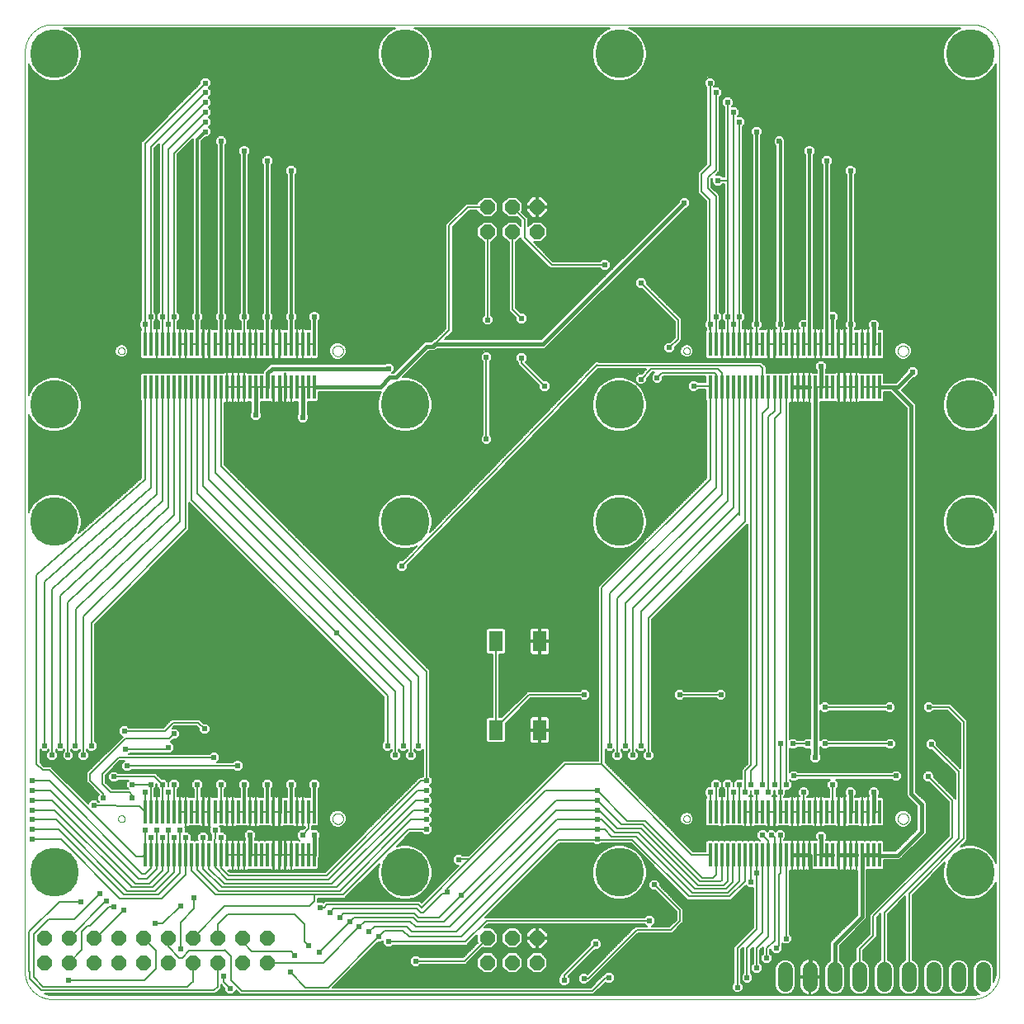
<source format=gtl>
G75*
%MOIN*%
%OFA0B0*%
%FSLAX25Y25*%
%IPPOS*%
%LPD*%
%AMOC8*
5,1,8,0,0,1.08239X$1,22.5*
%
%ADD10C,0.00394*%
%ADD11R,0.01378X0.09646*%
%ADD12C,0.00000*%
%ADD13OC8,0.06000*%
%ADD14C,0.06000*%
%ADD15R,0.05512X0.08268*%
%ADD16C,0.00600*%
%ADD17C,0.01575*%
%ADD18C,0.02381*%
%ADD19C,0.01200*%
%ADD20C,0.19685*%
D10*
X0002294Y0013211D02*
X0002294Y0383290D01*
X0002278Y0383560D01*
X0002269Y0383830D01*
X0002266Y0384100D01*
X0002270Y0384371D01*
X0002280Y0384641D01*
X0002298Y0384911D01*
X0002321Y0385181D01*
X0002352Y0385450D01*
X0002388Y0385718D01*
X0002432Y0385985D01*
X0002482Y0386250D01*
X0002538Y0386515D01*
X0002601Y0386778D01*
X0002670Y0387040D01*
X0002746Y0387299D01*
X0002828Y0387557D01*
X0002917Y0387813D01*
X0003011Y0388066D01*
X0003112Y0388317D01*
X0003219Y0388566D01*
X0003332Y0388812D01*
X0003450Y0389055D01*
X0003575Y0389295D01*
X0003706Y0389532D01*
X0003842Y0389765D01*
X0003984Y0389995D01*
X0004132Y0390222D01*
X0004285Y0390445D01*
X0004444Y0390664D01*
X0004607Y0390879D01*
X0004777Y0391091D01*
X0004951Y0391298D01*
X0005130Y0391500D01*
X0005314Y0391698D01*
X0005503Y0391892D01*
X0005697Y0392081D01*
X0005895Y0392265D01*
X0006097Y0392444D01*
X0006304Y0392618D01*
X0006516Y0392788D01*
X0006731Y0392951D01*
X0006950Y0393110D01*
X0007173Y0393263D01*
X0007400Y0393411D01*
X0007630Y0393553D01*
X0007863Y0393689D01*
X0008100Y0393820D01*
X0008340Y0393945D01*
X0008583Y0394063D01*
X0008829Y0394176D01*
X0009078Y0394283D01*
X0009329Y0394384D01*
X0009582Y0394478D01*
X0009838Y0394567D01*
X0010096Y0394649D01*
X0010355Y0394725D01*
X0010617Y0394794D01*
X0010880Y0394857D01*
X0011145Y0394913D01*
X0011410Y0394963D01*
X0011677Y0395007D01*
X0011945Y0395043D01*
X0012214Y0395074D01*
X0012484Y0395097D01*
X0012754Y0395115D01*
X0013024Y0395125D01*
X0013295Y0395129D01*
X0013565Y0395126D01*
X0013835Y0395117D01*
X0014105Y0395101D01*
X0384184Y0395101D01*
X0384454Y0395117D01*
X0384724Y0395126D01*
X0384994Y0395129D01*
X0385265Y0395125D01*
X0385535Y0395115D01*
X0385805Y0395097D01*
X0386075Y0395074D01*
X0386344Y0395043D01*
X0386612Y0395007D01*
X0386879Y0394963D01*
X0387144Y0394913D01*
X0387409Y0394857D01*
X0387672Y0394794D01*
X0387934Y0394725D01*
X0388193Y0394649D01*
X0388451Y0394567D01*
X0388707Y0394478D01*
X0388960Y0394384D01*
X0389211Y0394283D01*
X0389460Y0394176D01*
X0389706Y0394063D01*
X0389949Y0393945D01*
X0390189Y0393820D01*
X0390426Y0393689D01*
X0390659Y0393553D01*
X0390889Y0393411D01*
X0391116Y0393263D01*
X0391339Y0393110D01*
X0391558Y0392951D01*
X0391773Y0392788D01*
X0391985Y0392618D01*
X0392192Y0392444D01*
X0392394Y0392265D01*
X0392592Y0392081D01*
X0392786Y0391892D01*
X0392975Y0391698D01*
X0393159Y0391500D01*
X0393338Y0391298D01*
X0393512Y0391091D01*
X0393682Y0390879D01*
X0393845Y0390664D01*
X0394004Y0390445D01*
X0394157Y0390222D01*
X0394305Y0389995D01*
X0394447Y0389765D01*
X0394583Y0389532D01*
X0394714Y0389295D01*
X0394839Y0389055D01*
X0394957Y0388812D01*
X0395070Y0388566D01*
X0395177Y0388317D01*
X0395278Y0388066D01*
X0395372Y0387813D01*
X0395461Y0387557D01*
X0395543Y0387299D01*
X0395619Y0387040D01*
X0395688Y0386778D01*
X0395751Y0386515D01*
X0395807Y0386250D01*
X0395857Y0385985D01*
X0395901Y0385718D01*
X0395937Y0385450D01*
X0395968Y0385181D01*
X0395991Y0384911D01*
X0396009Y0384641D01*
X0396019Y0384371D01*
X0396023Y0384100D01*
X0396020Y0383830D01*
X0396011Y0383560D01*
X0395995Y0383290D01*
X0395995Y0013211D01*
X0396011Y0012941D01*
X0396020Y0012671D01*
X0396023Y0012401D01*
X0396019Y0012130D01*
X0396009Y0011860D01*
X0395991Y0011590D01*
X0395968Y0011320D01*
X0395937Y0011051D01*
X0395901Y0010783D01*
X0395857Y0010516D01*
X0395807Y0010251D01*
X0395751Y0009986D01*
X0395688Y0009723D01*
X0395619Y0009461D01*
X0395543Y0009202D01*
X0395461Y0008944D01*
X0395372Y0008688D01*
X0395278Y0008435D01*
X0395177Y0008184D01*
X0395070Y0007935D01*
X0394957Y0007689D01*
X0394839Y0007446D01*
X0394714Y0007206D01*
X0394583Y0006969D01*
X0394447Y0006736D01*
X0394305Y0006506D01*
X0394157Y0006279D01*
X0394004Y0006056D01*
X0393845Y0005837D01*
X0393682Y0005622D01*
X0393512Y0005410D01*
X0393338Y0005203D01*
X0393159Y0005001D01*
X0392975Y0004803D01*
X0392786Y0004609D01*
X0392592Y0004420D01*
X0392394Y0004236D01*
X0392192Y0004057D01*
X0391985Y0003883D01*
X0391773Y0003713D01*
X0391558Y0003550D01*
X0391339Y0003391D01*
X0391116Y0003238D01*
X0390889Y0003090D01*
X0390659Y0002948D01*
X0390426Y0002812D01*
X0390189Y0002681D01*
X0389949Y0002556D01*
X0389706Y0002438D01*
X0389460Y0002325D01*
X0389211Y0002218D01*
X0388960Y0002117D01*
X0388707Y0002023D01*
X0388451Y0001934D01*
X0388193Y0001852D01*
X0387934Y0001776D01*
X0387672Y0001707D01*
X0387409Y0001644D01*
X0387144Y0001588D01*
X0386879Y0001538D01*
X0386612Y0001494D01*
X0386344Y0001458D01*
X0386075Y0001427D01*
X0385805Y0001404D01*
X0385535Y0001386D01*
X0385265Y0001376D01*
X0384994Y0001372D01*
X0384724Y0001375D01*
X0384454Y0001384D01*
X0384184Y0001400D01*
X0014105Y0001400D01*
X0013835Y0001384D01*
X0013565Y0001375D01*
X0013295Y0001372D01*
X0013024Y0001376D01*
X0012754Y0001386D01*
X0012484Y0001404D01*
X0012214Y0001427D01*
X0011945Y0001458D01*
X0011677Y0001494D01*
X0011410Y0001538D01*
X0011145Y0001588D01*
X0010880Y0001644D01*
X0010617Y0001707D01*
X0010355Y0001776D01*
X0010096Y0001852D01*
X0009838Y0001934D01*
X0009582Y0002023D01*
X0009329Y0002117D01*
X0009078Y0002218D01*
X0008829Y0002325D01*
X0008583Y0002438D01*
X0008340Y0002556D01*
X0008100Y0002681D01*
X0007863Y0002812D01*
X0007630Y0002948D01*
X0007400Y0003090D01*
X0007173Y0003238D01*
X0006950Y0003391D01*
X0006731Y0003550D01*
X0006516Y0003713D01*
X0006304Y0003883D01*
X0006097Y0004057D01*
X0005895Y0004236D01*
X0005697Y0004420D01*
X0005503Y0004609D01*
X0005314Y0004803D01*
X0005130Y0005001D01*
X0004951Y0005203D01*
X0004777Y0005410D01*
X0004607Y0005622D01*
X0004444Y0005837D01*
X0004285Y0006056D01*
X0004132Y0006279D01*
X0003984Y0006506D01*
X0003842Y0006736D01*
X0003706Y0006969D01*
X0003575Y0007206D01*
X0003450Y0007446D01*
X0003332Y0007689D01*
X0003219Y0007935D01*
X0003112Y0008184D01*
X0003011Y0008435D01*
X0002917Y0008688D01*
X0002828Y0008944D01*
X0002746Y0009202D01*
X0002670Y0009461D01*
X0002601Y0009723D01*
X0002538Y0009986D01*
X0002482Y0010251D01*
X0002432Y0010516D01*
X0002388Y0010783D01*
X0002352Y0011051D01*
X0002321Y0011320D01*
X0002298Y0011590D01*
X0002280Y0011860D01*
X0002270Y0012130D01*
X0002266Y0012401D01*
X0002269Y0012671D01*
X0002278Y0012941D01*
X0002294Y0013211D01*
D11*
X0050719Y0059569D03*
X0053081Y0059569D03*
X0055444Y0059569D03*
X0057806Y0059569D03*
X0060168Y0059569D03*
X0062530Y0059569D03*
X0064893Y0059569D03*
X0067255Y0059569D03*
X0069617Y0059569D03*
X0071979Y0059569D03*
X0074341Y0059569D03*
X0076704Y0059569D03*
X0079066Y0059569D03*
X0081428Y0059569D03*
X0083790Y0059569D03*
X0086152Y0059569D03*
X0088515Y0059569D03*
X0090877Y0059569D03*
X0093239Y0059569D03*
X0095601Y0059569D03*
X0097963Y0059569D03*
X0100326Y0059569D03*
X0102688Y0059569D03*
X0105050Y0059569D03*
X0107412Y0059569D03*
X0109774Y0059569D03*
X0112137Y0059569D03*
X0114499Y0059569D03*
X0116861Y0059569D03*
X0119223Y0059569D03*
X0119223Y0077089D03*
X0116861Y0077089D03*
X0114499Y0077089D03*
X0112137Y0077089D03*
X0109774Y0077089D03*
X0107412Y0077089D03*
X0105050Y0077089D03*
X0102688Y0077089D03*
X0100326Y0077089D03*
X0097963Y0077089D03*
X0095601Y0077089D03*
X0093239Y0077089D03*
X0090877Y0077089D03*
X0088515Y0077089D03*
X0086152Y0077089D03*
X0083790Y0077089D03*
X0081428Y0077089D03*
X0079066Y0077089D03*
X0076704Y0077089D03*
X0074341Y0077089D03*
X0071979Y0077089D03*
X0069617Y0077089D03*
X0067255Y0077089D03*
X0064893Y0077089D03*
X0062530Y0077089D03*
X0060168Y0077089D03*
X0057806Y0077089D03*
X0055444Y0077089D03*
X0053081Y0077089D03*
X0050719Y0077089D03*
X0050719Y0248546D03*
X0053081Y0248546D03*
X0055444Y0248546D03*
X0057806Y0248546D03*
X0060168Y0248546D03*
X0062530Y0248546D03*
X0064893Y0248546D03*
X0067255Y0248546D03*
X0069617Y0248546D03*
X0071979Y0248546D03*
X0074341Y0248546D03*
X0076704Y0248546D03*
X0079066Y0248546D03*
X0081428Y0248546D03*
X0083790Y0248546D03*
X0086152Y0248546D03*
X0088515Y0248546D03*
X0090877Y0248546D03*
X0093239Y0248546D03*
X0095601Y0248546D03*
X0097963Y0248546D03*
X0100326Y0248546D03*
X0102688Y0248546D03*
X0105050Y0248546D03*
X0107412Y0248546D03*
X0109774Y0248546D03*
X0112137Y0248546D03*
X0114499Y0248546D03*
X0116861Y0248546D03*
X0119223Y0248546D03*
X0119223Y0266065D03*
X0116861Y0266065D03*
X0114499Y0266065D03*
X0112137Y0266065D03*
X0109774Y0266065D03*
X0107412Y0266065D03*
X0105050Y0266065D03*
X0102688Y0266065D03*
X0100326Y0266065D03*
X0097963Y0266065D03*
X0095601Y0266065D03*
X0093239Y0266065D03*
X0090877Y0266065D03*
X0088515Y0266065D03*
X0086152Y0266065D03*
X0083790Y0266065D03*
X0081428Y0266065D03*
X0079066Y0266065D03*
X0076704Y0266065D03*
X0074341Y0266065D03*
X0071979Y0266065D03*
X0069617Y0266065D03*
X0067255Y0266065D03*
X0064893Y0266065D03*
X0062530Y0266065D03*
X0060168Y0266065D03*
X0057806Y0266065D03*
X0055444Y0266065D03*
X0053081Y0266065D03*
X0050719Y0266065D03*
X0279066Y0266065D03*
X0281428Y0266065D03*
X0283790Y0266065D03*
X0286152Y0266065D03*
X0288515Y0266065D03*
X0290877Y0266065D03*
X0293239Y0266065D03*
X0295601Y0266065D03*
X0297963Y0266065D03*
X0300326Y0266065D03*
X0302688Y0266065D03*
X0305050Y0266065D03*
X0307412Y0266065D03*
X0309774Y0266065D03*
X0312137Y0266065D03*
X0314499Y0266065D03*
X0316861Y0266065D03*
X0319223Y0266065D03*
X0321585Y0266065D03*
X0323948Y0266065D03*
X0326310Y0266065D03*
X0328672Y0266065D03*
X0331034Y0266065D03*
X0333396Y0266065D03*
X0335759Y0266065D03*
X0338121Y0266065D03*
X0340483Y0266065D03*
X0342845Y0266065D03*
X0345207Y0266065D03*
X0347570Y0266065D03*
X0347570Y0248546D03*
X0345207Y0248546D03*
X0342845Y0248546D03*
X0340483Y0248546D03*
X0338121Y0248546D03*
X0335759Y0248546D03*
X0333396Y0248546D03*
X0331034Y0248546D03*
X0328672Y0248546D03*
X0326310Y0248546D03*
X0323948Y0248546D03*
X0321585Y0248546D03*
X0319223Y0248546D03*
X0316861Y0248546D03*
X0314499Y0248546D03*
X0312137Y0248546D03*
X0309774Y0248546D03*
X0307412Y0248546D03*
X0305050Y0248546D03*
X0302688Y0248546D03*
X0300326Y0248546D03*
X0297963Y0248546D03*
X0295601Y0248546D03*
X0293239Y0248546D03*
X0290877Y0248546D03*
X0288515Y0248546D03*
X0286152Y0248546D03*
X0283790Y0248546D03*
X0281428Y0248546D03*
X0279066Y0248546D03*
X0279066Y0077089D03*
X0281428Y0077089D03*
X0283790Y0077089D03*
X0286152Y0077089D03*
X0288515Y0077089D03*
X0290877Y0077089D03*
X0293239Y0077089D03*
X0295601Y0077089D03*
X0297963Y0077089D03*
X0300326Y0077089D03*
X0302688Y0077089D03*
X0305050Y0077089D03*
X0307412Y0077089D03*
X0309774Y0077089D03*
X0312137Y0077089D03*
X0314499Y0077089D03*
X0316861Y0077089D03*
X0319223Y0077089D03*
X0321585Y0077089D03*
X0323948Y0077089D03*
X0326310Y0077089D03*
X0328672Y0077089D03*
X0331034Y0077089D03*
X0333396Y0077089D03*
X0335759Y0077089D03*
X0338121Y0077089D03*
X0340483Y0077089D03*
X0342845Y0077089D03*
X0345207Y0077089D03*
X0347570Y0077089D03*
X0347570Y0059569D03*
X0345207Y0059569D03*
X0342845Y0059569D03*
X0340483Y0059569D03*
X0338121Y0059569D03*
X0335759Y0059569D03*
X0333396Y0059569D03*
X0331034Y0059569D03*
X0328672Y0059569D03*
X0326310Y0059569D03*
X0323948Y0059569D03*
X0321585Y0059569D03*
X0319223Y0059569D03*
X0316861Y0059569D03*
X0314499Y0059569D03*
X0312137Y0059569D03*
X0309774Y0059569D03*
X0307412Y0059569D03*
X0305050Y0059569D03*
X0302688Y0059569D03*
X0300326Y0059569D03*
X0297963Y0059569D03*
X0295601Y0059569D03*
X0293239Y0059569D03*
X0290877Y0059569D03*
X0288515Y0059569D03*
X0286152Y0059569D03*
X0283790Y0059569D03*
X0281428Y0059569D03*
X0279066Y0059569D03*
D12*
X0268239Y0074235D02*
X0268241Y0074309D01*
X0268247Y0074383D01*
X0268257Y0074456D01*
X0268271Y0074529D01*
X0268288Y0074601D01*
X0268310Y0074671D01*
X0268335Y0074741D01*
X0268364Y0074809D01*
X0268397Y0074875D01*
X0268433Y0074940D01*
X0268473Y0075002D01*
X0268515Y0075063D01*
X0268561Y0075121D01*
X0268610Y0075176D01*
X0268662Y0075229D01*
X0268717Y0075279D01*
X0268774Y0075325D01*
X0268834Y0075369D01*
X0268896Y0075409D01*
X0268960Y0075446D01*
X0269026Y0075480D01*
X0269094Y0075510D01*
X0269163Y0075536D01*
X0269234Y0075559D01*
X0269305Y0075577D01*
X0269378Y0075592D01*
X0269451Y0075603D01*
X0269525Y0075610D01*
X0269599Y0075613D01*
X0269672Y0075612D01*
X0269746Y0075607D01*
X0269820Y0075598D01*
X0269893Y0075585D01*
X0269965Y0075568D01*
X0270036Y0075548D01*
X0270106Y0075523D01*
X0270174Y0075495D01*
X0270241Y0075464D01*
X0270306Y0075428D01*
X0270369Y0075390D01*
X0270430Y0075348D01*
X0270489Y0075302D01*
X0270545Y0075254D01*
X0270598Y0075203D01*
X0270648Y0075149D01*
X0270696Y0075092D01*
X0270740Y0075033D01*
X0270782Y0074971D01*
X0270820Y0074908D01*
X0270854Y0074842D01*
X0270885Y0074775D01*
X0270912Y0074706D01*
X0270935Y0074636D01*
X0270955Y0074565D01*
X0270971Y0074492D01*
X0270983Y0074419D01*
X0270991Y0074346D01*
X0270995Y0074272D01*
X0270995Y0074198D01*
X0270991Y0074124D01*
X0270983Y0074051D01*
X0270971Y0073978D01*
X0270955Y0073905D01*
X0270935Y0073834D01*
X0270912Y0073764D01*
X0270885Y0073695D01*
X0270854Y0073628D01*
X0270820Y0073562D01*
X0270782Y0073499D01*
X0270740Y0073437D01*
X0270696Y0073378D01*
X0270648Y0073321D01*
X0270598Y0073267D01*
X0270545Y0073216D01*
X0270489Y0073168D01*
X0270430Y0073122D01*
X0270369Y0073080D01*
X0270306Y0073042D01*
X0270241Y0073006D01*
X0270174Y0072975D01*
X0270106Y0072947D01*
X0270036Y0072922D01*
X0269965Y0072902D01*
X0269893Y0072885D01*
X0269820Y0072872D01*
X0269746Y0072863D01*
X0269672Y0072858D01*
X0269599Y0072857D01*
X0269525Y0072860D01*
X0269451Y0072867D01*
X0269378Y0072878D01*
X0269305Y0072893D01*
X0269234Y0072911D01*
X0269163Y0072934D01*
X0269094Y0072960D01*
X0269026Y0072990D01*
X0268960Y0073024D01*
X0268896Y0073061D01*
X0268834Y0073101D01*
X0268774Y0073145D01*
X0268717Y0073191D01*
X0268662Y0073241D01*
X0268610Y0073294D01*
X0268561Y0073349D01*
X0268515Y0073407D01*
X0268473Y0073468D01*
X0268433Y0073530D01*
X0268397Y0073595D01*
X0268364Y0073661D01*
X0268335Y0073729D01*
X0268310Y0073799D01*
X0268288Y0073869D01*
X0268271Y0073941D01*
X0268257Y0074014D01*
X0268247Y0074087D01*
X0268241Y0074161D01*
X0268239Y0074235D01*
X0354854Y0074235D02*
X0354856Y0074328D01*
X0354862Y0074420D01*
X0354872Y0074512D01*
X0354886Y0074603D01*
X0354903Y0074694D01*
X0354925Y0074784D01*
X0354950Y0074873D01*
X0354979Y0074961D01*
X0355012Y0075047D01*
X0355049Y0075132D01*
X0355089Y0075216D01*
X0355133Y0075297D01*
X0355180Y0075377D01*
X0355230Y0075455D01*
X0355284Y0075530D01*
X0355341Y0075603D01*
X0355401Y0075673D01*
X0355464Y0075741D01*
X0355530Y0075806D01*
X0355598Y0075868D01*
X0355669Y0075928D01*
X0355743Y0075984D01*
X0355819Y0076037D01*
X0355897Y0076086D01*
X0355977Y0076133D01*
X0356059Y0076175D01*
X0356143Y0076215D01*
X0356228Y0076250D01*
X0356315Y0076282D01*
X0356403Y0076311D01*
X0356492Y0076335D01*
X0356582Y0076356D01*
X0356673Y0076372D01*
X0356765Y0076385D01*
X0356857Y0076394D01*
X0356950Y0076399D01*
X0357042Y0076400D01*
X0357135Y0076397D01*
X0357227Y0076390D01*
X0357319Y0076379D01*
X0357410Y0076364D01*
X0357501Y0076346D01*
X0357591Y0076323D01*
X0357679Y0076297D01*
X0357767Y0076267D01*
X0357853Y0076233D01*
X0357937Y0076196D01*
X0358020Y0076154D01*
X0358101Y0076110D01*
X0358181Y0076062D01*
X0358258Y0076011D01*
X0358332Y0075956D01*
X0358405Y0075898D01*
X0358475Y0075838D01*
X0358542Y0075774D01*
X0358606Y0075708D01*
X0358668Y0075638D01*
X0358726Y0075567D01*
X0358781Y0075493D01*
X0358833Y0075416D01*
X0358882Y0075337D01*
X0358928Y0075257D01*
X0358970Y0075174D01*
X0359008Y0075090D01*
X0359043Y0075004D01*
X0359074Y0074917D01*
X0359101Y0074829D01*
X0359124Y0074739D01*
X0359144Y0074649D01*
X0359160Y0074558D01*
X0359172Y0074466D01*
X0359180Y0074374D01*
X0359184Y0074281D01*
X0359184Y0074189D01*
X0359180Y0074096D01*
X0359172Y0074004D01*
X0359160Y0073912D01*
X0359144Y0073821D01*
X0359124Y0073731D01*
X0359101Y0073641D01*
X0359074Y0073553D01*
X0359043Y0073466D01*
X0359008Y0073380D01*
X0358970Y0073296D01*
X0358928Y0073213D01*
X0358882Y0073133D01*
X0358833Y0073054D01*
X0358781Y0072977D01*
X0358726Y0072903D01*
X0358668Y0072832D01*
X0358606Y0072762D01*
X0358542Y0072696D01*
X0358475Y0072632D01*
X0358405Y0072572D01*
X0358332Y0072514D01*
X0358258Y0072459D01*
X0358181Y0072408D01*
X0358102Y0072360D01*
X0358020Y0072316D01*
X0357937Y0072274D01*
X0357853Y0072237D01*
X0357767Y0072203D01*
X0357679Y0072173D01*
X0357591Y0072147D01*
X0357501Y0072124D01*
X0357410Y0072106D01*
X0357319Y0072091D01*
X0357227Y0072080D01*
X0357135Y0072073D01*
X0357042Y0072070D01*
X0356950Y0072071D01*
X0356857Y0072076D01*
X0356765Y0072085D01*
X0356673Y0072098D01*
X0356582Y0072114D01*
X0356492Y0072135D01*
X0356403Y0072159D01*
X0356315Y0072188D01*
X0356228Y0072220D01*
X0356143Y0072255D01*
X0356059Y0072295D01*
X0355977Y0072337D01*
X0355897Y0072384D01*
X0355819Y0072433D01*
X0355743Y0072486D01*
X0355669Y0072542D01*
X0355598Y0072602D01*
X0355530Y0072664D01*
X0355464Y0072729D01*
X0355401Y0072797D01*
X0355341Y0072867D01*
X0355284Y0072940D01*
X0355230Y0073015D01*
X0355180Y0073093D01*
X0355133Y0073173D01*
X0355089Y0073254D01*
X0355049Y0073338D01*
X0355012Y0073423D01*
X0354979Y0073509D01*
X0354950Y0073597D01*
X0354925Y0073686D01*
X0354903Y0073776D01*
X0354886Y0073867D01*
X0354872Y0073958D01*
X0354862Y0074050D01*
X0354856Y0074142D01*
X0354854Y0074235D01*
X0354854Y0263211D02*
X0354856Y0263304D01*
X0354862Y0263396D01*
X0354872Y0263488D01*
X0354886Y0263579D01*
X0354903Y0263670D01*
X0354925Y0263760D01*
X0354950Y0263849D01*
X0354979Y0263937D01*
X0355012Y0264023D01*
X0355049Y0264108D01*
X0355089Y0264192D01*
X0355133Y0264273D01*
X0355180Y0264353D01*
X0355230Y0264431D01*
X0355284Y0264506D01*
X0355341Y0264579D01*
X0355401Y0264649D01*
X0355464Y0264717D01*
X0355530Y0264782D01*
X0355598Y0264844D01*
X0355669Y0264904D01*
X0355743Y0264960D01*
X0355819Y0265013D01*
X0355897Y0265062D01*
X0355977Y0265109D01*
X0356059Y0265151D01*
X0356143Y0265191D01*
X0356228Y0265226D01*
X0356315Y0265258D01*
X0356403Y0265287D01*
X0356492Y0265311D01*
X0356582Y0265332D01*
X0356673Y0265348D01*
X0356765Y0265361D01*
X0356857Y0265370D01*
X0356950Y0265375D01*
X0357042Y0265376D01*
X0357135Y0265373D01*
X0357227Y0265366D01*
X0357319Y0265355D01*
X0357410Y0265340D01*
X0357501Y0265322D01*
X0357591Y0265299D01*
X0357679Y0265273D01*
X0357767Y0265243D01*
X0357853Y0265209D01*
X0357937Y0265172D01*
X0358020Y0265130D01*
X0358101Y0265086D01*
X0358181Y0265038D01*
X0358258Y0264987D01*
X0358332Y0264932D01*
X0358405Y0264874D01*
X0358475Y0264814D01*
X0358542Y0264750D01*
X0358606Y0264684D01*
X0358668Y0264614D01*
X0358726Y0264543D01*
X0358781Y0264469D01*
X0358833Y0264392D01*
X0358882Y0264313D01*
X0358928Y0264233D01*
X0358970Y0264150D01*
X0359008Y0264066D01*
X0359043Y0263980D01*
X0359074Y0263893D01*
X0359101Y0263805D01*
X0359124Y0263715D01*
X0359144Y0263625D01*
X0359160Y0263534D01*
X0359172Y0263442D01*
X0359180Y0263350D01*
X0359184Y0263257D01*
X0359184Y0263165D01*
X0359180Y0263072D01*
X0359172Y0262980D01*
X0359160Y0262888D01*
X0359144Y0262797D01*
X0359124Y0262707D01*
X0359101Y0262617D01*
X0359074Y0262529D01*
X0359043Y0262442D01*
X0359008Y0262356D01*
X0358970Y0262272D01*
X0358928Y0262189D01*
X0358882Y0262109D01*
X0358833Y0262030D01*
X0358781Y0261953D01*
X0358726Y0261879D01*
X0358668Y0261808D01*
X0358606Y0261738D01*
X0358542Y0261672D01*
X0358475Y0261608D01*
X0358405Y0261548D01*
X0358332Y0261490D01*
X0358258Y0261435D01*
X0358181Y0261384D01*
X0358102Y0261336D01*
X0358020Y0261292D01*
X0357937Y0261250D01*
X0357853Y0261213D01*
X0357767Y0261179D01*
X0357679Y0261149D01*
X0357591Y0261123D01*
X0357501Y0261100D01*
X0357410Y0261082D01*
X0357319Y0261067D01*
X0357227Y0261056D01*
X0357135Y0261049D01*
X0357042Y0261046D01*
X0356950Y0261047D01*
X0356857Y0261052D01*
X0356765Y0261061D01*
X0356673Y0261074D01*
X0356582Y0261090D01*
X0356492Y0261111D01*
X0356403Y0261135D01*
X0356315Y0261164D01*
X0356228Y0261196D01*
X0356143Y0261231D01*
X0356059Y0261271D01*
X0355977Y0261313D01*
X0355897Y0261360D01*
X0355819Y0261409D01*
X0355743Y0261462D01*
X0355669Y0261518D01*
X0355598Y0261578D01*
X0355530Y0261640D01*
X0355464Y0261705D01*
X0355401Y0261773D01*
X0355341Y0261843D01*
X0355284Y0261916D01*
X0355230Y0261991D01*
X0355180Y0262069D01*
X0355133Y0262149D01*
X0355089Y0262230D01*
X0355049Y0262314D01*
X0355012Y0262399D01*
X0354979Y0262485D01*
X0354950Y0262573D01*
X0354925Y0262662D01*
X0354903Y0262752D01*
X0354886Y0262843D01*
X0354872Y0262934D01*
X0354862Y0263026D01*
X0354856Y0263118D01*
X0354854Y0263211D01*
X0268239Y0263211D02*
X0268241Y0263285D01*
X0268247Y0263359D01*
X0268257Y0263432D01*
X0268271Y0263505D01*
X0268288Y0263577D01*
X0268310Y0263647D01*
X0268335Y0263717D01*
X0268364Y0263785D01*
X0268397Y0263851D01*
X0268433Y0263916D01*
X0268473Y0263978D01*
X0268515Y0264039D01*
X0268561Y0264097D01*
X0268610Y0264152D01*
X0268662Y0264205D01*
X0268717Y0264255D01*
X0268774Y0264301D01*
X0268834Y0264345D01*
X0268896Y0264385D01*
X0268960Y0264422D01*
X0269026Y0264456D01*
X0269094Y0264486D01*
X0269163Y0264512D01*
X0269234Y0264535D01*
X0269305Y0264553D01*
X0269378Y0264568D01*
X0269451Y0264579D01*
X0269525Y0264586D01*
X0269599Y0264589D01*
X0269672Y0264588D01*
X0269746Y0264583D01*
X0269820Y0264574D01*
X0269893Y0264561D01*
X0269965Y0264544D01*
X0270036Y0264524D01*
X0270106Y0264499D01*
X0270174Y0264471D01*
X0270241Y0264440D01*
X0270306Y0264404D01*
X0270369Y0264366D01*
X0270430Y0264324D01*
X0270489Y0264278D01*
X0270545Y0264230D01*
X0270598Y0264179D01*
X0270648Y0264125D01*
X0270696Y0264068D01*
X0270740Y0264009D01*
X0270782Y0263947D01*
X0270820Y0263884D01*
X0270854Y0263818D01*
X0270885Y0263751D01*
X0270912Y0263682D01*
X0270935Y0263612D01*
X0270955Y0263541D01*
X0270971Y0263468D01*
X0270983Y0263395D01*
X0270991Y0263322D01*
X0270995Y0263248D01*
X0270995Y0263174D01*
X0270991Y0263100D01*
X0270983Y0263027D01*
X0270971Y0262954D01*
X0270955Y0262881D01*
X0270935Y0262810D01*
X0270912Y0262740D01*
X0270885Y0262671D01*
X0270854Y0262604D01*
X0270820Y0262538D01*
X0270782Y0262475D01*
X0270740Y0262413D01*
X0270696Y0262354D01*
X0270648Y0262297D01*
X0270598Y0262243D01*
X0270545Y0262192D01*
X0270489Y0262144D01*
X0270430Y0262098D01*
X0270369Y0262056D01*
X0270306Y0262018D01*
X0270241Y0261982D01*
X0270174Y0261951D01*
X0270106Y0261923D01*
X0270036Y0261898D01*
X0269965Y0261878D01*
X0269893Y0261861D01*
X0269820Y0261848D01*
X0269746Y0261839D01*
X0269672Y0261834D01*
X0269599Y0261833D01*
X0269525Y0261836D01*
X0269451Y0261843D01*
X0269378Y0261854D01*
X0269305Y0261869D01*
X0269234Y0261887D01*
X0269163Y0261910D01*
X0269094Y0261936D01*
X0269026Y0261966D01*
X0268960Y0262000D01*
X0268896Y0262037D01*
X0268834Y0262077D01*
X0268774Y0262121D01*
X0268717Y0262167D01*
X0268662Y0262217D01*
X0268610Y0262270D01*
X0268561Y0262325D01*
X0268515Y0262383D01*
X0268473Y0262444D01*
X0268433Y0262506D01*
X0268397Y0262571D01*
X0268364Y0262637D01*
X0268335Y0262705D01*
X0268310Y0262775D01*
X0268288Y0262845D01*
X0268271Y0262917D01*
X0268257Y0262990D01*
X0268247Y0263063D01*
X0268241Y0263137D01*
X0268239Y0263211D01*
X0126507Y0263211D02*
X0126509Y0263304D01*
X0126515Y0263396D01*
X0126525Y0263488D01*
X0126539Y0263579D01*
X0126556Y0263670D01*
X0126578Y0263760D01*
X0126603Y0263849D01*
X0126632Y0263937D01*
X0126665Y0264023D01*
X0126702Y0264108D01*
X0126742Y0264192D01*
X0126786Y0264273D01*
X0126833Y0264353D01*
X0126883Y0264431D01*
X0126937Y0264506D01*
X0126994Y0264579D01*
X0127054Y0264649D01*
X0127117Y0264717D01*
X0127183Y0264782D01*
X0127251Y0264844D01*
X0127322Y0264904D01*
X0127396Y0264960D01*
X0127472Y0265013D01*
X0127550Y0265062D01*
X0127630Y0265109D01*
X0127712Y0265151D01*
X0127796Y0265191D01*
X0127881Y0265226D01*
X0127968Y0265258D01*
X0128056Y0265287D01*
X0128145Y0265311D01*
X0128235Y0265332D01*
X0128326Y0265348D01*
X0128418Y0265361D01*
X0128510Y0265370D01*
X0128603Y0265375D01*
X0128695Y0265376D01*
X0128788Y0265373D01*
X0128880Y0265366D01*
X0128972Y0265355D01*
X0129063Y0265340D01*
X0129154Y0265322D01*
X0129244Y0265299D01*
X0129332Y0265273D01*
X0129420Y0265243D01*
X0129506Y0265209D01*
X0129590Y0265172D01*
X0129673Y0265130D01*
X0129754Y0265086D01*
X0129834Y0265038D01*
X0129911Y0264987D01*
X0129985Y0264932D01*
X0130058Y0264874D01*
X0130128Y0264814D01*
X0130195Y0264750D01*
X0130259Y0264684D01*
X0130321Y0264614D01*
X0130379Y0264543D01*
X0130434Y0264469D01*
X0130486Y0264392D01*
X0130535Y0264313D01*
X0130581Y0264233D01*
X0130623Y0264150D01*
X0130661Y0264066D01*
X0130696Y0263980D01*
X0130727Y0263893D01*
X0130754Y0263805D01*
X0130777Y0263715D01*
X0130797Y0263625D01*
X0130813Y0263534D01*
X0130825Y0263442D01*
X0130833Y0263350D01*
X0130837Y0263257D01*
X0130837Y0263165D01*
X0130833Y0263072D01*
X0130825Y0262980D01*
X0130813Y0262888D01*
X0130797Y0262797D01*
X0130777Y0262707D01*
X0130754Y0262617D01*
X0130727Y0262529D01*
X0130696Y0262442D01*
X0130661Y0262356D01*
X0130623Y0262272D01*
X0130581Y0262189D01*
X0130535Y0262109D01*
X0130486Y0262030D01*
X0130434Y0261953D01*
X0130379Y0261879D01*
X0130321Y0261808D01*
X0130259Y0261738D01*
X0130195Y0261672D01*
X0130128Y0261608D01*
X0130058Y0261548D01*
X0129985Y0261490D01*
X0129911Y0261435D01*
X0129834Y0261384D01*
X0129755Y0261336D01*
X0129673Y0261292D01*
X0129590Y0261250D01*
X0129506Y0261213D01*
X0129420Y0261179D01*
X0129332Y0261149D01*
X0129244Y0261123D01*
X0129154Y0261100D01*
X0129063Y0261082D01*
X0128972Y0261067D01*
X0128880Y0261056D01*
X0128788Y0261049D01*
X0128695Y0261046D01*
X0128603Y0261047D01*
X0128510Y0261052D01*
X0128418Y0261061D01*
X0128326Y0261074D01*
X0128235Y0261090D01*
X0128145Y0261111D01*
X0128056Y0261135D01*
X0127968Y0261164D01*
X0127881Y0261196D01*
X0127796Y0261231D01*
X0127712Y0261271D01*
X0127630Y0261313D01*
X0127550Y0261360D01*
X0127472Y0261409D01*
X0127396Y0261462D01*
X0127322Y0261518D01*
X0127251Y0261578D01*
X0127183Y0261640D01*
X0127117Y0261705D01*
X0127054Y0261773D01*
X0126994Y0261843D01*
X0126937Y0261916D01*
X0126883Y0261991D01*
X0126833Y0262069D01*
X0126786Y0262149D01*
X0126742Y0262230D01*
X0126702Y0262314D01*
X0126665Y0262399D01*
X0126632Y0262485D01*
X0126603Y0262573D01*
X0126578Y0262662D01*
X0126556Y0262752D01*
X0126539Y0262843D01*
X0126525Y0262934D01*
X0126515Y0263026D01*
X0126509Y0263118D01*
X0126507Y0263211D01*
X0039892Y0263211D02*
X0039894Y0263285D01*
X0039900Y0263359D01*
X0039910Y0263432D01*
X0039924Y0263505D01*
X0039941Y0263577D01*
X0039963Y0263647D01*
X0039988Y0263717D01*
X0040017Y0263785D01*
X0040050Y0263851D01*
X0040086Y0263916D01*
X0040126Y0263978D01*
X0040168Y0264039D01*
X0040214Y0264097D01*
X0040263Y0264152D01*
X0040315Y0264205D01*
X0040370Y0264255D01*
X0040427Y0264301D01*
X0040487Y0264345D01*
X0040549Y0264385D01*
X0040613Y0264422D01*
X0040679Y0264456D01*
X0040747Y0264486D01*
X0040816Y0264512D01*
X0040887Y0264535D01*
X0040958Y0264553D01*
X0041031Y0264568D01*
X0041104Y0264579D01*
X0041178Y0264586D01*
X0041252Y0264589D01*
X0041325Y0264588D01*
X0041399Y0264583D01*
X0041473Y0264574D01*
X0041546Y0264561D01*
X0041618Y0264544D01*
X0041689Y0264524D01*
X0041759Y0264499D01*
X0041827Y0264471D01*
X0041894Y0264440D01*
X0041959Y0264404D01*
X0042022Y0264366D01*
X0042083Y0264324D01*
X0042142Y0264278D01*
X0042198Y0264230D01*
X0042251Y0264179D01*
X0042301Y0264125D01*
X0042349Y0264068D01*
X0042393Y0264009D01*
X0042435Y0263947D01*
X0042473Y0263884D01*
X0042507Y0263818D01*
X0042538Y0263751D01*
X0042565Y0263682D01*
X0042588Y0263612D01*
X0042608Y0263541D01*
X0042624Y0263468D01*
X0042636Y0263395D01*
X0042644Y0263322D01*
X0042648Y0263248D01*
X0042648Y0263174D01*
X0042644Y0263100D01*
X0042636Y0263027D01*
X0042624Y0262954D01*
X0042608Y0262881D01*
X0042588Y0262810D01*
X0042565Y0262740D01*
X0042538Y0262671D01*
X0042507Y0262604D01*
X0042473Y0262538D01*
X0042435Y0262475D01*
X0042393Y0262413D01*
X0042349Y0262354D01*
X0042301Y0262297D01*
X0042251Y0262243D01*
X0042198Y0262192D01*
X0042142Y0262144D01*
X0042083Y0262098D01*
X0042022Y0262056D01*
X0041959Y0262018D01*
X0041894Y0261982D01*
X0041827Y0261951D01*
X0041759Y0261923D01*
X0041689Y0261898D01*
X0041618Y0261878D01*
X0041546Y0261861D01*
X0041473Y0261848D01*
X0041399Y0261839D01*
X0041325Y0261834D01*
X0041252Y0261833D01*
X0041178Y0261836D01*
X0041104Y0261843D01*
X0041031Y0261854D01*
X0040958Y0261869D01*
X0040887Y0261887D01*
X0040816Y0261910D01*
X0040747Y0261936D01*
X0040679Y0261966D01*
X0040613Y0262000D01*
X0040549Y0262037D01*
X0040487Y0262077D01*
X0040427Y0262121D01*
X0040370Y0262167D01*
X0040315Y0262217D01*
X0040263Y0262270D01*
X0040214Y0262325D01*
X0040168Y0262383D01*
X0040126Y0262444D01*
X0040086Y0262506D01*
X0040050Y0262571D01*
X0040017Y0262637D01*
X0039988Y0262705D01*
X0039963Y0262775D01*
X0039941Y0262845D01*
X0039924Y0262917D01*
X0039910Y0262990D01*
X0039900Y0263063D01*
X0039894Y0263137D01*
X0039892Y0263211D01*
X0039892Y0074235D02*
X0039894Y0074309D01*
X0039900Y0074383D01*
X0039910Y0074456D01*
X0039924Y0074529D01*
X0039941Y0074601D01*
X0039963Y0074671D01*
X0039988Y0074741D01*
X0040017Y0074809D01*
X0040050Y0074875D01*
X0040086Y0074940D01*
X0040126Y0075002D01*
X0040168Y0075063D01*
X0040214Y0075121D01*
X0040263Y0075176D01*
X0040315Y0075229D01*
X0040370Y0075279D01*
X0040427Y0075325D01*
X0040487Y0075369D01*
X0040549Y0075409D01*
X0040613Y0075446D01*
X0040679Y0075480D01*
X0040747Y0075510D01*
X0040816Y0075536D01*
X0040887Y0075559D01*
X0040958Y0075577D01*
X0041031Y0075592D01*
X0041104Y0075603D01*
X0041178Y0075610D01*
X0041252Y0075613D01*
X0041325Y0075612D01*
X0041399Y0075607D01*
X0041473Y0075598D01*
X0041546Y0075585D01*
X0041618Y0075568D01*
X0041689Y0075548D01*
X0041759Y0075523D01*
X0041827Y0075495D01*
X0041894Y0075464D01*
X0041959Y0075428D01*
X0042022Y0075390D01*
X0042083Y0075348D01*
X0042142Y0075302D01*
X0042198Y0075254D01*
X0042251Y0075203D01*
X0042301Y0075149D01*
X0042349Y0075092D01*
X0042393Y0075033D01*
X0042435Y0074971D01*
X0042473Y0074908D01*
X0042507Y0074842D01*
X0042538Y0074775D01*
X0042565Y0074706D01*
X0042588Y0074636D01*
X0042608Y0074565D01*
X0042624Y0074492D01*
X0042636Y0074419D01*
X0042644Y0074346D01*
X0042648Y0074272D01*
X0042648Y0074198D01*
X0042644Y0074124D01*
X0042636Y0074051D01*
X0042624Y0073978D01*
X0042608Y0073905D01*
X0042588Y0073834D01*
X0042565Y0073764D01*
X0042538Y0073695D01*
X0042507Y0073628D01*
X0042473Y0073562D01*
X0042435Y0073499D01*
X0042393Y0073437D01*
X0042349Y0073378D01*
X0042301Y0073321D01*
X0042251Y0073267D01*
X0042198Y0073216D01*
X0042142Y0073168D01*
X0042083Y0073122D01*
X0042022Y0073080D01*
X0041959Y0073042D01*
X0041894Y0073006D01*
X0041827Y0072975D01*
X0041759Y0072947D01*
X0041689Y0072922D01*
X0041618Y0072902D01*
X0041546Y0072885D01*
X0041473Y0072872D01*
X0041399Y0072863D01*
X0041325Y0072858D01*
X0041252Y0072857D01*
X0041178Y0072860D01*
X0041104Y0072867D01*
X0041031Y0072878D01*
X0040958Y0072893D01*
X0040887Y0072911D01*
X0040816Y0072934D01*
X0040747Y0072960D01*
X0040679Y0072990D01*
X0040613Y0073024D01*
X0040549Y0073061D01*
X0040487Y0073101D01*
X0040427Y0073145D01*
X0040370Y0073191D01*
X0040315Y0073241D01*
X0040263Y0073294D01*
X0040214Y0073349D01*
X0040168Y0073407D01*
X0040126Y0073468D01*
X0040086Y0073530D01*
X0040050Y0073595D01*
X0040017Y0073661D01*
X0039988Y0073729D01*
X0039963Y0073799D01*
X0039941Y0073869D01*
X0039924Y0073941D01*
X0039910Y0074014D01*
X0039900Y0074087D01*
X0039894Y0074161D01*
X0039892Y0074235D01*
X0126507Y0074235D02*
X0126509Y0074328D01*
X0126515Y0074420D01*
X0126525Y0074512D01*
X0126539Y0074603D01*
X0126556Y0074694D01*
X0126578Y0074784D01*
X0126603Y0074873D01*
X0126632Y0074961D01*
X0126665Y0075047D01*
X0126702Y0075132D01*
X0126742Y0075216D01*
X0126786Y0075297D01*
X0126833Y0075377D01*
X0126883Y0075455D01*
X0126937Y0075530D01*
X0126994Y0075603D01*
X0127054Y0075673D01*
X0127117Y0075741D01*
X0127183Y0075806D01*
X0127251Y0075868D01*
X0127322Y0075928D01*
X0127396Y0075984D01*
X0127472Y0076037D01*
X0127550Y0076086D01*
X0127630Y0076133D01*
X0127712Y0076175D01*
X0127796Y0076215D01*
X0127881Y0076250D01*
X0127968Y0076282D01*
X0128056Y0076311D01*
X0128145Y0076335D01*
X0128235Y0076356D01*
X0128326Y0076372D01*
X0128418Y0076385D01*
X0128510Y0076394D01*
X0128603Y0076399D01*
X0128695Y0076400D01*
X0128788Y0076397D01*
X0128880Y0076390D01*
X0128972Y0076379D01*
X0129063Y0076364D01*
X0129154Y0076346D01*
X0129244Y0076323D01*
X0129332Y0076297D01*
X0129420Y0076267D01*
X0129506Y0076233D01*
X0129590Y0076196D01*
X0129673Y0076154D01*
X0129754Y0076110D01*
X0129834Y0076062D01*
X0129911Y0076011D01*
X0129985Y0075956D01*
X0130058Y0075898D01*
X0130128Y0075838D01*
X0130195Y0075774D01*
X0130259Y0075708D01*
X0130321Y0075638D01*
X0130379Y0075567D01*
X0130434Y0075493D01*
X0130486Y0075416D01*
X0130535Y0075337D01*
X0130581Y0075257D01*
X0130623Y0075174D01*
X0130661Y0075090D01*
X0130696Y0075004D01*
X0130727Y0074917D01*
X0130754Y0074829D01*
X0130777Y0074739D01*
X0130797Y0074649D01*
X0130813Y0074558D01*
X0130825Y0074466D01*
X0130833Y0074374D01*
X0130837Y0074281D01*
X0130837Y0074189D01*
X0130833Y0074096D01*
X0130825Y0074004D01*
X0130813Y0073912D01*
X0130797Y0073821D01*
X0130777Y0073731D01*
X0130754Y0073641D01*
X0130727Y0073553D01*
X0130696Y0073466D01*
X0130661Y0073380D01*
X0130623Y0073296D01*
X0130581Y0073213D01*
X0130535Y0073133D01*
X0130486Y0073054D01*
X0130434Y0072977D01*
X0130379Y0072903D01*
X0130321Y0072832D01*
X0130259Y0072762D01*
X0130195Y0072696D01*
X0130128Y0072632D01*
X0130058Y0072572D01*
X0129985Y0072514D01*
X0129911Y0072459D01*
X0129834Y0072408D01*
X0129755Y0072360D01*
X0129673Y0072316D01*
X0129590Y0072274D01*
X0129506Y0072237D01*
X0129420Y0072203D01*
X0129332Y0072173D01*
X0129244Y0072147D01*
X0129154Y0072124D01*
X0129063Y0072106D01*
X0128972Y0072091D01*
X0128880Y0072080D01*
X0128788Y0072073D01*
X0128695Y0072070D01*
X0128603Y0072071D01*
X0128510Y0072076D01*
X0128418Y0072085D01*
X0128326Y0072098D01*
X0128235Y0072114D01*
X0128145Y0072135D01*
X0128056Y0072159D01*
X0127968Y0072188D01*
X0127881Y0072220D01*
X0127796Y0072255D01*
X0127712Y0072295D01*
X0127630Y0072337D01*
X0127550Y0072384D01*
X0127472Y0072433D01*
X0127396Y0072486D01*
X0127322Y0072542D01*
X0127251Y0072602D01*
X0127183Y0072664D01*
X0127117Y0072729D01*
X0127054Y0072797D01*
X0126994Y0072867D01*
X0126937Y0072940D01*
X0126883Y0073015D01*
X0126833Y0073093D01*
X0126786Y0073173D01*
X0126742Y0073254D01*
X0126702Y0073338D01*
X0126665Y0073423D01*
X0126632Y0073509D01*
X0126603Y0073597D01*
X0126578Y0073686D01*
X0126556Y0073776D01*
X0126539Y0073867D01*
X0126525Y0073958D01*
X0126515Y0074050D01*
X0126509Y0074142D01*
X0126507Y0074235D01*
D13*
X0100050Y0026085D03*
X0100050Y0016085D03*
X0090050Y0016085D03*
X0090050Y0026085D03*
X0080050Y0026085D03*
X0080050Y0016085D03*
X0070050Y0016085D03*
X0070050Y0026085D03*
X0060050Y0026085D03*
X0060050Y0016085D03*
X0050050Y0016085D03*
X0050050Y0026085D03*
X0040050Y0026085D03*
X0040050Y0016085D03*
X0030050Y0016085D03*
X0030050Y0026085D03*
X0020050Y0026085D03*
X0020050Y0016085D03*
X0010050Y0016085D03*
X0010050Y0026085D03*
X0189144Y0026085D03*
X0189144Y0016085D03*
X0199144Y0016085D03*
X0199144Y0026085D03*
X0209144Y0026085D03*
X0209144Y0016085D03*
X0209144Y0311361D03*
X0209144Y0321361D03*
X0199144Y0321361D03*
X0189144Y0321361D03*
X0189144Y0311361D03*
X0199144Y0311361D03*
D14*
X0309394Y0013300D02*
X0309394Y0007300D01*
X0319394Y0007300D02*
X0319394Y0013300D01*
X0329394Y0013300D02*
X0329394Y0007300D01*
X0339394Y0007300D02*
X0339394Y0013300D01*
X0349394Y0013300D02*
X0349394Y0007300D01*
X0359394Y0007300D02*
X0359394Y0013300D01*
X0369394Y0013300D02*
X0369394Y0007300D01*
X0379394Y0007300D02*
X0379394Y0013300D01*
X0389394Y0013300D02*
X0389394Y0007300D01*
D15*
X0210256Y0110087D03*
X0192539Y0110087D03*
X0192539Y0145913D03*
X0210256Y0145913D03*
D16*
X0008987Y0004943D02*
X0004263Y0009668D01*
X0004263Y0012424D01*
X0003869Y0012817D01*
X0003869Y0028565D01*
X0016074Y0040770D01*
X0019223Y0040770D01*
X0024722Y0040769D01*
X0022117Y0033683D02*
X0032709Y0044076D01*
X0034991Y0041026D02*
X0020050Y0026085D01*
X0025129Y0028565D02*
X0025129Y0021164D01*
X0020050Y0016085D01*
X0019794Y0009100D02*
X0050694Y0009100D01*
X0055094Y0013500D01*
X0055094Y0021041D01*
X0050050Y0026085D01*
X0054994Y0031900D02*
X0057988Y0031900D01*
X0065088Y0039000D01*
X0070594Y0037900D02*
X0065094Y0032400D01*
X0065094Y0021600D01*
X0064694Y0018100D02*
X0065794Y0018100D01*
X0068694Y0021000D01*
X0082594Y0021000D01*
X0082794Y0021200D01*
X0085394Y0018600D01*
X0085394Y0009100D01*
X0089794Y0004700D01*
X0231394Y0004700D01*
X0236756Y0010061D01*
X0238121Y0010061D01*
X0239857Y0011575D02*
X0288682Y0011575D01*
X0288682Y0012173D02*
X0239258Y0012173D01*
X0239073Y0012359D02*
X0237169Y0012359D01*
X0236279Y0011468D01*
X0236173Y0011468D01*
X0235348Y0010644D01*
X0230811Y0006107D01*
X0126708Y0006107D01*
X0144900Y0024299D01*
X0146159Y0024299D01*
X0146847Y0024987D01*
X0146847Y0023677D01*
X0148193Y0022331D01*
X0150096Y0022331D01*
X0150858Y0023093D01*
X0180877Y0023093D01*
X0181701Y0023917D01*
X0185037Y0027253D01*
X0185037Y0024384D01*
X0185245Y0024176D01*
X0179231Y0018161D01*
X0162010Y0018161D01*
X0161120Y0019052D01*
X0159216Y0019052D01*
X0157870Y0017706D01*
X0157870Y0015803D01*
X0159216Y0014457D01*
X0161120Y0014457D01*
X0162010Y0015347D01*
X0180397Y0015347D01*
X0181221Y0016171D01*
X0187235Y0022186D01*
X0187443Y0021978D01*
X0190846Y0021978D01*
X0193252Y0024384D01*
X0193252Y0027786D01*
X0190846Y0030192D01*
X0187976Y0030192D01*
X0189377Y0031593D01*
X0252652Y0031593D01*
X0253538Y0030707D01*
X0248811Y0030707D01*
X0247987Y0029883D01*
X0229574Y0011470D01*
X0229046Y0011998D01*
X0227142Y0011998D01*
X0225796Y0010652D01*
X0225796Y0008748D01*
X0227142Y0007402D01*
X0229046Y0007402D01*
X0229936Y0008293D01*
X0230377Y0008293D01*
X0249977Y0027893D01*
X0263777Y0027893D01*
X0267377Y0031493D01*
X0268201Y0032317D01*
X0268201Y0037783D01*
X0258792Y0047192D01*
X0258792Y0048452D01*
X0257446Y0049798D01*
X0255542Y0049798D01*
X0254196Y0048452D01*
X0254196Y0046548D01*
X0255542Y0045202D01*
X0256802Y0045202D01*
X0265387Y0036617D01*
X0265387Y0033483D01*
X0262611Y0030707D01*
X0255451Y0030707D01*
X0256792Y0032048D01*
X0256792Y0033952D01*
X0255446Y0035298D01*
X0253542Y0035298D01*
X0252652Y0034407D01*
X0188291Y0034407D01*
X0218050Y0064166D01*
X0231948Y0064166D01*
X0232445Y0063669D01*
X0234348Y0063669D01*
X0234845Y0064166D01*
X0247049Y0064166D01*
X0269803Y0041413D01*
X0287523Y0041413D01*
X0293553Y0047443D01*
X0294649Y0046346D01*
X0296553Y0046346D01*
X0296556Y0046350D01*
X0296556Y0030329D01*
X0289507Y0023280D01*
X0289507Y0023280D01*
X0288682Y0022455D01*
X0288682Y0007967D01*
X0287792Y0007076D01*
X0287792Y0005173D01*
X0289138Y0003827D01*
X0291041Y0003827D01*
X0292387Y0005173D01*
X0292387Y0007076D01*
X0291496Y0007967D01*
X0291496Y0021290D01*
X0292619Y0022412D01*
X0292619Y0011904D01*
X0291729Y0011013D01*
X0291729Y0009110D01*
X0293075Y0007764D01*
X0294978Y0007764D01*
X0296324Y0009110D01*
X0296324Y0011013D01*
X0295433Y0011904D01*
X0295433Y0021290D01*
X0296556Y0022412D01*
X0296556Y0015841D01*
X0295666Y0014950D01*
X0295666Y0013047D01*
X0297012Y0011701D01*
X0298915Y0011701D01*
X0300261Y0013047D01*
X0300261Y0014950D01*
X0299370Y0015841D01*
X0299370Y0021290D01*
X0300493Y0022412D01*
X0300493Y0019778D01*
X0299603Y0018887D01*
X0299603Y0016984D01*
X0300949Y0015638D01*
X0302852Y0015638D01*
X0304198Y0016984D01*
X0304198Y0018887D01*
X0303307Y0019778D01*
X0303307Y0021290D01*
X0303540Y0021522D01*
X0303540Y0020921D01*
X0304886Y0019575D01*
X0306789Y0019575D01*
X0308135Y0020921D01*
X0308135Y0022180D01*
X0308201Y0022246D01*
X0308201Y0024133D01*
X0308823Y0023512D01*
X0310726Y0023512D01*
X0312072Y0024858D01*
X0312072Y0026761D01*
X0311181Y0027652D01*
X0311181Y0053472D01*
X0311276Y0053446D01*
X0312092Y0053446D01*
X0312092Y0059525D01*
X0312181Y0059525D01*
X0312181Y0059614D01*
X0312092Y0059614D01*
X0312092Y0065692D01*
X0311276Y0065692D01*
X0310946Y0065604D01*
X0310765Y0065499D01*
X0308819Y0065499D01*
X0308819Y0065699D01*
X0309710Y0066590D01*
X0309710Y0068493D01*
X0308364Y0069839D01*
X0306460Y0069839D01*
X0305641Y0069019D01*
X0304821Y0069839D01*
X0302917Y0069839D01*
X0302097Y0069019D01*
X0301277Y0069839D01*
X0299374Y0069839D01*
X0298028Y0068493D01*
X0298028Y0066590D01*
X0299148Y0065470D01*
X0299144Y0065466D01*
X0299111Y0065499D01*
X0296816Y0065499D01*
X0296782Y0065466D01*
X0296749Y0065499D01*
X0294454Y0065499D01*
X0294420Y0065466D01*
X0294387Y0065499D01*
X0292091Y0065499D01*
X0292058Y0065466D01*
X0292024Y0065499D01*
X0289729Y0065499D01*
X0289696Y0065466D01*
X0289662Y0065499D01*
X0287367Y0065499D01*
X0287333Y0065466D01*
X0287300Y0065499D01*
X0285005Y0065499D01*
X0284971Y0065466D01*
X0284938Y0065499D01*
X0282643Y0065499D01*
X0282609Y0065466D01*
X0282575Y0065499D01*
X0280280Y0065499D01*
X0280247Y0065466D01*
X0280213Y0065499D01*
X0277918Y0065499D01*
X0277270Y0064851D01*
X0277270Y0060976D01*
X0272271Y0060976D01*
X0236772Y0096860D01*
X0236772Y0102255D01*
X0237563Y0101465D01*
X0239466Y0101465D01*
X0240257Y0102255D01*
X0240257Y0101667D01*
X0239367Y0100777D01*
X0239367Y0098873D01*
X0240712Y0097528D01*
X0242616Y0097528D01*
X0243962Y0098873D01*
X0243962Y0100777D01*
X0243071Y0101667D01*
X0243071Y0102255D01*
X0243862Y0101465D01*
X0245765Y0101465D01*
X0246556Y0102255D01*
X0246556Y0101667D01*
X0245666Y0100777D01*
X0245666Y0098873D01*
X0247012Y0097528D01*
X0248915Y0097528D01*
X0250261Y0098873D01*
X0250261Y0100777D01*
X0249370Y0101667D01*
X0249370Y0102255D01*
X0250161Y0101465D01*
X0252065Y0101465D01*
X0252856Y0102255D01*
X0252856Y0101667D01*
X0251965Y0100777D01*
X0251965Y0098873D01*
X0253311Y0097528D01*
X0255214Y0097528D01*
X0256560Y0098873D01*
X0256560Y0100777D01*
X0255670Y0101667D01*
X0255670Y0154754D01*
X0294194Y0193279D01*
X0294194Y0096471D01*
X0292656Y0094933D01*
X0291832Y0094109D01*
X0291832Y0090308D01*
X0291828Y0090312D01*
X0289925Y0090312D01*
X0288579Y0088966D01*
X0288579Y0087162D01*
X0288450Y0087162D01*
X0288450Y0088966D01*
X0287104Y0090312D01*
X0285201Y0090312D01*
X0283855Y0088966D01*
X0283855Y0087062D01*
X0284745Y0086172D01*
X0284745Y0083186D01*
X0284650Y0083212D01*
X0283835Y0083212D01*
X0283835Y0077134D01*
X0283746Y0077134D01*
X0283746Y0083212D01*
X0282930Y0083212D01*
X0282835Y0083186D01*
X0282835Y0086172D01*
X0283726Y0087062D01*
X0283726Y0088966D01*
X0282380Y0090312D01*
X0280476Y0090312D01*
X0279130Y0088966D01*
X0279130Y0087162D01*
X0278114Y0087162D01*
X0276768Y0085816D01*
X0276768Y0083913D01*
X0277659Y0083022D01*
X0277659Y0082759D01*
X0277270Y0082370D01*
X0277270Y0071808D01*
X0277918Y0071159D01*
X0280213Y0071159D01*
X0280247Y0071193D01*
X0280280Y0071159D01*
X0282419Y0071159D01*
X0282599Y0071055D01*
X0282930Y0070966D01*
X0283746Y0070966D01*
X0283746Y0077044D01*
X0283835Y0077044D01*
X0283835Y0070966D01*
X0284650Y0070966D01*
X0284981Y0071055D01*
X0285162Y0071159D01*
X0287300Y0071159D01*
X0287333Y0071193D01*
X0287367Y0071159D01*
X0289662Y0071159D01*
X0289696Y0071193D01*
X0289729Y0071159D01*
X0291868Y0071159D01*
X0292048Y0071055D01*
X0292379Y0070966D01*
X0293194Y0070966D01*
X0293194Y0077044D01*
X0293283Y0077044D01*
X0293283Y0070966D01*
X0294099Y0070966D01*
X0294420Y0071052D01*
X0294741Y0070966D01*
X0295557Y0070966D01*
X0295557Y0077044D01*
X0295646Y0077044D01*
X0295646Y0070966D01*
X0296461Y0070966D01*
X0296792Y0071055D01*
X0296973Y0071159D01*
X0299111Y0071159D01*
X0299144Y0071193D01*
X0299178Y0071159D01*
X0301316Y0071159D01*
X0301497Y0071055D01*
X0301828Y0070966D01*
X0302643Y0070966D01*
X0302643Y0077044D01*
X0302732Y0077044D01*
X0302732Y0070966D01*
X0303548Y0070966D01*
X0303869Y0071052D01*
X0304190Y0070966D01*
X0305005Y0070966D01*
X0305005Y0077044D01*
X0302732Y0077044D01*
X0302732Y0077133D01*
X0304677Y0077133D01*
X0305005Y0077133D01*
X0305005Y0077044D01*
X0305094Y0077044D01*
X0305094Y0070966D01*
X0305910Y0070966D01*
X0306241Y0071055D01*
X0306421Y0071159D01*
X0308560Y0071159D01*
X0308593Y0071193D01*
X0308627Y0071159D01*
X0310765Y0071159D01*
X0310946Y0071055D01*
X0311276Y0070966D01*
X0312092Y0070966D01*
X0312092Y0077044D01*
X0312181Y0077044D01*
X0312181Y0070966D01*
X0312997Y0070966D01*
X0313318Y0071052D01*
X0313639Y0070966D01*
X0314454Y0070966D01*
X0314454Y0077044D01*
X0314543Y0077044D01*
X0314543Y0070966D01*
X0315359Y0070966D01*
X0315690Y0071055D01*
X0315870Y0071159D01*
X0318009Y0071159D01*
X0318042Y0071193D01*
X0318076Y0071159D01*
X0320214Y0071159D01*
X0320395Y0071055D01*
X0320725Y0070966D01*
X0321541Y0070966D01*
X0321541Y0077044D01*
X0321630Y0077044D01*
X0321630Y0070966D01*
X0322446Y0070966D01*
X0322767Y0071052D01*
X0323088Y0070966D01*
X0323903Y0070966D01*
X0323903Y0077044D01*
X0323992Y0077044D01*
X0323992Y0070966D01*
X0324808Y0070966D01*
X0325138Y0071055D01*
X0325319Y0071159D01*
X0327457Y0071159D01*
X0327491Y0071193D01*
X0327524Y0071159D01*
X0329663Y0071159D01*
X0329843Y0071055D01*
X0330174Y0070966D01*
X0330990Y0070966D01*
X0330990Y0077044D01*
X0331079Y0077044D01*
X0331079Y0070966D01*
X0331894Y0070966D01*
X0332215Y0071052D01*
X0332536Y0070966D01*
X0333352Y0070966D01*
X0333352Y0077044D01*
X0333441Y0077044D01*
X0333441Y0070966D01*
X0334257Y0070966D01*
X0334587Y0071055D01*
X0334768Y0071159D01*
X0336906Y0071159D01*
X0336940Y0071193D01*
X0336973Y0071159D01*
X0339112Y0071159D01*
X0339292Y0071055D01*
X0339623Y0070966D01*
X0340439Y0070966D01*
X0340439Y0077044D01*
X0340528Y0077044D01*
X0340528Y0077133D01*
X0342472Y0077133D01*
X0342801Y0077133D01*
X0342801Y0077044D01*
X0342890Y0077044D01*
X0342890Y0070966D01*
X0343705Y0070966D01*
X0344036Y0071055D01*
X0344217Y0071159D01*
X0346355Y0071159D01*
X0346389Y0071193D01*
X0346422Y0071159D01*
X0348717Y0071159D01*
X0349366Y0071808D01*
X0349366Y0082370D01*
X0348717Y0083019D01*
X0347102Y0083019D01*
X0347102Y0083510D01*
X0347505Y0083913D01*
X0347505Y0085816D01*
X0346159Y0087162D01*
X0344256Y0087162D01*
X0342910Y0085816D01*
X0342910Y0083913D01*
X0343313Y0083510D01*
X0343313Y0083212D01*
X0342890Y0083212D01*
X0342890Y0077134D01*
X0342801Y0077134D01*
X0342801Y0083212D01*
X0341985Y0083212D01*
X0341664Y0083126D01*
X0341343Y0083212D01*
X0340528Y0083212D01*
X0340528Y0077134D01*
X0340439Y0077134D01*
X0340439Y0083212D01*
X0339623Y0083212D01*
X0339292Y0083123D01*
X0339112Y0083019D01*
X0337653Y0083019D01*
X0337653Y0083510D01*
X0338056Y0083913D01*
X0338056Y0085816D01*
X0336710Y0087162D01*
X0334807Y0087162D01*
X0333461Y0085816D01*
X0333461Y0083913D01*
X0333864Y0083510D01*
X0333864Y0083212D01*
X0333441Y0083212D01*
X0333441Y0077134D01*
X0333352Y0077134D01*
X0333352Y0083212D01*
X0332536Y0083212D01*
X0332215Y0083126D01*
X0331894Y0083212D01*
X0331079Y0083212D01*
X0331079Y0077134D01*
X0330990Y0077134D01*
X0330990Y0083212D01*
X0330174Y0083212D01*
X0330079Y0083186D01*
X0330079Y0086172D01*
X0330970Y0087062D01*
X0330970Y0088966D01*
X0329843Y0090093D01*
X0352452Y0090093D01*
X0353342Y0089202D01*
X0355246Y0089202D01*
X0356592Y0090548D01*
X0356592Y0092452D01*
X0355246Y0093798D01*
X0353342Y0093798D01*
X0352452Y0092907D01*
X0314736Y0092907D01*
X0313846Y0093798D01*
X0311942Y0093798D01*
X0311181Y0093037D01*
X0311181Y0102763D01*
X0311742Y0102202D01*
X0313646Y0102202D01*
X0314536Y0103093D01*
X0316652Y0103093D01*
X0317542Y0102202D01*
X0319446Y0102202D01*
X0319700Y0102456D01*
X0319700Y0100355D01*
X0319296Y0099952D01*
X0319296Y0098048D01*
X0320642Y0096702D01*
X0322546Y0096702D01*
X0323892Y0098048D01*
X0323892Y0099952D01*
X0323489Y0100355D01*
X0323489Y0103156D01*
X0324442Y0102202D01*
X0326346Y0102202D01*
X0327236Y0103093D01*
X0349952Y0103093D01*
X0350842Y0102202D01*
X0352746Y0102202D01*
X0354092Y0103548D01*
X0354092Y0105452D01*
X0352746Y0106798D01*
X0350842Y0106798D01*
X0349952Y0105907D01*
X0327236Y0105907D01*
X0326346Y0106798D01*
X0324442Y0106798D01*
X0323489Y0105844D01*
X0323489Y0117856D01*
X0324442Y0116902D01*
X0326346Y0116902D01*
X0327236Y0117793D01*
X0349852Y0117793D01*
X0350742Y0116902D01*
X0352646Y0116902D01*
X0353992Y0118248D01*
X0353992Y0120152D01*
X0352646Y0121498D01*
X0350742Y0121498D01*
X0349852Y0120607D01*
X0327236Y0120607D01*
X0326346Y0121498D01*
X0324442Y0121498D01*
X0323489Y0120544D01*
X0323489Y0242616D01*
X0325095Y0242616D01*
X0325129Y0242649D01*
X0325162Y0242616D01*
X0327457Y0242616D01*
X0327491Y0242649D01*
X0327524Y0242616D01*
X0329663Y0242616D01*
X0329843Y0242511D01*
X0330174Y0242423D01*
X0330990Y0242423D01*
X0330990Y0248501D01*
X0331079Y0248501D01*
X0331079Y0248590D01*
X0333352Y0248590D01*
X0333352Y0248501D01*
X0333441Y0248501D01*
X0333441Y0242423D01*
X0334257Y0242423D01*
X0334578Y0242509D01*
X0334899Y0242423D01*
X0335714Y0242423D01*
X0335714Y0248501D01*
X0333770Y0248501D01*
X0333441Y0248501D01*
X0333441Y0248590D01*
X0335714Y0248590D01*
X0335714Y0248501D01*
X0335803Y0248501D01*
X0335803Y0242423D01*
X0336619Y0242423D01*
X0336940Y0242509D01*
X0337261Y0242423D01*
X0338076Y0242423D01*
X0338076Y0248501D01*
X0336132Y0248501D01*
X0335803Y0248501D01*
X0335803Y0248590D01*
X0338076Y0248590D01*
X0338076Y0248501D01*
X0338165Y0248501D01*
X0338165Y0242423D01*
X0338981Y0242423D01*
X0339312Y0242511D01*
X0339492Y0242616D01*
X0341631Y0242616D01*
X0341664Y0242649D01*
X0341698Y0242616D01*
X0343993Y0242616D01*
X0344026Y0242649D01*
X0344060Y0242616D01*
X0346355Y0242616D01*
X0346389Y0242649D01*
X0346422Y0242616D01*
X0348717Y0242616D01*
X0349366Y0243264D01*
X0349366Y0246651D01*
X0351864Y0246651D01*
X0358400Y0240115D01*
X0358400Y0083560D01*
X0359509Y0082450D01*
X0362604Y0079355D01*
X0362604Y0069889D01*
X0354009Y0061294D01*
X0349366Y0061294D01*
X0349366Y0064851D01*
X0348717Y0065499D01*
X0346422Y0065499D01*
X0346389Y0065466D01*
X0346355Y0065499D01*
X0344060Y0065499D01*
X0344026Y0065466D01*
X0343993Y0065499D01*
X0341698Y0065499D01*
X0341664Y0065466D01*
X0341631Y0065499D01*
X0339492Y0065499D01*
X0339312Y0065604D01*
X0338981Y0065692D01*
X0338165Y0065692D01*
X0338165Y0059614D01*
X0338076Y0059614D01*
X0338076Y0059525D01*
X0336132Y0059525D01*
X0335803Y0059525D01*
X0335803Y0059614D01*
X0335714Y0059614D01*
X0335714Y0065692D01*
X0334899Y0065692D01*
X0334578Y0065606D01*
X0334257Y0065692D01*
X0333441Y0065692D01*
X0333441Y0059614D01*
X0333352Y0059614D01*
X0333352Y0065692D01*
X0332536Y0065692D01*
X0332215Y0065606D01*
X0331894Y0065692D01*
X0331079Y0065692D01*
X0331079Y0059614D01*
X0333352Y0059614D01*
X0333352Y0059525D01*
X0331407Y0059525D01*
X0331079Y0059525D01*
X0331079Y0059614D01*
X0330990Y0059614D01*
X0330990Y0065692D01*
X0330174Y0065692D01*
X0329843Y0065604D01*
X0329663Y0065499D01*
X0327524Y0065499D01*
X0327491Y0065466D01*
X0327457Y0065499D01*
X0325842Y0065499D01*
X0325842Y0065793D01*
X0326245Y0066196D01*
X0326245Y0068100D01*
X0324899Y0069446D01*
X0322996Y0069446D01*
X0321650Y0068100D01*
X0321650Y0066196D01*
X0322053Y0065793D01*
X0322053Y0065499D01*
X0320595Y0065499D01*
X0320414Y0065604D01*
X0320083Y0065692D01*
X0319268Y0065692D01*
X0319268Y0059614D01*
X0319179Y0059614D01*
X0319179Y0065692D01*
X0318363Y0065692D01*
X0318042Y0065606D01*
X0317721Y0065692D01*
X0316906Y0065692D01*
X0316906Y0059614D01*
X0319179Y0059614D01*
X0319179Y0059525D01*
X0319268Y0059525D01*
X0319268Y0053446D01*
X0320083Y0053446D01*
X0320414Y0053535D01*
X0320595Y0053639D01*
X0322733Y0053639D01*
X0322767Y0053673D01*
X0322800Y0053639D01*
X0325095Y0053639D01*
X0325129Y0053673D01*
X0325162Y0053639D01*
X0327457Y0053639D01*
X0327491Y0053673D01*
X0327524Y0053639D01*
X0329663Y0053639D01*
X0329843Y0053535D01*
X0330174Y0053446D01*
X0330990Y0053446D01*
X0330990Y0059525D01*
X0331079Y0059525D01*
X0331079Y0053446D01*
X0331894Y0053446D01*
X0332215Y0053532D01*
X0332536Y0053446D01*
X0333352Y0053446D01*
X0333352Y0059525D01*
X0333441Y0059525D01*
X0333441Y0059614D01*
X0335714Y0059614D01*
X0335714Y0059525D01*
X0333770Y0059525D01*
X0333441Y0059525D01*
X0333441Y0053446D01*
X0334257Y0053446D01*
X0334578Y0053532D01*
X0334899Y0053446D01*
X0335714Y0053446D01*
X0335714Y0059525D01*
X0335803Y0059525D01*
X0335803Y0053446D01*
X0336619Y0053446D01*
X0336940Y0053532D01*
X0337261Y0053446D01*
X0338076Y0053446D01*
X0338076Y0059525D01*
X0338165Y0059525D01*
X0338165Y0053446D01*
X0338589Y0053446D01*
X0338589Y0035474D01*
X0328709Y0025594D01*
X0327600Y0024485D01*
X0327600Y0017002D01*
X0327068Y0016782D01*
X0325912Y0015626D01*
X0325287Y0014117D01*
X0325287Y0006483D01*
X0325912Y0004974D01*
X0327068Y0003818D01*
X0328577Y0003193D01*
X0330211Y0003193D01*
X0331721Y0003818D01*
X0332876Y0004974D01*
X0333501Y0006483D01*
X0333501Y0014117D01*
X0332876Y0015626D01*
X0331721Y0016782D01*
X0331389Y0016919D01*
X0331389Y0022915D01*
X0342378Y0033904D01*
X0342378Y0053639D01*
X0343993Y0053639D01*
X0344026Y0053673D01*
X0344060Y0053639D01*
X0346355Y0053639D01*
X0346389Y0053673D01*
X0346422Y0053639D01*
X0348717Y0053639D01*
X0349366Y0054288D01*
X0349366Y0057506D01*
X0355579Y0057506D01*
X0356689Y0058615D01*
X0366393Y0068320D01*
X0366393Y0080925D01*
X0362189Y0085130D01*
X0362189Y0241685D01*
X0356423Y0247450D01*
X0361376Y0252402D01*
X0361946Y0252402D01*
X0363292Y0253748D01*
X0363292Y0255652D01*
X0361946Y0256998D01*
X0360042Y0256998D01*
X0358696Y0255652D01*
X0358696Y0255082D01*
X0354055Y0250440D01*
X0349366Y0250440D01*
X0349366Y0253827D01*
X0348717Y0254476D01*
X0346422Y0254476D01*
X0346389Y0254442D01*
X0346355Y0254476D01*
X0344060Y0254476D01*
X0344026Y0254442D01*
X0343993Y0254476D01*
X0341698Y0254476D01*
X0341664Y0254442D01*
X0341631Y0254476D01*
X0339492Y0254476D01*
X0339312Y0254580D01*
X0338981Y0254668D01*
X0338165Y0254668D01*
X0338165Y0248590D01*
X0338076Y0248590D01*
X0338076Y0254668D01*
X0337261Y0254668D01*
X0336940Y0254582D01*
X0336619Y0254668D01*
X0335803Y0254668D01*
X0335803Y0248590D01*
X0335714Y0248590D01*
X0335714Y0254668D01*
X0334899Y0254668D01*
X0334578Y0254582D01*
X0334257Y0254668D01*
X0333441Y0254668D01*
X0333441Y0248590D01*
X0333352Y0248590D01*
X0333352Y0254668D01*
X0332536Y0254668D01*
X0332215Y0254582D01*
X0331894Y0254668D01*
X0331079Y0254668D01*
X0331079Y0248590D01*
X0330990Y0248590D01*
X0330990Y0254668D01*
X0330174Y0254668D01*
X0329843Y0254580D01*
X0329663Y0254476D01*
X0327524Y0254476D01*
X0327491Y0254442D01*
X0327457Y0254476D01*
X0325842Y0254476D01*
X0325842Y0255557D01*
X0326245Y0255960D01*
X0326245Y0257864D01*
X0324899Y0259209D01*
X0322996Y0259209D01*
X0321650Y0257864D01*
X0321650Y0255960D01*
X0322053Y0255557D01*
X0322053Y0254476D01*
X0320595Y0254476D01*
X0320414Y0254580D01*
X0320083Y0254668D01*
X0319268Y0254668D01*
X0319268Y0248590D01*
X0319179Y0248590D01*
X0319179Y0254668D01*
X0318363Y0254668D01*
X0318042Y0254582D01*
X0317721Y0254668D01*
X0316906Y0254668D01*
X0316906Y0248590D01*
X0319179Y0248590D01*
X0319179Y0248501D01*
X0319268Y0248501D01*
X0319268Y0242423D01*
X0319700Y0242423D01*
X0319700Y0106544D01*
X0319446Y0106798D01*
X0317542Y0106798D01*
X0316652Y0105907D01*
X0314536Y0105907D01*
X0313646Y0106798D01*
X0311742Y0106798D01*
X0311181Y0106237D01*
X0311181Y0242448D01*
X0311276Y0242423D01*
X0312092Y0242423D01*
X0312092Y0248501D01*
X0312181Y0248501D01*
X0312181Y0242423D01*
X0312997Y0242423D01*
X0313318Y0242509D01*
X0313639Y0242423D01*
X0314454Y0242423D01*
X0314454Y0248501D01*
X0312510Y0248501D01*
X0312181Y0248501D01*
X0312181Y0248590D01*
X0314454Y0248590D01*
X0314454Y0248501D01*
X0314543Y0248501D01*
X0314543Y0242423D01*
X0315359Y0242423D01*
X0315680Y0242509D01*
X0316001Y0242423D01*
X0316817Y0242423D01*
X0316817Y0248501D01*
X0316906Y0248501D01*
X0316906Y0248590D01*
X0316817Y0248590D01*
X0316817Y0254668D01*
X0316001Y0254668D01*
X0315680Y0254582D01*
X0315359Y0254668D01*
X0314543Y0254668D01*
X0314543Y0248590D01*
X0314454Y0248590D01*
X0314454Y0254668D01*
X0313639Y0254668D01*
X0313318Y0254582D01*
X0312997Y0254668D01*
X0312181Y0254668D01*
X0312181Y0248590D01*
X0312092Y0248590D01*
X0312092Y0254668D01*
X0311276Y0254668D01*
X0310946Y0254580D01*
X0310765Y0254476D01*
X0308627Y0254476D01*
X0308593Y0254442D01*
X0308560Y0254476D01*
X0306265Y0254476D01*
X0306231Y0254442D01*
X0306198Y0254476D01*
X0303902Y0254476D01*
X0303869Y0254442D01*
X0303835Y0254476D01*
X0301733Y0254476D01*
X0301733Y0256851D01*
X0300601Y0257983D01*
X0299777Y0258807D01*
X0234116Y0258807D01*
X0233976Y0258947D01*
X0233963Y0258947D01*
X0233953Y0258957D01*
X0233382Y0258947D01*
X0232810Y0258947D01*
X0232801Y0258938D01*
X0232788Y0258938D01*
X0232390Y0258527D01*
X0231986Y0258123D01*
X0231986Y0258110D01*
X0165897Y0189838D01*
X0166041Y0190087D01*
X0166787Y0192872D01*
X0166787Y0195755D01*
X0166041Y0198540D01*
X0164599Y0201037D01*
X0162561Y0203075D01*
X0160064Y0204517D01*
X0157279Y0205263D01*
X0154396Y0205263D01*
X0151611Y0204517D01*
X0149114Y0203075D01*
X0147076Y0201037D01*
X0145634Y0198540D01*
X0144888Y0195755D01*
X0144888Y0192872D01*
X0145634Y0190087D01*
X0147076Y0187590D01*
X0149114Y0185552D01*
X0151611Y0184110D01*
X0154396Y0183364D01*
X0157279Y0183364D01*
X0160064Y0184110D01*
X0160717Y0184487D01*
X0154922Y0178501D01*
X0153705Y0178501D01*
X0152359Y0177155D01*
X0152359Y0175251D01*
X0153705Y0173906D01*
X0155608Y0173906D01*
X0156954Y0175251D01*
X0156954Y0176554D01*
X0233854Y0255993D01*
X0253297Y0255993D01*
X0251402Y0254098D01*
X0250142Y0254098D01*
X0248796Y0252752D01*
X0248796Y0250848D01*
X0250142Y0249502D01*
X0252046Y0249502D01*
X0253392Y0250848D01*
X0253392Y0252108D01*
X0255777Y0254493D01*
X0256538Y0254493D01*
X0255396Y0253352D01*
X0255396Y0251448D01*
X0256742Y0250102D01*
X0258646Y0250102D01*
X0259992Y0251448D01*
X0259992Y0252708D01*
X0260277Y0252993D01*
X0277270Y0252993D01*
X0277270Y0250507D01*
X0274236Y0250507D01*
X0273346Y0251398D01*
X0271442Y0251398D01*
X0270096Y0250052D01*
X0270096Y0248148D01*
X0271442Y0246802D01*
X0273346Y0246802D01*
X0274236Y0247693D01*
X0277270Y0247693D01*
X0277270Y0243264D01*
X0277659Y0242875D01*
X0277659Y0211825D01*
X0233958Y0168125D01*
X0233958Y0097689D01*
X0219821Y0097689D01*
X0181436Y0059303D01*
X0179136Y0059303D01*
X0178443Y0059997D01*
X0176539Y0059997D01*
X0175193Y0058651D01*
X0175193Y0056747D01*
X0176539Y0055402D01*
X0177534Y0055402D01*
X0162530Y0040398D01*
X0161921Y0041007D01*
X0123711Y0041007D01*
X0122973Y0040269D01*
X0122537Y0040705D01*
X0120634Y0040705D01*
X0120501Y0040573D01*
X0120501Y0042119D01*
X0131517Y0042119D01*
X0132341Y0042943D01*
X0145425Y0056027D01*
X0144888Y0054023D01*
X0144888Y0051140D01*
X0145634Y0048355D01*
X0147076Y0045858D01*
X0149114Y0043819D01*
X0151611Y0042378D01*
X0154396Y0041631D01*
X0157279Y0041631D01*
X0160064Y0042378D01*
X0162561Y0043819D01*
X0164599Y0045858D01*
X0166041Y0048355D01*
X0166787Y0051140D01*
X0166787Y0054023D01*
X0166041Y0056807D01*
X0164599Y0059304D01*
X0162561Y0061343D01*
X0160064Y0062784D01*
X0157279Y0063531D01*
X0154396Y0063531D01*
X0152392Y0062994D01*
X0157895Y0068497D01*
X0162657Y0068497D01*
X0163547Y0067606D01*
X0165451Y0067606D01*
X0166796Y0068952D01*
X0166796Y0070856D01*
X0165780Y0071872D01*
X0166796Y0072889D01*
X0166796Y0074793D01*
X0165780Y0075809D01*
X0166796Y0076826D01*
X0166796Y0078730D01*
X0165780Y0079746D01*
X0166796Y0080763D01*
X0166796Y0082667D01*
X0165780Y0083683D01*
X0166796Y0084700D01*
X0166796Y0086604D01*
X0165780Y0087620D01*
X0166796Y0088637D01*
X0166796Y0090541D01*
X0165906Y0091431D01*
X0165906Y0134266D01*
X0165082Y0135091D01*
X0082835Y0217337D01*
X0082835Y0242448D01*
X0082930Y0242423D01*
X0083746Y0242423D01*
X0083746Y0248501D01*
X0083835Y0248501D01*
X0083835Y0248590D01*
X0086108Y0248590D01*
X0086108Y0248501D01*
X0086197Y0248501D01*
X0086197Y0248590D01*
X0088470Y0248590D01*
X0088470Y0248501D01*
X0088559Y0248501D01*
X0088559Y0242423D01*
X0089375Y0242423D01*
X0089696Y0242509D01*
X0090017Y0242423D01*
X0090832Y0242423D01*
X0090832Y0248501D01*
X0088888Y0248501D01*
X0088559Y0248501D01*
X0088559Y0248590D01*
X0090832Y0248590D01*
X0090832Y0248501D01*
X0090921Y0248501D01*
X0090921Y0242423D01*
X0091737Y0242423D01*
X0092068Y0242511D01*
X0092248Y0242616D01*
X0093707Y0242616D01*
X0093707Y0238582D01*
X0093304Y0238178D01*
X0093304Y0236275D01*
X0094649Y0234929D01*
X0096553Y0234929D01*
X0097899Y0236275D01*
X0097899Y0238178D01*
X0097496Y0238582D01*
X0097496Y0242616D01*
X0099111Y0242616D01*
X0099144Y0242649D01*
X0099178Y0242616D01*
X0101316Y0242616D01*
X0101497Y0242511D01*
X0101828Y0242423D01*
X0102643Y0242423D01*
X0102643Y0248501D01*
X0102732Y0248501D01*
X0102732Y0242423D01*
X0103548Y0242423D01*
X0103869Y0242509D01*
X0104190Y0242423D01*
X0105005Y0242423D01*
X0105005Y0248501D01*
X0103061Y0248501D01*
X0102732Y0248501D01*
X0102732Y0248590D01*
X0105005Y0248590D01*
X0105005Y0248501D01*
X0105094Y0248501D01*
X0105094Y0242423D01*
X0105910Y0242423D01*
X0106231Y0242509D01*
X0106552Y0242423D01*
X0107368Y0242423D01*
X0107368Y0248501D01*
X0107457Y0248501D01*
X0107457Y0248590D01*
X0109730Y0248590D01*
X0109730Y0248501D01*
X0109819Y0248501D01*
X0109819Y0242423D01*
X0110635Y0242423D01*
X0110965Y0242511D01*
X0111146Y0242616D01*
X0112604Y0242616D01*
X0112604Y0237794D01*
X0112201Y0237391D01*
X0112201Y0235488D01*
X0113547Y0234142D01*
X0115451Y0234142D01*
X0116796Y0235488D01*
X0116796Y0237391D01*
X0116393Y0237794D01*
X0116393Y0242616D01*
X0118009Y0242616D01*
X0118042Y0242649D01*
X0118076Y0242616D01*
X0120371Y0242616D01*
X0121019Y0243264D01*
X0121019Y0246651D01*
X0146135Y0246651D01*
X0145634Y0245784D01*
X0144888Y0242999D01*
X0144888Y0240116D01*
X0145634Y0237331D01*
X0147076Y0234834D01*
X0149114Y0232796D01*
X0151611Y0231354D01*
X0154396Y0230608D01*
X0157279Y0230608D01*
X0160064Y0231354D01*
X0162561Y0232796D01*
X0164599Y0234834D01*
X0166041Y0237331D01*
X0166787Y0240116D01*
X0166787Y0242999D01*
X0166041Y0245784D01*
X0164599Y0248281D01*
X0162561Y0250319D01*
X0160064Y0251761D01*
X0157279Y0252507D01*
X0154780Y0252507D01*
X0165479Y0263206D01*
X0167960Y0263206D01*
X0168827Y0264072D01*
X0212346Y0264072D01*
X0269076Y0320802D01*
X0269646Y0320802D01*
X0270992Y0322148D01*
X0270992Y0324052D01*
X0269646Y0325398D01*
X0267742Y0325398D01*
X0266396Y0324052D01*
X0266396Y0323482D01*
X0210776Y0267861D01*
X0171927Y0267861D01*
X0175101Y0271036D01*
X0175101Y0313317D01*
X0181738Y0319954D01*
X0185037Y0319954D01*
X0185037Y0319659D01*
X0187443Y0317254D01*
X0190846Y0317254D01*
X0193252Y0319659D01*
X0193252Y0323062D01*
X0190846Y0325468D01*
X0187443Y0325468D01*
X0185037Y0323062D01*
X0185037Y0322768D01*
X0180572Y0322768D01*
X0173111Y0315307D01*
X0172287Y0314483D01*
X0172287Y0272202D01*
X0167947Y0267861D01*
X0167257Y0267861D01*
X0166390Y0266994D01*
X0163909Y0266994D01*
X0162800Y0265885D01*
X0151309Y0254394D01*
X0150664Y0254394D01*
X0151442Y0255173D01*
X0151442Y0257076D01*
X0150096Y0258422D01*
X0148193Y0258422D01*
X0147790Y0258019D01*
X0101509Y0258019D01*
X0100400Y0256909D01*
X0098431Y0254941D01*
X0098431Y0254476D01*
X0096816Y0254476D01*
X0096782Y0254442D01*
X0096749Y0254476D01*
X0094454Y0254476D01*
X0094420Y0254442D01*
X0094387Y0254476D01*
X0092248Y0254476D01*
X0092068Y0254580D01*
X0091737Y0254668D01*
X0090921Y0254668D01*
X0090921Y0248590D01*
X0090832Y0248590D01*
X0090832Y0254668D01*
X0090017Y0254668D01*
X0089696Y0254582D01*
X0089375Y0254668D01*
X0088559Y0254668D01*
X0088559Y0248590D01*
X0088470Y0248590D01*
X0088470Y0254668D01*
X0087654Y0254668D01*
X0087333Y0254582D01*
X0087012Y0254668D01*
X0086197Y0254668D01*
X0086197Y0248590D01*
X0086108Y0248590D01*
X0086108Y0254668D01*
X0085292Y0254668D01*
X0084971Y0254582D01*
X0084650Y0254668D01*
X0083835Y0254668D01*
X0083835Y0248590D01*
X0083746Y0248590D01*
X0083746Y0254668D01*
X0082930Y0254668D01*
X0082599Y0254580D01*
X0082419Y0254476D01*
X0080280Y0254476D01*
X0080247Y0254442D01*
X0080213Y0254476D01*
X0077918Y0254476D01*
X0077885Y0254442D01*
X0077851Y0254476D01*
X0075556Y0254476D01*
X0075522Y0254442D01*
X0075489Y0254476D01*
X0073194Y0254476D01*
X0073160Y0254442D01*
X0073127Y0254476D01*
X0070832Y0254476D01*
X0070798Y0254442D01*
X0070764Y0254476D01*
X0068469Y0254476D01*
X0068436Y0254442D01*
X0068402Y0254476D01*
X0066107Y0254476D01*
X0066074Y0254442D01*
X0066040Y0254476D01*
X0063745Y0254476D01*
X0063711Y0254442D01*
X0063678Y0254476D01*
X0061383Y0254476D01*
X0061349Y0254442D01*
X0061316Y0254476D01*
X0059021Y0254476D01*
X0058987Y0254442D01*
X0058953Y0254476D01*
X0056658Y0254476D01*
X0056625Y0254442D01*
X0056591Y0254476D01*
X0054296Y0254476D01*
X0054263Y0254442D01*
X0054229Y0254476D01*
X0051934Y0254476D01*
X0051900Y0254442D01*
X0051867Y0254476D01*
X0049572Y0254476D01*
X0048923Y0253827D01*
X0048923Y0243264D01*
X0049312Y0242875D01*
X0049312Y0211877D01*
X0023973Y0189505D01*
X0024309Y0190087D01*
X0025055Y0192872D01*
X0025055Y0195755D01*
X0024309Y0198540D01*
X0022867Y0201037D01*
X0020828Y0203075D01*
X0018332Y0204517D01*
X0015547Y0205263D01*
X0012664Y0205263D01*
X0009879Y0204517D01*
X0007382Y0203075D01*
X0005343Y0201037D01*
X0003902Y0198540D01*
X0003791Y0198126D01*
X0003791Y0237745D01*
X0003902Y0237331D01*
X0005343Y0234834D01*
X0007382Y0232796D01*
X0009879Y0231354D01*
X0012664Y0230608D01*
X0015547Y0230608D01*
X0018332Y0231354D01*
X0020828Y0232796D01*
X0022867Y0234834D01*
X0024309Y0237331D01*
X0025055Y0240116D01*
X0025055Y0242999D01*
X0024309Y0245784D01*
X0022867Y0248281D01*
X0020828Y0250319D01*
X0018332Y0251761D01*
X0015547Y0252507D01*
X0012664Y0252507D01*
X0009879Y0251761D01*
X0007382Y0250319D01*
X0005343Y0248281D01*
X0003902Y0245784D01*
X0003791Y0245370D01*
X0003791Y0379477D01*
X0003902Y0379063D01*
X0005343Y0376567D01*
X0007382Y0374528D01*
X0009879Y0373086D01*
X0012664Y0372340D01*
X0015547Y0372340D01*
X0018332Y0373086D01*
X0020828Y0374528D01*
X0022867Y0376567D01*
X0024309Y0379063D01*
X0025055Y0381848D01*
X0025055Y0384731D01*
X0024309Y0387516D01*
X0022867Y0390013D01*
X0020828Y0392052D01*
X0018332Y0393493D01*
X0017918Y0393604D01*
X0152024Y0393604D01*
X0151611Y0393493D01*
X0149114Y0392052D01*
X0147076Y0390013D01*
X0145634Y0387516D01*
X0144888Y0384731D01*
X0144888Y0381848D01*
X0145634Y0379063D01*
X0147076Y0376567D01*
X0149114Y0374528D01*
X0151611Y0373086D01*
X0154396Y0372340D01*
X0157279Y0372340D01*
X0160064Y0373086D01*
X0162561Y0374528D01*
X0164599Y0376567D01*
X0166041Y0379063D01*
X0166787Y0381848D01*
X0166787Y0384731D01*
X0166041Y0387516D01*
X0164599Y0390013D01*
X0162561Y0392052D01*
X0160064Y0393493D01*
X0159650Y0393604D01*
X0238639Y0393604D01*
X0238225Y0393493D01*
X0235728Y0392052D01*
X0233690Y0390013D01*
X0232248Y0387516D01*
X0231502Y0384731D01*
X0231502Y0381848D01*
X0232248Y0379063D01*
X0233690Y0376567D01*
X0235728Y0374528D01*
X0238225Y0373086D01*
X0241010Y0372340D01*
X0243893Y0372340D01*
X0246678Y0373086D01*
X0249175Y0374528D01*
X0251213Y0376567D01*
X0252655Y0379063D01*
X0253401Y0381848D01*
X0253401Y0384731D01*
X0252655Y0387516D01*
X0251213Y0390013D01*
X0249175Y0392052D01*
X0246678Y0393493D01*
X0246264Y0393604D01*
X0380371Y0393604D01*
X0379957Y0393493D01*
X0377461Y0392052D01*
X0375422Y0390013D01*
X0373980Y0387516D01*
X0373234Y0384731D01*
X0373234Y0381848D01*
X0373980Y0379063D01*
X0375422Y0376567D01*
X0377461Y0374528D01*
X0379957Y0373086D01*
X0382742Y0372340D01*
X0385625Y0372340D01*
X0388410Y0373086D01*
X0390907Y0374528D01*
X0392946Y0376567D01*
X0394387Y0379063D01*
X0394498Y0379477D01*
X0394498Y0245370D01*
X0394387Y0245784D01*
X0392946Y0248281D01*
X0390907Y0250319D01*
X0388410Y0251761D01*
X0385625Y0252507D01*
X0382742Y0252507D01*
X0379957Y0251761D01*
X0377461Y0250319D01*
X0375422Y0248281D01*
X0373980Y0245784D01*
X0373234Y0242999D01*
X0373234Y0240116D01*
X0373980Y0237331D01*
X0375422Y0234834D01*
X0377461Y0232796D01*
X0379957Y0231354D01*
X0382742Y0230608D01*
X0385625Y0230608D01*
X0388410Y0231354D01*
X0390907Y0232796D01*
X0392946Y0234834D01*
X0394387Y0237331D01*
X0394498Y0237745D01*
X0394498Y0198126D01*
X0394387Y0198540D01*
X0392946Y0201037D01*
X0390907Y0203075D01*
X0388410Y0204517D01*
X0385625Y0205263D01*
X0382742Y0205263D01*
X0379957Y0204517D01*
X0377461Y0203075D01*
X0375422Y0201037D01*
X0373980Y0198540D01*
X0373234Y0195755D01*
X0373234Y0192872D01*
X0373980Y0190087D01*
X0375422Y0187590D01*
X0377461Y0185552D01*
X0379957Y0184110D01*
X0382742Y0183364D01*
X0385625Y0183364D01*
X0388410Y0184110D01*
X0390907Y0185552D01*
X0392946Y0187590D01*
X0394387Y0190087D01*
X0394498Y0190500D01*
X0394498Y0056394D01*
X0394387Y0056807D01*
X0392946Y0059304D01*
X0390907Y0061343D01*
X0388410Y0062784D01*
X0385625Y0063531D01*
X0382742Y0063531D01*
X0380246Y0062862D01*
X0382177Y0064793D01*
X0383001Y0065617D01*
X0383001Y0113883D01*
X0376901Y0119983D01*
X0376077Y0120807D01*
X0369236Y0120807D01*
X0368346Y0121698D01*
X0366442Y0121698D01*
X0365096Y0120352D01*
X0365096Y0118448D01*
X0366442Y0117102D01*
X0368346Y0117102D01*
X0369236Y0117993D01*
X0374911Y0117993D01*
X0380187Y0112717D01*
X0380187Y0094597D01*
X0370692Y0104092D01*
X0370692Y0105352D01*
X0369346Y0106698D01*
X0367442Y0106698D01*
X0366096Y0105352D01*
X0366096Y0103448D01*
X0367442Y0102102D01*
X0368702Y0102102D01*
X0378087Y0092717D01*
X0378087Y0082397D01*
X0369592Y0090892D01*
X0369592Y0092152D01*
X0368246Y0093498D01*
X0366342Y0093498D01*
X0364996Y0092152D01*
X0364996Y0090248D01*
X0366342Y0088902D01*
X0367602Y0088902D01*
X0375487Y0081017D01*
X0375487Y0067383D01*
X0343587Y0035483D01*
X0343587Y0027683D01*
X0337987Y0022083D01*
X0337987Y0017163D01*
X0337068Y0016782D01*
X0335912Y0015626D01*
X0335287Y0014117D01*
X0335287Y0006483D01*
X0335912Y0004974D01*
X0337068Y0003818D01*
X0338577Y0003193D01*
X0340211Y0003193D01*
X0341721Y0003818D01*
X0342876Y0004974D01*
X0343501Y0006483D01*
X0343501Y0014117D01*
X0342876Y0015626D01*
X0341721Y0016782D01*
X0340801Y0017163D01*
X0340801Y0020917D01*
X0345577Y0025693D01*
X0346401Y0026517D01*
X0346401Y0034317D01*
X0347987Y0035903D01*
X0347987Y0017163D01*
X0347068Y0016782D01*
X0345912Y0015626D01*
X0345287Y0014117D01*
X0345287Y0006483D01*
X0345912Y0004974D01*
X0347068Y0003818D01*
X0348577Y0003193D01*
X0350211Y0003193D01*
X0351721Y0003818D01*
X0352876Y0004974D01*
X0353501Y0006483D01*
X0353501Y0014117D01*
X0352876Y0015626D01*
X0351721Y0016782D01*
X0350801Y0017163D01*
X0350801Y0035717D01*
X0357987Y0042903D01*
X0357987Y0017163D01*
X0357068Y0016782D01*
X0355912Y0015626D01*
X0355287Y0014117D01*
X0355287Y0006483D01*
X0355912Y0004974D01*
X0357068Y0003818D01*
X0358577Y0003193D01*
X0360211Y0003193D01*
X0361721Y0003818D01*
X0362876Y0004974D01*
X0363501Y0006483D01*
X0363501Y0014117D01*
X0362876Y0015626D01*
X0361721Y0016782D01*
X0360801Y0017163D01*
X0360801Y0043417D01*
X0373903Y0056519D01*
X0373234Y0054023D01*
X0373234Y0051140D01*
X0373980Y0048355D01*
X0375422Y0045858D01*
X0377461Y0043819D01*
X0379957Y0042378D01*
X0382742Y0041631D01*
X0385625Y0041631D01*
X0388410Y0042378D01*
X0390907Y0043819D01*
X0392946Y0045858D01*
X0394387Y0048355D01*
X0394498Y0048768D01*
X0394498Y0013769D01*
X0394458Y0013723D01*
X0394498Y0013158D01*
X0394498Y0012840D01*
X0394478Y0011469D01*
X0393605Y0008330D01*
X0393501Y0008183D01*
X0393501Y0014117D01*
X0392876Y0015626D01*
X0391721Y0016782D01*
X0390211Y0017407D01*
X0388577Y0017407D01*
X0387068Y0016782D01*
X0385912Y0015626D01*
X0385287Y0014117D01*
X0385287Y0006483D01*
X0385912Y0004974D01*
X0387068Y0003818D01*
X0387911Y0003469D01*
X0385925Y0002917D01*
X0384555Y0002897D01*
X0384237Y0002897D01*
X0383672Y0002937D01*
X0383625Y0002897D01*
X0014663Y0002897D01*
X0014617Y0002937D01*
X0014052Y0002897D01*
X0013734Y0002897D01*
X0012363Y0002917D01*
X0010136Y0003536D01*
X0079255Y0003536D01*
X0080079Y0004360D01*
X0081457Y0005738D01*
X0081457Y0007347D01*
X0082996Y0005808D01*
X0082996Y0004548D01*
X0084342Y0003202D01*
X0086246Y0003202D01*
X0087592Y0004548D01*
X0087592Y0004912D01*
X0088387Y0004117D01*
X0089211Y0003293D01*
X0231977Y0003293D01*
X0236808Y0008124D01*
X0237169Y0007764D01*
X0239073Y0007764D01*
X0240418Y0009110D01*
X0240418Y0011013D01*
X0239073Y0012359D01*
X0240418Y0010976D02*
X0288682Y0010976D01*
X0288682Y0010378D02*
X0240418Y0010378D01*
X0240418Y0009779D02*
X0288682Y0009779D01*
X0288682Y0009181D02*
X0240418Y0009181D01*
X0239891Y0008582D02*
X0288682Y0008582D01*
X0288682Y0007984D02*
X0239292Y0007984D01*
X0236949Y0007984D02*
X0236668Y0007984D01*
X0236069Y0007385D02*
X0288101Y0007385D01*
X0287792Y0006787D02*
X0235471Y0006787D01*
X0234872Y0006188D02*
X0287792Y0006188D01*
X0287792Y0005590D02*
X0234274Y0005590D01*
X0233675Y0004991D02*
X0287973Y0004991D01*
X0288572Y0004393D02*
X0233077Y0004393D01*
X0232478Y0003794D02*
X0307126Y0003794D01*
X0307068Y0003818D02*
X0308577Y0003193D01*
X0310211Y0003193D01*
X0311721Y0003818D01*
X0312876Y0004974D01*
X0313501Y0006483D01*
X0313501Y0014117D01*
X0312876Y0015626D01*
X0311721Y0016782D01*
X0310211Y0017407D01*
X0308577Y0017407D01*
X0307068Y0016782D01*
X0305912Y0015626D01*
X0305287Y0014117D01*
X0305287Y0006483D01*
X0305912Y0004974D01*
X0307068Y0003818D01*
X0306493Y0004393D02*
X0291607Y0004393D01*
X0292205Y0004991D02*
X0305905Y0004991D01*
X0305657Y0005590D02*
X0292387Y0005590D01*
X0292387Y0006188D02*
X0305409Y0006188D01*
X0305287Y0006787D02*
X0292387Y0006787D01*
X0292078Y0007385D02*
X0305287Y0007385D01*
X0305287Y0007984D02*
X0295198Y0007984D01*
X0295796Y0008582D02*
X0305287Y0008582D01*
X0305287Y0009181D02*
X0296324Y0009181D01*
X0296324Y0009779D02*
X0305287Y0009779D01*
X0305287Y0010378D02*
X0296324Y0010378D01*
X0296324Y0010976D02*
X0305287Y0010976D01*
X0305287Y0011575D02*
X0295762Y0011575D01*
X0295433Y0012173D02*
X0296539Y0012173D01*
X0295941Y0012772D02*
X0295433Y0012772D01*
X0295433Y0013370D02*
X0295666Y0013370D01*
X0295666Y0013969D02*
X0295433Y0013969D01*
X0295433Y0014567D02*
X0295666Y0014567D01*
X0295881Y0015166D02*
X0295433Y0015166D01*
X0295433Y0015764D02*
X0296480Y0015764D01*
X0296556Y0016363D02*
X0295433Y0016363D01*
X0295433Y0016961D02*
X0296556Y0016961D01*
X0296556Y0017560D02*
X0295433Y0017560D01*
X0295433Y0018158D02*
X0296556Y0018158D01*
X0296556Y0018757D02*
X0295433Y0018757D01*
X0295433Y0019355D02*
X0296556Y0019355D01*
X0296556Y0019954D02*
X0295433Y0019954D01*
X0295433Y0020552D02*
X0296556Y0020552D01*
X0296556Y0021151D02*
X0295433Y0021151D01*
X0295893Y0021749D02*
X0296556Y0021749D01*
X0296556Y0022348D02*
X0296492Y0022348D01*
X0297963Y0021872D02*
X0297963Y0013998D01*
X0300261Y0013969D02*
X0305287Y0013969D01*
X0305287Y0013370D02*
X0300261Y0013370D01*
X0299986Y0012772D02*
X0305287Y0012772D01*
X0305287Y0012173D02*
X0299388Y0012173D01*
X0300261Y0014567D02*
X0305474Y0014567D01*
X0305721Y0015166D02*
X0300045Y0015166D01*
X0299447Y0015764D02*
X0300822Y0015764D01*
X0300224Y0016363D02*
X0299370Y0016363D01*
X0299370Y0016961D02*
X0299625Y0016961D01*
X0299603Y0017560D02*
X0299370Y0017560D01*
X0299370Y0018158D02*
X0299603Y0018158D01*
X0299603Y0018757D02*
X0299370Y0018757D01*
X0299370Y0019355D02*
X0300071Y0019355D01*
X0300493Y0019954D02*
X0299370Y0019954D01*
X0299370Y0020552D02*
X0300493Y0020552D01*
X0300493Y0021151D02*
X0299370Y0021151D01*
X0299830Y0021749D02*
X0300493Y0021749D01*
X0300493Y0022348D02*
X0300429Y0022348D01*
X0301900Y0021872D02*
X0301900Y0017935D01*
X0303577Y0016363D02*
X0306649Y0016363D01*
X0306050Y0015764D02*
X0302979Y0015764D01*
X0304176Y0016961D02*
X0307501Y0016961D01*
X0307168Y0019954D02*
X0327600Y0019954D01*
X0327600Y0020552D02*
X0307767Y0020552D01*
X0308135Y0021151D02*
X0327600Y0021151D01*
X0327600Y0021749D02*
X0308135Y0021749D01*
X0308201Y0022348D02*
X0327600Y0022348D01*
X0327600Y0022946D02*
X0308201Y0022946D01*
X0308201Y0023545D02*
X0308790Y0023545D01*
X0310759Y0023545D02*
X0327600Y0023545D01*
X0327600Y0024143D02*
X0311358Y0024143D01*
X0311956Y0024742D02*
X0327857Y0024742D01*
X0328455Y0025340D02*
X0312072Y0025340D01*
X0312072Y0025939D02*
X0329054Y0025939D01*
X0329652Y0026537D02*
X0312072Y0026537D01*
X0311697Y0027136D02*
X0330251Y0027136D01*
X0330849Y0027734D02*
X0311181Y0027734D01*
X0311181Y0028333D02*
X0331448Y0028333D01*
X0332046Y0028932D02*
X0311181Y0028932D01*
X0311181Y0029530D02*
X0332645Y0029530D01*
X0333243Y0030129D02*
X0311181Y0030129D01*
X0311181Y0030727D02*
X0333842Y0030727D01*
X0334440Y0031326D02*
X0311181Y0031326D01*
X0311181Y0031924D02*
X0335039Y0031924D01*
X0335637Y0032523D02*
X0311181Y0032523D01*
X0311181Y0033121D02*
X0336236Y0033121D01*
X0336834Y0033720D02*
X0311181Y0033720D01*
X0311181Y0034318D02*
X0337433Y0034318D01*
X0338032Y0034917D02*
X0311181Y0034917D01*
X0311181Y0035515D02*
X0338589Y0035515D01*
X0338589Y0036114D02*
X0311181Y0036114D01*
X0311181Y0036712D02*
X0338589Y0036712D01*
X0338589Y0037311D02*
X0311181Y0037311D01*
X0311181Y0037909D02*
X0338589Y0037909D01*
X0338589Y0038508D02*
X0311181Y0038508D01*
X0311181Y0039106D02*
X0338589Y0039106D01*
X0338589Y0039705D02*
X0311181Y0039705D01*
X0311181Y0040303D02*
X0338589Y0040303D01*
X0338589Y0040902D02*
X0311181Y0040902D01*
X0311181Y0041500D02*
X0338589Y0041500D01*
X0338589Y0042099D02*
X0311181Y0042099D01*
X0311181Y0042697D02*
X0338589Y0042697D01*
X0338589Y0043296D02*
X0311181Y0043296D01*
X0311181Y0043894D02*
X0338589Y0043894D01*
X0338589Y0044493D02*
X0311181Y0044493D01*
X0311181Y0045091D02*
X0338589Y0045091D01*
X0338589Y0045690D02*
X0311181Y0045690D01*
X0311181Y0046288D02*
X0338589Y0046288D01*
X0338589Y0046887D02*
X0311181Y0046887D01*
X0311181Y0047485D02*
X0338589Y0047485D01*
X0338589Y0048084D02*
X0311181Y0048084D01*
X0311181Y0048682D02*
X0338589Y0048682D01*
X0338589Y0049281D02*
X0311181Y0049281D01*
X0311181Y0049879D02*
X0338589Y0049879D01*
X0338589Y0050478D02*
X0311181Y0050478D01*
X0311181Y0051076D02*
X0338589Y0051076D01*
X0338589Y0051675D02*
X0311181Y0051675D01*
X0311181Y0052273D02*
X0338589Y0052273D01*
X0338589Y0052872D02*
X0311181Y0052872D01*
X0311181Y0053470D02*
X0311187Y0053470D01*
X0312092Y0053470D02*
X0312181Y0053470D01*
X0312181Y0053446D02*
X0312997Y0053446D01*
X0313318Y0053532D01*
X0313639Y0053446D01*
X0314454Y0053446D01*
X0314454Y0059525D01*
X0312510Y0059525D01*
X0312181Y0059525D01*
X0312181Y0053446D01*
X0312181Y0054069D02*
X0312092Y0054069D01*
X0312092Y0054668D02*
X0312181Y0054668D01*
X0312181Y0055266D02*
X0312092Y0055266D01*
X0312092Y0055865D02*
X0312181Y0055865D01*
X0312181Y0056463D02*
X0312092Y0056463D01*
X0312092Y0057062D02*
X0312181Y0057062D01*
X0312181Y0057660D02*
X0312092Y0057660D01*
X0312092Y0058259D02*
X0312181Y0058259D01*
X0312181Y0058857D02*
X0312092Y0058857D01*
X0312092Y0059456D02*
X0312181Y0059456D01*
X0312181Y0059614D02*
X0314454Y0059614D01*
X0314454Y0059525D01*
X0314543Y0059525D01*
X0314543Y0053446D01*
X0315359Y0053446D01*
X0315680Y0053532D01*
X0316001Y0053446D01*
X0316817Y0053446D01*
X0316817Y0059525D01*
X0316906Y0059525D01*
X0316906Y0059614D01*
X0316817Y0059614D01*
X0316817Y0065692D01*
X0316001Y0065692D01*
X0315680Y0065606D01*
X0315359Y0065692D01*
X0314543Y0065692D01*
X0314543Y0059614D01*
X0314454Y0059614D01*
X0314454Y0065692D01*
X0313639Y0065692D01*
X0313318Y0065606D01*
X0312997Y0065692D01*
X0312181Y0065692D01*
X0312181Y0059614D01*
X0312181Y0060054D02*
X0312092Y0060054D01*
X0312092Y0060653D02*
X0312181Y0060653D01*
X0312181Y0061251D02*
X0312092Y0061251D01*
X0312092Y0061850D02*
X0312181Y0061850D01*
X0312181Y0062448D02*
X0312092Y0062448D01*
X0312092Y0063047D02*
X0312181Y0063047D01*
X0312181Y0063645D02*
X0312092Y0063645D01*
X0312092Y0064244D02*
X0312181Y0064244D01*
X0312181Y0064842D02*
X0312092Y0064842D01*
X0312092Y0065441D02*
X0312181Y0065441D01*
X0314454Y0065441D02*
X0314543Y0065441D01*
X0314543Y0064842D02*
X0314454Y0064842D01*
X0314454Y0064244D02*
X0314543Y0064244D01*
X0314543Y0063645D02*
X0314454Y0063645D01*
X0314454Y0063047D02*
X0314543Y0063047D01*
X0314543Y0062448D02*
X0314454Y0062448D01*
X0314454Y0061850D02*
X0314543Y0061850D01*
X0314543Y0061251D02*
X0314454Y0061251D01*
X0314454Y0060653D02*
X0314543Y0060653D01*
X0314543Y0060054D02*
X0314454Y0060054D01*
X0314543Y0059614D02*
X0316816Y0059614D01*
X0316816Y0059525D01*
X0316488Y0059525D01*
X0314543Y0059525D01*
X0314543Y0059614D01*
X0314499Y0059569D02*
X0314499Y0069510D01*
X0315286Y0070298D01*
X0320798Y0070298D01*
X0321585Y0071085D01*
X0321585Y0077089D01*
X0323948Y0077089D01*
X0323948Y0071085D01*
X0324735Y0070298D01*
X0330247Y0070298D01*
X0331034Y0071085D01*
X0331034Y0077089D01*
X0333396Y0077089D01*
X0333396Y0071085D01*
X0334184Y0070298D01*
X0333396Y0069510D01*
X0333396Y0059569D01*
X0333352Y0059456D02*
X0333441Y0059456D01*
X0333441Y0060054D02*
X0333352Y0060054D01*
X0333352Y0060653D02*
X0333441Y0060653D01*
X0333441Y0061251D02*
X0333352Y0061251D01*
X0333352Y0061850D02*
X0333441Y0061850D01*
X0333441Y0062448D02*
X0333352Y0062448D01*
X0333352Y0063047D02*
X0333441Y0063047D01*
X0333441Y0063645D02*
X0333352Y0063645D01*
X0333352Y0064244D02*
X0333441Y0064244D01*
X0333441Y0064842D02*
X0333352Y0064842D01*
X0333352Y0065441D02*
X0333441Y0065441D01*
X0335714Y0065441D02*
X0335803Y0065441D01*
X0335803Y0065692D02*
X0335803Y0059614D01*
X0338076Y0059614D01*
X0338076Y0065692D01*
X0337261Y0065692D01*
X0336940Y0065606D01*
X0336619Y0065692D01*
X0335803Y0065692D01*
X0335803Y0064842D02*
X0335714Y0064842D01*
X0335714Y0064244D02*
X0335803Y0064244D01*
X0335803Y0063645D02*
X0335714Y0063645D01*
X0335714Y0063047D02*
X0335803Y0063047D01*
X0335803Y0062448D02*
X0335714Y0062448D01*
X0335714Y0061850D02*
X0335803Y0061850D01*
X0335803Y0061251D02*
X0335714Y0061251D01*
X0335714Y0060653D02*
X0335803Y0060653D01*
X0335803Y0060054D02*
X0335714Y0060054D01*
X0335714Y0059456D02*
X0335803Y0059456D01*
X0335803Y0058857D02*
X0335714Y0058857D01*
X0335714Y0058259D02*
X0335803Y0058259D01*
X0335803Y0057660D02*
X0335714Y0057660D01*
X0335714Y0057062D02*
X0335803Y0057062D01*
X0335803Y0056463D02*
X0335714Y0056463D01*
X0335714Y0055865D02*
X0335803Y0055865D01*
X0335803Y0055266D02*
X0335714Y0055266D01*
X0335714Y0054668D02*
X0335803Y0054668D01*
X0335803Y0054069D02*
X0335714Y0054069D01*
X0335714Y0053470D02*
X0335803Y0053470D01*
X0336708Y0053470D02*
X0337171Y0053470D01*
X0338076Y0053470D02*
X0338165Y0053470D01*
X0338165Y0054069D02*
X0338076Y0054069D01*
X0338076Y0054668D02*
X0338165Y0054668D01*
X0338165Y0055266D02*
X0338076Y0055266D01*
X0338076Y0055865D02*
X0338165Y0055865D01*
X0338165Y0056463D02*
X0338076Y0056463D01*
X0338076Y0057062D02*
X0338165Y0057062D01*
X0338165Y0057660D02*
X0338076Y0057660D01*
X0338076Y0058259D02*
X0338165Y0058259D01*
X0338165Y0058857D02*
X0338076Y0058857D01*
X0338076Y0059456D02*
X0338165Y0059456D01*
X0338165Y0060054D02*
X0338076Y0060054D01*
X0338076Y0060653D02*
X0338165Y0060653D01*
X0338165Y0061251D02*
X0338076Y0061251D01*
X0338076Y0061850D02*
X0338165Y0061850D01*
X0338165Y0062448D02*
X0338076Y0062448D01*
X0338076Y0063047D02*
X0338165Y0063047D01*
X0338165Y0063645D02*
X0338076Y0063645D01*
X0338076Y0064244D02*
X0338165Y0064244D01*
X0338165Y0064842D02*
X0338076Y0064842D01*
X0338076Y0065441D02*
X0338165Y0065441D01*
X0339696Y0070298D02*
X0334184Y0070298D01*
X0333441Y0071426D02*
X0333352Y0071426D01*
X0333352Y0072024D02*
X0333441Y0072024D01*
X0333441Y0072623D02*
X0333352Y0072623D01*
X0333352Y0073221D02*
X0333441Y0073221D01*
X0333441Y0073820D02*
X0333352Y0073820D01*
X0333352Y0074418D02*
X0333441Y0074418D01*
X0333441Y0075017D02*
X0333352Y0075017D01*
X0333352Y0075615D02*
X0333441Y0075615D01*
X0333441Y0076214D02*
X0333352Y0076214D01*
X0333352Y0076812D02*
X0333441Y0076812D01*
X0333352Y0077044D02*
X0331079Y0077044D01*
X0331079Y0077133D01*
X0333023Y0077133D01*
X0333352Y0077133D01*
X0333352Y0077044D01*
X0333352Y0077411D02*
X0333441Y0077411D01*
X0333441Y0078009D02*
X0333352Y0078009D01*
X0333352Y0078608D02*
X0333441Y0078608D01*
X0333441Y0079206D02*
X0333352Y0079206D01*
X0333352Y0079805D02*
X0333441Y0079805D01*
X0333441Y0080403D02*
X0333352Y0080403D01*
X0333352Y0081002D02*
X0333441Y0081002D01*
X0333441Y0081601D02*
X0333352Y0081601D01*
X0333352Y0082199D02*
X0333441Y0082199D01*
X0333441Y0082798D02*
X0333352Y0082798D01*
X0333864Y0083396D02*
X0330079Y0083396D01*
X0330079Y0083995D02*
X0333461Y0083995D01*
X0333461Y0084593D02*
X0330079Y0084593D01*
X0330079Y0085192D02*
X0333461Y0085192D01*
X0333461Y0085790D02*
X0330079Y0085790D01*
X0330296Y0086389D02*
X0334033Y0086389D01*
X0334632Y0086987D02*
X0330894Y0086987D01*
X0330970Y0087586D02*
X0358400Y0087586D01*
X0358400Y0088184D02*
X0330970Y0088184D01*
X0330970Y0088783D02*
X0358400Y0088783D01*
X0358400Y0089381D02*
X0355425Y0089381D01*
X0356023Y0089980D02*
X0358400Y0089980D01*
X0358400Y0090578D02*
X0356592Y0090578D01*
X0356592Y0091177D02*
X0358400Y0091177D01*
X0358400Y0091775D02*
X0356592Y0091775D01*
X0356592Y0092374D02*
X0358400Y0092374D01*
X0358400Y0092972D02*
X0356071Y0092972D01*
X0355473Y0093571D02*
X0358400Y0093571D01*
X0358400Y0094169D02*
X0311181Y0094169D01*
X0311181Y0093571D02*
X0311716Y0093571D01*
X0311181Y0094768D02*
X0358400Y0094768D01*
X0358400Y0095366D02*
X0311181Y0095366D01*
X0311181Y0095965D02*
X0358400Y0095965D01*
X0358400Y0096563D02*
X0311181Y0096563D01*
X0311181Y0097162D02*
X0320183Y0097162D01*
X0319584Y0097760D02*
X0311181Y0097760D01*
X0311181Y0098359D02*
X0319296Y0098359D01*
X0319296Y0098957D02*
X0311181Y0098957D01*
X0311181Y0099556D02*
X0319296Y0099556D01*
X0319499Y0100154D02*
X0311181Y0100154D01*
X0311181Y0100753D02*
X0319700Y0100753D01*
X0319700Y0101351D02*
X0311181Y0101351D01*
X0311181Y0101950D02*
X0319700Y0101950D01*
X0317196Y0102548D02*
X0313992Y0102548D01*
X0312694Y0104500D02*
X0318494Y0104500D01*
X0316884Y0106139D02*
X0314304Y0106139D01*
X0313705Y0106738D02*
X0317483Y0106738D01*
X0319505Y0106738D02*
X0319700Y0106738D01*
X0319700Y0107337D02*
X0311181Y0107337D01*
X0311181Y0107935D02*
X0319700Y0107935D01*
X0319700Y0108534D02*
X0311181Y0108534D01*
X0311181Y0109132D02*
X0319700Y0109132D01*
X0319700Y0109731D02*
X0311181Y0109731D01*
X0311181Y0110329D02*
X0319700Y0110329D01*
X0319700Y0110928D02*
X0311181Y0110928D01*
X0311181Y0111526D02*
X0319700Y0111526D01*
X0319700Y0112125D02*
X0311181Y0112125D01*
X0311181Y0112723D02*
X0319700Y0112723D01*
X0319700Y0113322D02*
X0311181Y0113322D01*
X0311181Y0113920D02*
X0319700Y0113920D01*
X0319700Y0114519D02*
X0311181Y0114519D01*
X0311181Y0115117D02*
X0319700Y0115117D01*
X0319700Y0115716D02*
X0311181Y0115716D01*
X0311181Y0116314D02*
X0319700Y0116314D01*
X0319700Y0116913D02*
X0311181Y0116913D01*
X0311181Y0117511D02*
X0319700Y0117511D01*
X0319700Y0118110D02*
X0311181Y0118110D01*
X0311181Y0118708D02*
X0319700Y0118708D01*
X0319700Y0119307D02*
X0311181Y0119307D01*
X0311181Y0119905D02*
X0319700Y0119905D01*
X0319700Y0120504D02*
X0311181Y0120504D01*
X0311181Y0121102D02*
X0319700Y0121102D01*
X0319700Y0121701D02*
X0311181Y0121701D01*
X0311181Y0122299D02*
X0319700Y0122299D01*
X0319700Y0122898D02*
X0311181Y0122898D01*
X0311181Y0123496D02*
X0319700Y0123496D01*
X0319700Y0124095D02*
X0311181Y0124095D01*
X0311181Y0124693D02*
X0319700Y0124693D01*
X0319700Y0125292D02*
X0311181Y0125292D01*
X0311181Y0125890D02*
X0319700Y0125890D01*
X0319700Y0126489D02*
X0311181Y0126489D01*
X0311181Y0127087D02*
X0319700Y0127087D01*
X0319700Y0127686D02*
X0311181Y0127686D01*
X0311181Y0128284D02*
X0319700Y0128284D01*
X0319700Y0128883D02*
X0311181Y0128883D01*
X0311181Y0129481D02*
X0319700Y0129481D01*
X0319700Y0130080D02*
X0311181Y0130080D01*
X0311181Y0130678D02*
X0319700Y0130678D01*
X0319700Y0131277D02*
X0311181Y0131277D01*
X0311181Y0131875D02*
X0319700Y0131875D01*
X0319700Y0132474D02*
X0311181Y0132474D01*
X0311181Y0133072D02*
X0319700Y0133072D01*
X0319700Y0133671D02*
X0311181Y0133671D01*
X0311181Y0134270D02*
X0319700Y0134270D01*
X0319700Y0134868D02*
X0311181Y0134868D01*
X0311181Y0135467D02*
X0319700Y0135467D01*
X0319700Y0136065D02*
X0311181Y0136065D01*
X0311181Y0136664D02*
X0319700Y0136664D01*
X0319700Y0137262D02*
X0311181Y0137262D01*
X0311181Y0137861D02*
X0319700Y0137861D01*
X0319700Y0138459D02*
X0311181Y0138459D01*
X0311181Y0139058D02*
X0319700Y0139058D01*
X0319700Y0139656D02*
X0311181Y0139656D01*
X0311181Y0140255D02*
X0319700Y0140255D01*
X0319700Y0140853D02*
X0311181Y0140853D01*
X0311181Y0141452D02*
X0319700Y0141452D01*
X0319700Y0142050D02*
X0311181Y0142050D01*
X0311181Y0142649D02*
X0319700Y0142649D01*
X0319700Y0143247D02*
X0311181Y0143247D01*
X0311181Y0143846D02*
X0319700Y0143846D01*
X0319700Y0144444D02*
X0311181Y0144444D01*
X0311181Y0145043D02*
X0319700Y0145043D01*
X0319700Y0145641D02*
X0311181Y0145641D01*
X0311181Y0146240D02*
X0319700Y0146240D01*
X0319700Y0146838D02*
X0311181Y0146838D01*
X0311181Y0147437D02*
X0319700Y0147437D01*
X0319700Y0148035D02*
X0311181Y0148035D01*
X0311181Y0148634D02*
X0319700Y0148634D01*
X0319700Y0149232D02*
X0311181Y0149232D01*
X0311181Y0149831D02*
X0319700Y0149831D01*
X0319700Y0150429D02*
X0311181Y0150429D01*
X0311181Y0151028D02*
X0319700Y0151028D01*
X0319700Y0151626D02*
X0311181Y0151626D01*
X0311181Y0152225D02*
X0319700Y0152225D01*
X0319700Y0152823D02*
X0311181Y0152823D01*
X0311181Y0153422D02*
X0319700Y0153422D01*
X0319700Y0154020D02*
X0311181Y0154020D01*
X0311181Y0154619D02*
X0319700Y0154619D01*
X0319700Y0155217D02*
X0311181Y0155217D01*
X0311181Y0155816D02*
X0319700Y0155816D01*
X0319700Y0156414D02*
X0311181Y0156414D01*
X0311181Y0157013D02*
X0319700Y0157013D01*
X0319700Y0157611D02*
X0311181Y0157611D01*
X0311181Y0158210D02*
X0319700Y0158210D01*
X0319700Y0158808D02*
X0311181Y0158808D01*
X0311181Y0159407D02*
X0319700Y0159407D01*
X0319700Y0160005D02*
X0311181Y0160005D01*
X0311181Y0160604D02*
X0319700Y0160604D01*
X0319700Y0161203D02*
X0311181Y0161203D01*
X0311181Y0161801D02*
X0319700Y0161801D01*
X0319700Y0162400D02*
X0311181Y0162400D01*
X0311181Y0162998D02*
X0319700Y0162998D01*
X0319700Y0163597D02*
X0311181Y0163597D01*
X0311181Y0164195D02*
X0319700Y0164195D01*
X0319700Y0164794D02*
X0311181Y0164794D01*
X0311181Y0165392D02*
X0319700Y0165392D01*
X0319700Y0165991D02*
X0311181Y0165991D01*
X0311181Y0166589D02*
X0319700Y0166589D01*
X0319700Y0167188D02*
X0311181Y0167188D01*
X0311181Y0167786D02*
X0319700Y0167786D01*
X0319700Y0168385D02*
X0311181Y0168385D01*
X0311181Y0168983D02*
X0319700Y0168983D01*
X0319700Y0169582D02*
X0311181Y0169582D01*
X0311181Y0170180D02*
X0319700Y0170180D01*
X0319700Y0170779D02*
X0311181Y0170779D01*
X0311181Y0171377D02*
X0319700Y0171377D01*
X0319700Y0171976D02*
X0311181Y0171976D01*
X0311181Y0172574D02*
X0319700Y0172574D01*
X0319700Y0173173D02*
X0311181Y0173173D01*
X0311181Y0173771D02*
X0319700Y0173771D01*
X0319700Y0174370D02*
X0311181Y0174370D01*
X0311181Y0174968D02*
X0319700Y0174968D01*
X0319700Y0175567D02*
X0311181Y0175567D01*
X0311181Y0176165D02*
X0319700Y0176165D01*
X0319700Y0176764D02*
X0311181Y0176764D01*
X0311181Y0177362D02*
X0319700Y0177362D01*
X0319700Y0177961D02*
X0311181Y0177961D01*
X0311181Y0178559D02*
X0319700Y0178559D01*
X0319700Y0179158D02*
X0311181Y0179158D01*
X0311181Y0179756D02*
X0319700Y0179756D01*
X0319700Y0180355D02*
X0311181Y0180355D01*
X0311181Y0180953D02*
X0319700Y0180953D01*
X0319700Y0181552D02*
X0311181Y0181552D01*
X0311181Y0182150D02*
X0319700Y0182150D01*
X0319700Y0182749D02*
X0311181Y0182749D01*
X0311181Y0183347D02*
X0319700Y0183347D01*
X0319700Y0183946D02*
X0311181Y0183946D01*
X0311181Y0184544D02*
X0319700Y0184544D01*
X0319700Y0185143D02*
X0311181Y0185143D01*
X0311181Y0185741D02*
X0319700Y0185741D01*
X0319700Y0186340D02*
X0311181Y0186340D01*
X0311181Y0186939D02*
X0319700Y0186939D01*
X0319700Y0187537D02*
X0311181Y0187537D01*
X0311181Y0188136D02*
X0319700Y0188136D01*
X0319700Y0188734D02*
X0311181Y0188734D01*
X0311181Y0189333D02*
X0319700Y0189333D01*
X0319700Y0189931D02*
X0311181Y0189931D01*
X0311181Y0190530D02*
X0319700Y0190530D01*
X0319700Y0191128D02*
X0311181Y0191128D01*
X0311181Y0191727D02*
X0319700Y0191727D01*
X0319700Y0192325D02*
X0311181Y0192325D01*
X0311181Y0192924D02*
X0319700Y0192924D01*
X0319700Y0193522D02*
X0311181Y0193522D01*
X0311181Y0194121D02*
X0319700Y0194121D01*
X0319700Y0194719D02*
X0311181Y0194719D01*
X0311181Y0195318D02*
X0319700Y0195318D01*
X0319700Y0195916D02*
X0311181Y0195916D01*
X0311181Y0196515D02*
X0319700Y0196515D01*
X0319700Y0197113D02*
X0311181Y0197113D01*
X0311181Y0197712D02*
X0319700Y0197712D01*
X0319700Y0198310D02*
X0311181Y0198310D01*
X0311181Y0198909D02*
X0319700Y0198909D01*
X0319700Y0199507D02*
X0311181Y0199507D01*
X0311181Y0200106D02*
X0319700Y0200106D01*
X0319700Y0200704D02*
X0311181Y0200704D01*
X0311181Y0201303D02*
X0319700Y0201303D01*
X0319700Y0201901D02*
X0311181Y0201901D01*
X0311181Y0202500D02*
X0319700Y0202500D01*
X0319700Y0203098D02*
X0311181Y0203098D01*
X0311181Y0203697D02*
X0319700Y0203697D01*
X0319700Y0204295D02*
X0311181Y0204295D01*
X0311181Y0204894D02*
X0319700Y0204894D01*
X0319700Y0205492D02*
X0311181Y0205492D01*
X0311181Y0206091D02*
X0319700Y0206091D01*
X0319700Y0206689D02*
X0311181Y0206689D01*
X0311181Y0207288D02*
X0319700Y0207288D01*
X0319700Y0207886D02*
X0311181Y0207886D01*
X0311181Y0208485D02*
X0319700Y0208485D01*
X0319700Y0209083D02*
X0311181Y0209083D01*
X0311181Y0209682D02*
X0319700Y0209682D01*
X0319700Y0210280D02*
X0311181Y0210280D01*
X0311181Y0210879D02*
X0319700Y0210879D01*
X0319700Y0211477D02*
X0311181Y0211477D01*
X0311181Y0212076D02*
X0319700Y0212076D01*
X0319700Y0212674D02*
X0311181Y0212674D01*
X0311181Y0213273D02*
X0319700Y0213273D01*
X0319700Y0213872D02*
X0311181Y0213872D01*
X0311181Y0214470D02*
X0319700Y0214470D01*
X0319700Y0215069D02*
X0311181Y0215069D01*
X0311181Y0215667D02*
X0319700Y0215667D01*
X0319700Y0216266D02*
X0311181Y0216266D01*
X0311181Y0216864D02*
X0319700Y0216864D01*
X0319700Y0217463D02*
X0311181Y0217463D01*
X0311181Y0218061D02*
X0319700Y0218061D01*
X0319700Y0218660D02*
X0311181Y0218660D01*
X0311181Y0219258D02*
X0319700Y0219258D01*
X0319700Y0219857D02*
X0311181Y0219857D01*
X0311181Y0220455D02*
X0319700Y0220455D01*
X0319700Y0221054D02*
X0311181Y0221054D01*
X0311181Y0221652D02*
X0319700Y0221652D01*
X0319700Y0222251D02*
X0311181Y0222251D01*
X0311181Y0222849D02*
X0319700Y0222849D01*
X0319700Y0223448D02*
X0311181Y0223448D01*
X0311181Y0224046D02*
X0319700Y0224046D01*
X0319700Y0224645D02*
X0311181Y0224645D01*
X0311181Y0225243D02*
X0319700Y0225243D01*
X0319700Y0225842D02*
X0311181Y0225842D01*
X0311181Y0226440D02*
X0319700Y0226440D01*
X0319700Y0227039D02*
X0311181Y0227039D01*
X0311181Y0227637D02*
X0319700Y0227637D01*
X0319700Y0228236D02*
X0311181Y0228236D01*
X0311181Y0228834D02*
X0319700Y0228834D01*
X0319700Y0229433D02*
X0311181Y0229433D01*
X0311181Y0230031D02*
X0319700Y0230031D01*
X0319700Y0230630D02*
X0311181Y0230630D01*
X0311181Y0231228D02*
X0319700Y0231228D01*
X0319700Y0231827D02*
X0311181Y0231827D01*
X0311181Y0232425D02*
X0319700Y0232425D01*
X0319700Y0233024D02*
X0311181Y0233024D01*
X0311181Y0233622D02*
X0319700Y0233622D01*
X0319700Y0234221D02*
X0311181Y0234221D01*
X0311181Y0234819D02*
X0319700Y0234819D01*
X0319700Y0235418D02*
X0311181Y0235418D01*
X0311181Y0236016D02*
X0319700Y0236016D01*
X0319700Y0236615D02*
X0311181Y0236615D01*
X0311181Y0237213D02*
X0319700Y0237213D01*
X0319700Y0237812D02*
X0311181Y0237812D01*
X0311181Y0238410D02*
X0319700Y0238410D01*
X0319700Y0239009D02*
X0311181Y0239009D01*
X0311181Y0239608D02*
X0319700Y0239608D01*
X0319700Y0240206D02*
X0311181Y0240206D01*
X0311181Y0240805D02*
X0319700Y0240805D01*
X0319700Y0241403D02*
X0311181Y0241403D01*
X0311181Y0242002D02*
X0319700Y0242002D01*
X0319179Y0242423D02*
X0319179Y0248501D01*
X0317234Y0248501D01*
X0316906Y0248501D01*
X0316906Y0242423D01*
X0317721Y0242423D01*
X0318042Y0242509D01*
X0318363Y0242423D01*
X0319179Y0242423D01*
X0319179Y0242600D02*
X0319268Y0242600D01*
X0319268Y0243199D02*
X0319179Y0243199D01*
X0319179Y0243797D02*
X0319268Y0243797D01*
X0319268Y0244396D02*
X0319179Y0244396D01*
X0319179Y0244994D02*
X0319268Y0244994D01*
X0319268Y0245593D02*
X0319179Y0245593D01*
X0319179Y0246191D02*
X0319268Y0246191D01*
X0319268Y0246790D02*
X0319179Y0246790D01*
X0319179Y0247388D02*
X0319268Y0247388D01*
X0319268Y0247987D02*
X0319179Y0247987D01*
X0319179Y0248585D02*
X0316906Y0248585D01*
X0316816Y0248585D02*
X0314543Y0248585D01*
X0314543Y0248590D02*
X0316816Y0248590D01*
X0316816Y0248501D01*
X0316488Y0248501D01*
X0314543Y0248501D01*
X0314543Y0248590D01*
X0314499Y0248546D02*
X0314499Y0258487D01*
X0315286Y0259274D01*
X0320798Y0259274D01*
X0321585Y0260061D01*
X0321585Y0266065D01*
X0323948Y0266065D01*
X0323948Y0260061D01*
X0324735Y0259274D01*
X0330247Y0259274D01*
X0330444Y0259471D01*
X0331034Y0258880D01*
X0331034Y0248546D01*
X0333396Y0248546D01*
X0335759Y0248546D01*
X0338121Y0248546D01*
X0338076Y0248585D02*
X0335803Y0248585D01*
X0335714Y0248585D02*
X0333441Y0248585D01*
X0333352Y0248585D02*
X0331079Y0248585D01*
X0331079Y0248501D02*
X0331407Y0248501D01*
X0333352Y0248501D01*
X0333352Y0242423D01*
X0332536Y0242423D01*
X0332215Y0242509D01*
X0331894Y0242423D01*
X0331079Y0242423D01*
X0331079Y0248501D01*
X0331079Y0247987D02*
X0330990Y0247987D01*
X0330990Y0247388D02*
X0331079Y0247388D01*
X0331079Y0246790D02*
X0330990Y0246790D01*
X0330990Y0246191D02*
X0331079Y0246191D01*
X0331079Y0245593D02*
X0330990Y0245593D01*
X0330990Y0244994D02*
X0331079Y0244994D01*
X0331079Y0244396D02*
X0330990Y0244396D01*
X0330990Y0243797D02*
X0331079Y0243797D01*
X0331079Y0243199D02*
X0330990Y0243199D01*
X0330990Y0242600D02*
X0331079Y0242600D01*
X0329690Y0242600D02*
X0323489Y0242600D01*
X0323489Y0242002D02*
X0356513Y0242002D01*
X0355915Y0242600D02*
X0339465Y0242600D01*
X0338165Y0242600D02*
X0338076Y0242600D01*
X0338076Y0243199D02*
X0338165Y0243199D01*
X0338165Y0243797D02*
X0338076Y0243797D01*
X0338076Y0244396D02*
X0338165Y0244396D01*
X0338165Y0244994D02*
X0338076Y0244994D01*
X0338076Y0245593D02*
X0338165Y0245593D01*
X0338165Y0246191D02*
X0338076Y0246191D01*
X0338076Y0246790D02*
X0338165Y0246790D01*
X0338165Y0247388D02*
X0338076Y0247388D01*
X0338076Y0247987D02*
X0338165Y0247987D01*
X0338165Y0249184D02*
X0338076Y0249184D01*
X0338076Y0249782D02*
X0338165Y0249782D01*
X0338165Y0250381D02*
X0338076Y0250381D01*
X0338076Y0250979D02*
X0338165Y0250979D01*
X0338165Y0251578D02*
X0338076Y0251578D01*
X0338076Y0252176D02*
X0338165Y0252176D01*
X0338165Y0252775D02*
X0338076Y0252775D01*
X0338076Y0253373D02*
X0338165Y0253373D01*
X0338165Y0253972D02*
X0338076Y0253972D01*
X0338076Y0254570D02*
X0338165Y0254570D01*
X0339328Y0254570D02*
X0358185Y0254570D01*
X0358696Y0255169D02*
X0325842Y0255169D01*
X0325842Y0254570D02*
X0329827Y0254570D01*
X0330990Y0254570D02*
X0331079Y0254570D01*
X0331079Y0253972D02*
X0330990Y0253972D01*
X0330990Y0253373D02*
X0331079Y0253373D01*
X0331079Y0252775D02*
X0330990Y0252775D01*
X0330990Y0252176D02*
X0331079Y0252176D01*
X0331079Y0251578D02*
X0330990Y0251578D01*
X0330990Y0250979D02*
X0331079Y0250979D01*
X0331079Y0250381D02*
X0330990Y0250381D01*
X0330990Y0249782D02*
X0331079Y0249782D01*
X0331079Y0249184D02*
X0330990Y0249184D01*
X0333352Y0249184D02*
X0333441Y0249184D01*
X0333441Y0249782D02*
X0333352Y0249782D01*
X0333352Y0250381D02*
X0333441Y0250381D01*
X0333441Y0250979D02*
X0333352Y0250979D01*
X0333352Y0251578D02*
X0333441Y0251578D01*
X0333441Y0252176D02*
X0333352Y0252176D01*
X0333352Y0252775D02*
X0333441Y0252775D01*
X0333441Y0253373D02*
X0333352Y0253373D01*
X0333352Y0253972D02*
X0333441Y0253972D01*
X0333441Y0254570D02*
X0333352Y0254570D01*
X0335714Y0254570D02*
X0335803Y0254570D01*
X0335803Y0253972D02*
X0335714Y0253972D01*
X0335714Y0253373D02*
X0335803Y0253373D01*
X0335803Y0252775D02*
X0335714Y0252775D01*
X0335714Y0252176D02*
X0335803Y0252176D01*
X0335803Y0251578D02*
X0335714Y0251578D01*
X0335714Y0250979D02*
X0335803Y0250979D01*
X0335803Y0250381D02*
X0335714Y0250381D01*
X0335714Y0249782D02*
X0335803Y0249782D01*
X0335803Y0249184D02*
X0335714Y0249184D01*
X0335714Y0247987D02*
X0335803Y0247987D01*
X0335803Y0247388D02*
X0335714Y0247388D01*
X0335714Y0246790D02*
X0335803Y0246790D01*
X0335803Y0246191D02*
X0335714Y0246191D01*
X0335714Y0245593D02*
X0335803Y0245593D01*
X0335803Y0244994D02*
X0335714Y0244994D01*
X0335714Y0244396D02*
X0335803Y0244396D01*
X0335803Y0243797D02*
X0335714Y0243797D01*
X0335714Y0243199D02*
X0335803Y0243199D01*
X0335803Y0242600D02*
X0335714Y0242600D01*
X0333441Y0242600D02*
X0333352Y0242600D01*
X0333352Y0243199D02*
X0333441Y0243199D01*
X0333441Y0243797D02*
X0333352Y0243797D01*
X0333352Y0244396D02*
X0333441Y0244396D01*
X0333441Y0244994D02*
X0333352Y0244994D01*
X0333352Y0245593D02*
X0333441Y0245593D01*
X0333441Y0246191D02*
X0333352Y0246191D01*
X0333352Y0246790D02*
X0333441Y0246790D01*
X0333441Y0247388D02*
X0333352Y0247388D01*
X0333352Y0247987D02*
X0333441Y0247987D01*
X0328672Y0248546D02*
X0326310Y0248546D01*
X0323948Y0248546D01*
X0321585Y0248546D01*
X0319268Y0249184D02*
X0319179Y0249184D01*
X0319179Y0249782D02*
X0319268Y0249782D01*
X0319268Y0250381D02*
X0319179Y0250381D01*
X0319179Y0250979D02*
X0319268Y0250979D01*
X0319268Y0251578D02*
X0319179Y0251578D01*
X0319179Y0252176D02*
X0319268Y0252176D01*
X0319268Y0252775D02*
X0319179Y0252775D01*
X0319179Y0253373D02*
X0319268Y0253373D01*
X0319268Y0253972D02*
X0319179Y0253972D01*
X0319179Y0254570D02*
X0319268Y0254570D01*
X0320431Y0254570D02*
X0322053Y0254570D01*
X0322053Y0255169D02*
X0301733Y0255169D01*
X0301733Y0255767D02*
X0321843Y0255767D01*
X0321650Y0256366D02*
X0301733Y0256366D01*
X0301620Y0256964D02*
X0321650Y0256964D01*
X0321650Y0257563D02*
X0301021Y0257563D01*
X0300423Y0258161D02*
X0321948Y0258161D01*
X0322546Y0258760D02*
X0299824Y0258760D01*
X0299194Y0257400D02*
X0233533Y0257400D01*
X0233393Y0257540D01*
X0154656Y0176203D01*
X0152359Y0176165D02*
X0124007Y0176165D01*
X0124605Y0175567D02*
X0152359Y0175567D01*
X0152642Y0174968D02*
X0125204Y0174968D01*
X0125802Y0174370D02*
X0153240Y0174370D01*
X0152359Y0176764D02*
X0123408Y0176764D01*
X0122810Y0177362D02*
X0152566Y0177362D01*
X0153165Y0177961D02*
X0122211Y0177961D01*
X0121613Y0178559D02*
X0154979Y0178559D01*
X0155558Y0179158D02*
X0121014Y0179158D01*
X0120416Y0179756D02*
X0156138Y0179756D01*
X0156717Y0180355D02*
X0119817Y0180355D01*
X0119219Y0180953D02*
X0157296Y0180953D01*
X0157876Y0181552D02*
X0118620Y0181552D01*
X0118022Y0182150D02*
X0158455Y0182150D01*
X0159034Y0182749D02*
X0117423Y0182749D01*
X0116825Y0183347D02*
X0159614Y0183347D01*
X0159452Y0183946D02*
X0160193Y0183946D01*
X0162372Y0182150D02*
X0247984Y0182150D01*
X0247385Y0181552D02*
X0161792Y0181552D01*
X0161213Y0180953D02*
X0246787Y0180953D01*
X0246188Y0180355D02*
X0160634Y0180355D01*
X0160054Y0179756D02*
X0245590Y0179756D01*
X0244991Y0179158D02*
X0159475Y0179158D01*
X0158896Y0178559D02*
X0244393Y0178559D01*
X0243794Y0177961D02*
X0158316Y0177961D01*
X0157737Y0177362D02*
X0243196Y0177362D01*
X0242597Y0176764D02*
X0157157Y0176764D01*
X0156954Y0176165D02*
X0241999Y0176165D01*
X0241400Y0175567D02*
X0156954Y0175567D01*
X0156671Y0174968D02*
X0240802Y0174968D01*
X0240203Y0174370D02*
X0156072Y0174370D01*
X0152223Y0183946D02*
X0116226Y0183946D01*
X0115628Y0184544D02*
X0150858Y0184544D01*
X0149822Y0185143D02*
X0115029Y0185143D01*
X0114431Y0185741D02*
X0148924Y0185741D01*
X0148326Y0186340D02*
X0113832Y0186340D01*
X0113234Y0186939D02*
X0147727Y0186939D01*
X0147129Y0187537D02*
X0112635Y0187537D01*
X0112037Y0188136D02*
X0146761Y0188136D01*
X0146415Y0188734D02*
X0111438Y0188734D01*
X0110840Y0189333D02*
X0146070Y0189333D01*
X0145724Y0189931D02*
X0110241Y0189931D01*
X0109643Y0190530D02*
X0145515Y0190530D01*
X0145355Y0191128D02*
X0109044Y0191128D01*
X0108446Y0191727D02*
X0145195Y0191727D01*
X0145034Y0192325D02*
X0107847Y0192325D01*
X0107249Y0192924D02*
X0144888Y0192924D01*
X0144888Y0193522D02*
X0106650Y0193522D01*
X0106052Y0194121D02*
X0144888Y0194121D01*
X0144888Y0194719D02*
X0105453Y0194719D01*
X0104855Y0195318D02*
X0144888Y0195318D01*
X0144931Y0195916D02*
X0104256Y0195916D01*
X0103657Y0196515D02*
X0145091Y0196515D01*
X0145252Y0197113D02*
X0103059Y0197113D01*
X0102460Y0197712D02*
X0145412Y0197712D01*
X0145572Y0198310D02*
X0101862Y0198310D01*
X0101263Y0198909D02*
X0145847Y0198909D01*
X0146193Y0199507D02*
X0100665Y0199507D01*
X0100066Y0200106D02*
X0146538Y0200106D01*
X0146884Y0200704D02*
X0099468Y0200704D01*
X0098869Y0201303D02*
X0147342Y0201303D01*
X0147940Y0201901D02*
X0098271Y0201901D01*
X0097672Y0202500D02*
X0148539Y0202500D01*
X0149154Y0203098D02*
X0097074Y0203098D01*
X0096475Y0203697D02*
X0150191Y0203697D01*
X0151227Y0204295D02*
X0095877Y0204295D01*
X0095278Y0204894D02*
X0153018Y0204894D01*
X0158657Y0204894D02*
X0180472Y0204894D01*
X0181051Y0205492D02*
X0094680Y0205492D01*
X0094081Y0206091D02*
X0181630Y0206091D01*
X0182210Y0206689D02*
X0093483Y0206689D01*
X0092884Y0207288D02*
X0182789Y0207288D01*
X0183368Y0207886D02*
X0092286Y0207886D01*
X0091687Y0208485D02*
X0183948Y0208485D01*
X0184527Y0209083D02*
X0091089Y0209083D01*
X0090490Y0209682D02*
X0185107Y0209682D01*
X0185686Y0210280D02*
X0089892Y0210280D01*
X0089293Y0210879D02*
X0186265Y0210879D01*
X0186845Y0211477D02*
X0088695Y0211477D01*
X0088096Y0212076D02*
X0187424Y0212076D01*
X0188003Y0212674D02*
X0087498Y0212674D01*
X0086899Y0213273D02*
X0188583Y0213273D01*
X0189162Y0213872D02*
X0086301Y0213872D01*
X0085702Y0214470D02*
X0189742Y0214470D01*
X0190321Y0215069D02*
X0085104Y0215069D01*
X0084505Y0215667D02*
X0190900Y0215667D01*
X0191480Y0216266D02*
X0083907Y0216266D01*
X0083308Y0216864D02*
X0192059Y0216864D01*
X0192638Y0217463D02*
X0082835Y0217463D01*
X0082835Y0218061D02*
X0193218Y0218061D01*
X0193797Y0218660D02*
X0082835Y0218660D01*
X0082835Y0219258D02*
X0194377Y0219258D01*
X0194956Y0219857D02*
X0082835Y0219857D01*
X0082835Y0220455D02*
X0195535Y0220455D01*
X0196115Y0221054D02*
X0082835Y0221054D01*
X0082835Y0221652D02*
X0196694Y0221652D01*
X0197274Y0222251D02*
X0082835Y0222251D01*
X0082835Y0222849D02*
X0197853Y0222849D01*
X0198432Y0223448D02*
X0082835Y0223448D01*
X0082835Y0224046D02*
X0199012Y0224046D01*
X0199591Y0224645D02*
X0082835Y0224645D01*
X0082835Y0225243D02*
X0187702Y0225243D01*
X0187742Y0225202D02*
X0189646Y0225202D01*
X0190992Y0226548D01*
X0190992Y0228452D01*
X0190101Y0229342D01*
X0190101Y0258858D01*
X0190992Y0259748D01*
X0190992Y0261652D01*
X0189646Y0262998D01*
X0187742Y0262998D01*
X0186396Y0261652D01*
X0186396Y0259748D01*
X0187287Y0258858D01*
X0187287Y0229342D01*
X0186396Y0228452D01*
X0186396Y0226548D01*
X0187742Y0225202D01*
X0187103Y0225842D02*
X0082835Y0225842D01*
X0082835Y0226440D02*
X0186504Y0226440D01*
X0186396Y0227039D02*
X0082835Y0227039D01*
X0082835Y0227637D02*
X0186396Y0227637D01*
X0186396Y0228236D02*
X0082835Y0228236D01*
X0082835Y0228834D02*
X0186779Y0228834D01*
X0187287Y0229433D02*
X0082835Y0229433D01*
X0082835Y0230031D02*
X0187287Y0230031D01*
X0187287Y0230630D02*
X0157361Y0230630D01*
X0159595Y0231228D02*
X0187287Y0231228D01*
X0187287Y0231827D02*
X0160883Y0231827D01*
X0161919Y0232425D02*
X0187287Y0232425D01*
X0187287Y0233024D02*
X0162789Y0233024D01*
X0163387Y0233622D02*
X0187287Y0233622D01*
X0187287Y0234221D02*
X0163986Y0234221D01*
X0164584Y0234819D02*
X0187287Y0234819D01*
X0187287Y0235418D02*
X0164936Y0235418D01*
X0165282Y0236016D02*
X0187287Y0236016D01*
X0187287Y0236615D02*
X0165627Y0236615D01*
X0165973Y0237213D02*
X0187287Y0237213D01*
X0187287Y0237812D02*
X0166170Y0237812D01*
X0166330Y0238410D02*
X0187287Y0238410D01*
X0187287Y0239009D02*
X0166490Y0239009D01*
X0166651Y0239608D02*
X0187287Y0239608D01*
X0187287Y0240206D02*
X0166787Y0240206D01*
X0166787Y0240805D02*
X0187287Y0240805D01*
X0187287Y0241403D02*
X0166787Y0241403D01*
X0166787Y0242002D02*
X0187287Y0242002D01*
X0187287Y0242600D02*
X0166787Y0242600D01*
X0166734Y0243199D02*
X0187287Y0243199D01*
X0187287Y0243797D02*
X0166573Y0243797D01*
X0166413Y0244396D02*
X0187287Y0244396D01*
X0187287Y0244994D02*
X0166252Y0244994D01*
X0166092Y0245593D02*
X0187287Y0245593D01*
X0187287Y0246191D02*
X0165806Y0246191D01*
X0165460Y0246790D02*
X0187287Y0246790D01*
X0187287Y0247388D02*
X0165115Y0247388D01*
X0164769Y0247987D02*
X0187287Y0247987D01*
X0187287Y0248585D02*
X0164295Y0248585D01*
X0163696Y0249184D02*
X0187287Y0249184D01*
X0187287Y0249782D02*
X0163098Y0249782D01*
X0162454Y0250381D02*
X0187287Y0250381D01*
X0187287Y0250979D02*
X0161418Y0250979D01*
X0160381Y0251578D02*
X0187287Y0251578D01*
X0187287Y0252176D02*
X0158514Y0252176D01*
X0156245Y0253972D02*
X0187287Y0253972D01*
X0187287Y0254570D02*
X0156844Y0254570D01*
X0157442Y0255169D02*
X0187287Y0255169D01*
X0187287Y0255767D02*
X0158041Y0255767D01*
X0158639Y0256366D02*
X0187287Y0256366D01*
X0187287Y0256964D02*
X0159238Y0256964D01*
X0159836Y0257563D02*
X0187287Y0257563D01*
X0187287Y0258161D02*
X0160435Y0258161D01*
X0161033Y0258760D02*
X0187287Y0258760D01*
X0186786Y0259358D02*
X0161632Y0259358D01*
X0162230Y0259957D02*
X0186396Y0259957D01*
X0186396Y0260555D02*
X0162829Y0260555D01*
X0163427Y0261154D02*
X0186396Y0261154D01*
X0186497Y0261752D02*
X0164026Y0261752D01*
X0164624Y0262351D02*
X0187096Y0262351D01*
X0187694Y0262949D02*
X0165223Y0262949D01*
X0168302Y0263548D02*
X0260197Y0263548D01*
X0260196Y0263548D02*
X0261542Y0262202D01*
X0263446Y0262202D01*
X0264792Y0263548D01*
X0264792Y0264808D01*
X0266727Y0266743D01*
X0267551Y0267567D01*
X0267551Y0276233D01*
X0266727Y0277057D01*
X0253492Y0290292D01*
X0253492Y0291552D01*
X0252146Y0292898D01*
X0250242Y0292898D01*
X0248896Y0291552D01*
X0248896Y0289648D01*
X0250242Y0288302D01*
X0251502Y0288302D01*
X0264737Y0275067D01*
X0264737Y0268733D01*
X0262802Y0266798D01*
X0261542Y0266798D01*
X0260196Y0265452D01*
X0260196Y0263548D01*
X0260196Y0264146D02*
X0212420Y0264146D01*
X0213018Y0264745D02*
X0260196Y0264745D01*
X0260196Y0265343D02*
X0213617Y0265343D01*
X0214215Y0265942D02*
X0260687Y0265942D01*
X0261285Y0266541D02*
X0214814Y0266541D01*
X0215412Y0267139D02*
X0263143Y0267139D01*
X0263742Y0267738D02*
X0216011Y0267738D01*
X0216609Y0268336D02*
X0264340Y0268336D01*
X0264737Y0268935D02*
X0217208Y0268935D01*
X0217806Y0269533D02*
X0264737Y0269533D01*
X0264737Y0270132D02*
X0218405Y0270132D01*
X0219003Y0270730D02*
X0264737Y0270730D01*
X0264737Y0271329D02*
X0219602Y0271329D01*
X0220200Y0271927D02*
X0264737Y0271927D01*
X0264737Y0272526D02*
X0220799Y0272526D01*
X0221397Y0273124D02*
X0264737Y0273124D01*
X0264737Y0273723D02*
X0221996Y0273723D01*
X0222594Y0274321D02*
X0264737Y0274321D01*
X0264737Y0274920D02*
X0223193Y0274920D01*
X0223791Y0275518D02*
X0264286Y0275518D01*
X0263687Y0276117D02*
X0224390Y0276117D01*
X0224988Y0276715D02*
X0263089Y0276715D01*
X0262490Y0277314D02*
X0225587Y0277314D01*
X0226186Y0277912D02*
X0261892Y0277912D01*
X0261293Y0278511D02*
X0226784Y0278511D01*
X0227383Y0279109D02*
X0260695Y0279109D01*
X0260096Y0279708D02*
X0227981Y0279708D01*
X0228580Y0280306D02*
X0259498Y0280306D01*
X0258899Y0280905D02*
X0229178Y0280905D01*
X0229777Y0281503D02*
X0258301Y0281503D01*
X0257702Y0282102D02*
X0230375Y0282102D01*
X0230974Y0282700D02*
X0257104Y0282700D01*
X0256505Y0283299D02*
X0231572Y0283299D01*
X0232171Y0283897D02*
X0255907Y0283897D01*
X0255308Y0284496D02*
X0232769Y0284496D01*
X0233368Y0285094D02*
X0254710Y0285094D01*
X0254111Y0285693D02*
X0233966Y0285693D01*
X0234565Y0286291D02*
X0253513Y0286291D01*
X0252914Y0286890D02*
X0235163Y0286890D01*
X0235762Y0287488D02*
X0252316Y0287488D01*
X0251717Y0288087D02*
X0236360Y0288087D01*
X0236959Y0288685D02*
X0249859Y0288685D01*
X0249261Y0289284D02*
X0237557Y0289284D01*
X0238156Y0289882D02*
X0248896Y0289882D01*
X0248896Y0290481D02*
X0238754Y0290481D01*
X0239353Y0291079D02*
X0248896Y0291079D01*
X0249023Y0291678D02*
X0239951Y0291678D01*
X0240550Y0292277D02*
X0249621Y0292277D01*
X0250220Y0292875D02*
X0241148Y0292875D01*
X0241747Y0293474D02*
X0277487Y0293474D01*
X0277487Y0294072D02*
X0242345Y0294072D01*
X0242944Y0294671D02*
X0277487Y0294671D01*
X0277487Y0295269D02*
X0243542Y0295269D01*
X0244141Y0295868D02*
X0277487Y0295868D01*
X0277487Y0296466D02*
X0244739Y0296466D01*
X0245338Y0297065D02*
X0277487Y0297065D01*
X0277487Y0297663D02*
X0245936Y0297663D01*
X0246535Y0298262D02*
X0277487Y0298262D01*
X0277487Y0298860D02*
X0247133Y0298860D01*
X0247732Y0299459D02*
X0277487Y0299459D01*
X0277487Y0300057D02*
X0248330Y0300057D01*
X0248929Y0300656D02*
X0277487Y0300656D01*
X0277487Y0301254D02*
X0249527Y0301254D01*
X0250126Y0301853D02*
X0277487Y0301853D01*
X0277487Y0302451D02*
X0250724Y0302451D01*
X0251323Y0303050D02*
X0277487Y0303050D01*
X0277487Y0303648D02*
X0251922Y0303648D01*
X0252520Y0304247D02*
X0277487Y0304247D01*
X0277487Y0304845D02*
X0253119Y0304845D01*
X0253717Y0305444D02*
X0277487Y0305444D01*
X0277487Y0306042D02*
X0254316Y0306042D01*
X0254914Y0306641D02*
X0277487Y0306641D01*
X0277487Y0307239D02*
X0255513Y0307239D01*
X0256111Y0307838D02*
X0277487Y0307838D01*
X0277487Y0308436D02*
X0256710Y0308436D01*
X0257308Y0309035D02*
X0277487Y0309035D01*
X0277487Y0309633D02*
X0257907Y0309633D01*
X0258505Y0310232D02*
X0277487Y0310232D01*
X0277487Y0310830D02*
X0259104Y0310830D01*
X0259702Y0311429D02*
X0277487Y0311429D01*
X0277487Y0312027D02*
X0260301Y0312027D01*
X0260899Y0312626D02*
X0277487Y0312626D01*
X0277487Y0313224D02*
X0261498Y0313224D01*
X0262096Y0313823D02*
X0277487Y0313823D01*
X0277487Y0314421D02*
X0262695Y0314421D01*
X0263293Y0315020D02*
X0277487Y0315020D01*
X0277487Y0315618D02*
X0263892Y0315618D01*
X0264490Y0316217D02*
X0277487Y0316217D01*
X0277487Y0316815D02*
X0265089Y0316815D01*
X0265687Y0317414D02*
X0277487Y0317414D01*
X0277487Y0318012D02*
X0266286Y0318012D01*
X0266884Y0318611D02*
X0277487Y0318611D01*
X0277487Y0319210D02*
X0267483Y0319210D01*
X0268081Y0319808D02*
X0277487Y0319808D01*
X0277487Y0320407D02*
X0268680Y0320407D01*
X0269848Y0321005D02*
X0277487Y0321005D01*
X0277487Y0321604D02*
X0270447Y0321604D01*
X0270992Y0322202D02*
X0277487Y0322202D01*
X0277487Y0322801D02*
X0270992Y0322801D01*
X0270992Y0323399D02*
X0277487Y0323399D01*
X0277487Y0323817D02*
X0277487Y0275512D01*
X0276768Y0274793D01*
X0276768Y0272889D01*
X0277487Y0272170D01*
X0277487Y0271564D01*
X0277270Y0271347D01*
X0277270Y0260784D01*
X0277918Y0260135D01*
X0280213Y0260135D01*
X0280247Y0260169D01*
X0280280Y0260135D01*
X0282419Y0260135D01*
X0282599Y0260031D01*
X0282930Y0259943D01*
X0283746Y0259943D01*
X0283746Y0266021D01*
X0283835Y0266021D01*
X0283835Y0259943D01*
X0284650Y0259943D01*
X0284981Y0260031D01*
X0285162Y0260135D01*
X0287300Y0260135D01*
X0287333Y0260169D01*
X0287367Y0260135D01*
X0289662Y0260135D01*
X0289696Y0260169D01*
X0289729Y0260135D01*
X0291868Y0260135D01*
X0292048Y0260031D01*
X0292379Y0259943D01*
X0293194Y0259943D01*
X0293194Y0266021D01*
X0293283Y0266021D01*
X0293283Y0259943D01*
X0294099Y0259943D01*
X0294420Y0260029D01*
X0294741Y0259943D01*
X0295557Y0259943D01*
X0295557Y0266021D01*
X0295646Y0266021D01*
X0295646Y0259943D01*
X0296461Y0259943D01*
X0296792Y0260031D01*
X0296973Y0260135D01*
X0299111Y0260135D01*
X0299144Y0260169D01*
X0299178Y0260135D01*
X0301316Y0260135D01*
X0301497Y0260031D01*
X0301828Y0259943D01*
X0302643Y0259943D01*
X0302643Y0266021D01*
X0302732Y0266021D01*
X0302732Y0259943D01*
X0303548Y0259943D01*
X0303869Y0260029D01*
X0304190Y0259943D01*
X0305005Y0259943D01*
X0305005Y0266021D01*
X0302732Y0266021D01*
X0302732Y0266110D01*
X0302643Y0266110D01*
X0302643Y0272188D01*
X0301828Y0272188D01*
X0301497Y0272100D01*
X0301316Y0271995D01*
X0299370Y0271995D01*
X0299370Y0271999D01*
X0300261Y0272889D01*
X0300261Y0274793D01*
X0299670Y0275383D01*
X0299670Y0350251D01*
X0300261Y0350842D01*
X0300261Y0352745D01*
X0298915Y0354091D01*
X0297012Y0354091D01*
X0295666Y0352745D01*
X0295666Y0350842D01*
X0296256Y0350251D01*
X0296256Y0275383D01*
X0295666Y0274793D01*
X0295666Y0272889D01*
X0296367Y0272188D01*
X0295646Y0272188D01*
X0295646Y0266110D01*
X0295557Y0266110D01*
X0295557Y0272188D01*
X0294741Y0272188D01*
X0294420Y0272102D01*
X0294099Y0272188D01*
X0293283Y0272188D01*
X0293283Y0266110D01*
X0293194Y0266110D01*
X0293194Y0272188D01*
X0292379Y0272188D01*
X0292284Y0272163D01*
X0292284Y0275148D01*
X0293174Y0276039D01*
X0293174Y0277942D01*
X0292284Y0278833D01*
X0292284Y0353888D01*
X0293174Y0354779D01*
X0293174Y0356682D01*
X0291828Y0358028D01*
X0290125Y0358028D01*
X0290812Y0358716D01*
X0290812Y0360619D01*
X0289466Y0361965D01*
X0287762Y0361965D01*
X0288450Y0362653D01*
X0288450Y0364556D01*
X0287104Y0365902D01*
X0285201Y0365902D01*
X0283855Y0364556D01*
X0283855Y0362653D01*
X0284745Y0361762D01*
X0284745Y0333507D01*
X0284141Y0333507D01*
X0283242Y0334406D01*
X0281390Y0334406D01*
X0281977Y0334993D01*
X0282801Y0335817D01*
X0282801Y0365666D01*
X0283726Y0366590D01*
X0283726Y0368493D01*
X0282380Y0369839D01*
X0280676Y0369839D01*
X0281363Y0370527D01*
X0281363Y0372430D01*
X0280017Y0373776D01*
X0278114Y0373776D01*
X0276768Y0372430D01*
X0276768Y0370527D01*
X0277659Y0369636D01*
X0277659Y0338754D01*
X0275111Y0336207D01*
X0274287Y0335383D01*
X0274287Y0327017D01*
X0277487Y0323817D01*
X0277307Y0323998D02*
X0270992Y0323998D01*
X0270447Y0324596D02*
X0276708Y0324596D01*
X0276110Y0325195D02*
X0269849Y0325195D01*
X0267539Y0325195D02*
X0211392Y0325195D01*
X0210926Y0325661D02*
X0209444Y0325661D01*
X0209444Y0321661D01*
X0208844Y0321661D01*
X0208844Y0321061D01*
X0204844Y0321061D01*
X0204844Y0319580D01*
X0207363Y0317061D01*
X0208844Y0317061D01*
X0208844Y0321061D01*
X0209444Y0321061D01*
X0209444Y0317061D01*
X0210926Y0317061D01*
X0213444Y0319580D01*
X0213444Y0321061D01*
X0209445Y0321061D01*
X0209445Y0321661D01*
X0213444Y0321661D01*
X0213444Y0323142D01*
X0210926Y0325661D01*
X0211990Y0324596D02*
X0266941Y0324596D01*
X0266396Y0323998D02*
X0212589Y0323998D01*
X0213187Y0323399D02*
X0266314Y0323399D01*
X0265715Y0322801D02*
X0213444Y0322801D01*
X0213444Y0322202D02*
X0265117Y0322202D01*
X0264518Y0321604D02*
X0209445Y0321604D01*
X0209444Y0322202D02*
X0208844Y0322202D01*
X0208844Y0321661D02*
X0208844Y0325661D01*
X0207363Y0325661D01*
X0204844Y0323142D01*
X0204844Y0321661D01*
X0208844Y0321661D01*
X0208844Y0321604D02*
X0203252Y0321604D01*
X0203252Y0322202D02*
X0204844Y0322202D01*
X0204844Y0322801D02*
X0203252Y0322801D01*
X0203252Y0323062D02*
X0200846Y0325468D01*
X0197443Y0325468D01*
X0195037Y0323062D01*
X0195037Y0319659D01*
X0197443Y0317254D01*
X0200846Y0317254D01*
X0201054Y0317462D01*
X0202687Y0315828D01*
X0202687Y0313626D01*
X0200846Y0315468D01*
X0197443Y0315468D01*
X0195037Y0313062D01*
X0195037Y0309659D01*
X0197443Y0307254D01*
X0197737Y0307254D01*
X0197737Y0279467D01*
X0198562Y0278643D01*
X0200596Y0276608D01*
X0200596Y0275348D01*
X0201942Y0274002D01*
X0203846Y0274002D01*
X0205192Y0275348D01*
X0205192Y0277252D01*
X0203846Y0278598D01*
X0202586Y0278598D01*
X0200552Y0280632D01*
X0200552Y0307254D01*
X0200846Y0307254D01*
X0202687Y0309095D01*
X0202687Y0308417D01*
X0213687Y0297417D01*
X0214511Y0296593D01*
X0234652Y0296593D01*
X0235542Y0295702D01*
X0237446Y0295702D01*
X0238792Y0297048D01*
X0238792Y0298952D01*
X0237446Y0300298D01*
X0235542Y0300298D01*
X0234652Y0299407D01*
X0215677Y0299407D01*
X0207830Y0307254D01*
X0210846Y0307254D01*
X0213252Y0309659D01*
X0213252Y0313062D01*
X0210846Y0315468D01*
X0207443Y0315468D01*
X0205501Y0313526D01*
X0205501Y0316994D01*
X0204677Y0317818D01*
X0203044Y0319451D01*
X0203252Y0319659D01*
X0203252Y0323062D01*
X0202914Y0323399D02*
X0205102Y0323399D01*
X0205700Y0323998D02*
X0202316Y0323998D01*
X0201717Y0324596D02*
X0206299Y0324596D01*
X0206897Y0325195D02*
X0201119Y0325195D01*
X0197170Y0325195D02*
X0191119Y0325195D01*
X0191717Y0324596D02*
X0196572Y0324596D01*
X0195973Y0323998D02*
X0192316Y0323998D01*
X0192914Y0323399D02*
X0195375Y0323399D01*
X0195037Y0322801D02*
X0193252Y0322801D01*
X0193252Y0322202D02*
X0195037Y0322202D01*
X0195037Y0321604D02*
X0193252Y0321604D01*
X0193252Y0321005D02*
X0195037Y0321005D01*
X0195037Y0320407D02*
X0193252Y0320407D01*
X0193252Y0319808D02*
X0195037Y0319808D01*
X0195487Y0319210D02*
X0192802Y0319210D01*
X0192203Y0318611D02*
X0196086Y0318611D01*
X0196684Y0318012D02*
X0191605Y0318012D01*
X0191006Y0317414D02*
X0197283Y0317414D01*
X0196995Y0315020D02*
X0191293Y0315020D01*
X0190846Y0315468D02*
X0187443Y0315468D01*
X0185037Y0313062D01*
X0185037Y0309659D01*
X0187443Y0307254D01*
X0187787Y0307254D01*
X0187787Y0277642D01*
X0186896Y0276752D01*
X0186896Y0274848D01*
X0188242Y0273502D01*
X0190146Y0273502D01*
X0191492Y0274848D01*
X0191492Y0276752D01*
X0190601Y0277642D01*
X0190601Y0307254D01*
X0190846Y0307254D01*
X0193252Y0309659D01*
X0193252Y0313062D01*
X0190846Y0315468D01*
X0191892Y0314421D02*
X0196397Y0314421D01*
X0195798Y0313823D02*
X0192490Y0313823D01*
X0193089Y0313224D02*
X0195200Y0313224D01*
X0195037Y0312626D02*
X0193252Y0312626D01*
X0193252Y0312027D02*
X0195037Y0312027D01*
X0195037Y0311429D02*
X0193252Y0311429D01*
X0193252Y0310830D02*
X0195037Y0310830D01*
X0195037Y0310232D02*
X0193252Y0310232D01*
X0193225Y0309633D02*
X0195063Y0309633D01*
X0195662Y0309035D02*
X0192627Y0309035D01*
X0192028Y0308436D02*
X0196261Y0308436D01*
X0196859Y0307838D02*
X0191430Y0307838D01*
X0190601Y0307239D02*
X0197737Y0307239D01*
X0197737Y0306641D02*
X0190601Y0306641D01*
X0190601Y0306042D02*
X0197737Y0306042D01*
X0197737Y0305444D02*
X0190601Y0305444D01*
X0190601Y0304845D02*
X0197737Y0304845D01*
X0197737Y0304247D02*
X0190601Y0304247D01*
X0190601Y0303648D02*
X0197737Y0303648D01*
X0197737Y0303050D02*
X0190601Y0303050D01*
X0190601Y0302451D02*
X0197737Y0302451D01*
X0197737Y0301853D02*
X0190601Y0301853D01*
X0190601Y0301254D02*
X0197737Y0301254D01*
X0197737Y0300656D02*
X0190601Y0300656D01*
X0190601Y0300057D02*
X0197737Y0300057D01*
X0197737Y0299459D02*
X0190601Y0299459D01*
X0190601Y0298860D02*
X0197737Y0298860D01*
X0197737Y0298262D02*
X0190601Y0298262D01*
X0190601Y0297663D02*
X0197737Y0297663D01*
X0197737Y0297065D02*
X0190601Y0297065D01*
X0190601Y0296466D02*
X0197737Y0296466D01*
X0197737Y0295868D02*
X0190601Y0295868D01*
X0190601Y0295269D02*
X0197737Y0295269D01*
X0197737Y0294671D02*
X0190601Y0294671D01*
X0190601Y0294072D02*
X0197737Y0294072D01*
X0197737Y0293474D02*
X0190601Y0293474D01*
X0190601Y0292875D02*
X0197737Y0292875D01*
X0197737Y0292277D02*
X0190601Y0292277D01*
X0190601Y0291678D02*
X0197737Y0291678D01*
X0197737Y0291079D02*
X0190601Y0291079D01*
X0190601Y0290481D02*
X0197737Y0290481D01*
X0197737Y0289882D02*
X0190601Y0289882D01*
X0190601Y0289284D02*
X0197737Y0289284D01*
X0197737Y0288685D02*
X0190601Y0288685D01*
X0190601Y0288087D02*
X0197737Y0288087D01*
X0197737Y0287488D02*
X0190601Y0287488D01*
X0190601Y0286890D02*
X0197737Y0286890D01*
X0197737Y0286291D02*
X0190601Y0286291D01*
X0190601Y0285693D02*
X0197737Y0285693D01*
X0197737Y0285094D02*
X0190601Y0285094D01*
X0190601Y0284496D02*
X0197737Y0284496D01*
X0197737Y0283897D02*
X0190601Y0283897D01*
X0190601Y0283299D02*
X0197737Y0283299D01*
X0197737Y0282700D02*
X0190601Y0282700D01*
X0190601Y0282102D02*
X0197737Y0282102D01*
X0197737Y0281503D02*
X0190601Y0281503D01*
X0190601Y0280905D02*
X0197737Y0280905D01*
X0197737Y0280306D02*
X0190601Y0280306D01*
X0190601Y0279708D02*
X0197737Y0279708D01*
X0198095Y0279109D02*
X0190601Y0279109D01*
X0190601Y0278511D02*
X0198693Y0278511D01*
X0199292Y0277912D02*
X0190601Y0277912D01*
X0190930Y0277314D02*
X0199890Y0277314D01*
X0200489Y0276715D02*
X0191492Y0276715D01*
X0191492Y0276117D02*
X0200596Y0276117D01*
X0200596Y0275518D02*
X0191492Y0275518D01*
X0191492Y0274920D02*
X0201025Y0274920D01*
X0201624Y0274321D02*
X0190965Y0274321D01*
X0190366Y0273723D02*
X0216638Y0273723D01*
X0217236Y0274321D02*
X0204165Y0274321D01*
X0204763Y0274920D02*
X0217835Y0274920D01*
X0218433Y0275518D02*
X0205192Y0275518D01*
X0205192Y0276117D02*
X0219032Y0276117D01*
X0219630Y0276715D02*
X0205192Y0276715D01*
X0205130Y0277314D02*
X0220229Y0277314D01*
X0220827Y0277912D02*
X0204531Y0277912D01*
X0203933Y0278511D02*
X0221426Y0278511D01*
X0222024Y0279109D02*
X0202075Y0279109D01*
X0201476Y0279708D02*
X0222623Y0279708D01*
X0223221Y0280306D02*
X0200878Y0280306D01*
X0200552Y0280905D02*
X0223820Y0280905D01*
X0224418Y0281503D02*
X0200552Y0281503D01*
X0200552Y0282102D02*
X0225017Y0282102D01*
X0225615Y0282700D02*
X0200552Y0282700D01*
X0200552Y0283299D02*
X0226214Y0283299D01*
X0226812Y0283897D02*
X0200552Y0283897D01*
X0200552Y0284496D02*
X0227411Y0284496D01*
X0228009Y0285094D02*
X0200552Y0285094D01*
X0200552Y0285693D02*
X0228608Y0285693D01*
X0229206Y0286291D02*
X0200552Y0286291D01*
X0200552Y0286890D02*
X0229805Y0286890D01*
X0230403Y0287488D02*
X0200552Y0287488D01*
X0200552Y0288087D02*
X0231002Y0288087D01*
X0231600Y0288685D02*
X0200552Y0288685D01*
X0200552Y0289284D02*
X0232199Y0289284D01*
X0232797Y0289882D02*
X0200552Y0289882D01*
X0200552Y0290481D02*
X0233396Y0290481D01*
X0233994Y0291079D02*
X0200552Y0291079D01*
X0200552Y0291678D02*
X0234593Y0291678D01*
X0235191Y0292277D02*
X0200552Y0292277D01*
X0200552Y0292875D02*
X0235790Y0292875D01*
X0236388Y0293474D02*
X0200552Y0293474D01*
X0200552Y0294072D02*
X0236987Y0294072D01*
X0237585Y0294671D02*
X0200552Y0294671D01*
X0200552Y0295269D02*
X0238184Y0295269D01*
X0237611Y0295868D02*
X0238782Y0295868D01*
X0238210Y0296466D02*
X0239381Y0296466D01*
X0238792Y0297065D02*
X0239979Y0297065D01*
X0240578Y0297663D02*
X0238792Y0297663D01*
X0238792Y0298262D02*
X0241177Y0298262D01*
X0241775Y0298860D02*
X0238792Y0298860D01*
X0238285Y0299459D02*
X0242374Y0299459D01*
X0242972Y0300057D02*
X0237686Y0300057D01*
X0236494Y0298000D02*
X0215094Y0298000D01*
X0204094Y0309000D01*
X0204094Y0316411D01*
X0199144Y0321361D01*
X0203252Y0321005D02*
X0204844Y0321005D01*
X0204844Y0320407D02*
X0203252Y0320407D01*
X0203252Y0319808D02*
X0204844Y0319808D01*
X0205214Y0319210D02*
X0203286Y0319210D01*
X0203884Y0318611D02*
X0205813Y0318611D01*
X0206412Y0318012D02*
X0204483Y0318012D01*
X0205081Y0317414D02*
X0207010Y0317414D01*
X0205501Y0316815D02*
X0259730Y0316815D01*
X0259132Y0316217D02*
X0205501Y0316217D01*
X0205501Y0315618D02*
X0258533Y0315618D01*
X0257935Y0315020D02*
X0211293Y0315020D01*
X0211892Y0314421D02*
X0257336Y0314421D01*
X0256738Y0313823D02*
X0212490Y0313823D01*
X0213089Y0313224D02*
X0256139Y0313224D01*
X0255541Y0312626D02*
X0213252Y0312626D01*
X0213252Y0312027D02*
X0254942Y0312027D01*
X0254344Y0311429D02*
X0213252Y0311429D01*
X0213252Y0310830D02*
X0253745Y0310830D01*
X0253147Y0310232D02*
X0213252Y0310232D01*
X0213225Y0309633D02*
X0252548Y0309633D01*
X0251950Y0309035D02*
X0212627Y0309035D01*
X0212028Y0308436D02*
X0251351Y0308436D01*
X0250753Y0307838D02*
X0211430Y0307838D01*
X0209042Y0306042D02*
X0248957Y0306042D01*
X0248359Y0305444D02*
X0209640Y0305444D01*
X0210239Y0304845D02*
X0247760Y0304845D01*
X0247162Y0304247D02*
X0210837Y0304247D01*
X0211436Y0303648D02*
X0246563Y0303648D01*
X0245965Y0303050D02*
X0212034Y0303050D01*
X0212633Y0302451D02*
X0245366Y0302451D01*
X0244768Y0301853D02*
X0213231Y0301853D01*
X0213830Y0301254D02*
X0244169Y0301254D01*
X0243571Y0300656D02*
X0214428Y0300656D01*
X0215027Y0300057D02*
X0235302Y0300057D01*
X0234703Y0299459D02*
X0215625Y0299459D01*
X0213441Y0297663D02*
X0200552Y0297663D01*
X0200552Y0297065D02*
X0214040Y0297065D01*
X0212843Y0298262D02*
X0200552Y0298262D01*
X0200552Y0298860D02*
X0212244Y0298860D01*
X0211646Y0299459D02*
X0200552Y0299459D01*
X0200552Y0300057D02*
X0211047Y0300057D01*
X0210449Y0300656D02*
X0200552Y0300656D01*
X0200552Y0301254D02*
X0209850Y0301254D01*
X0209251Y0301853D02*
X0200552Y0301853D01*
X0200552Y0302451D02*
X0208653Y0302451D01*
X0208054Y0303050D02*
X0200552Y0303050D01*
X0200552Y0303648D02*
X0207456Y0303648D01*
X0206857Y0304247D02*
X0200552Y0304247D01*
X0200552Y0304845D02*
X0206259Y0304845D01*
X0205660Y0305444D02*
X0200552Y0305444D01*
X0200552Y0306042D02*
X0205062Y0306042D01*
X0204463Y0306641D02*
X0200552Y0306641D01*
X0200552Y0307239D02*
X0203865Y0307239D01*
X0203266Y0307838D02*
X0201430Y0307838D01*
X0202028Y0308436D02*
X0202687Y0308436D01*
X0202687Y0309035D02*
X0202627Y0309035D01*
X0199144Y0311361D02*
X0199144Y0280050D01*
X0202894Y0276300D01*
X0211251Y0268336D02*
X0172401Y0268336D01*
X0173000Y0268935D02*
X0211849Y0268935D01*
X0212448Y0269533D02*
X0173598Y0269533D01*
X0174197Y0270132D02*
X0213046Y0270132D01*
X0213645Y0270730D02*
X0174795Y0270730D01*
X0175101Y0271329D02*
X0214244Y0271329D01*
X0214842Y0271927D02*
X0175101Y0271927D01*
X0175101Y0272526D02*
X0215441Y0272526D01*
X0216039Y0273124D02*
X0175101Y0273124D01*
X0175101Y0273723D02*
X0188022Y0273723D01*
X0187424Y0274321D02*
X0175101Y0274321D01*
X0175101Y0274920D02*
X0186896Y0274920D01*
X0186896Y0275518D02*
X0175101Y0275518D01*
X0175101Y0276117D02*
X0186896Y0276117D01*
X0186896Y0276715D02*
X0175101Y0276715D01*
X0175101Y0277314D02*
X0187458Y0277314D01*
X0187787Y0277912D02*
X0175101Y0277912D01*
X0175101Y0278511D02*
X0187787Y0278511D01*
X0187787Y0279109D02*
X0175101Y0279109D01*
X0175101Y0279708D02*
X0187787Y0279708D01*
X0187787Y0280306D02*
X0175101Y0280306D01*
X0175101Y0280905D02*
X0187787Y0280905D01*
X0187787Y0281503D02*
X0175101Y0281503D01*
X0175101Y0282102D02*
X0187787Y0282102D01*
X0187787Y0282700D02*
X0175101Y0282700D01*
X0175101Y0283299D02*
X0187787Y0283299D01*
X0187787Y0283897D02*
X0175101Y0283897D01*
X0175101Y0284496D02*
X0187787Y0284496D01*
X0187787Y0285094D02*
X0175101Y0285094D01*
X0175101Y0285693D02*
X0187787Y0285693D01*
X0187787Y0286291D02*
X0175101Y0286291D01*
X0175101Y0286890D02*
X0187787Y0286890D01*
X0187787Y0287488D02*
X0175101Y0287488D01*
X0175101Y0288087D02*
X0187787Y0288087D01*
X0187787Y0288685D02*
X0175101Y0288685D01*
X0175101Y0289284D02*
X0187787Y0289284D01*
X0187787Y0289882D02*
X0175101Y0289882D01*
X0175101Y0290481D02*
X0187787Y0290481D01*
X0187787Y0291079D02*
X0175101Y0291079D01*
X0175101Y0291678D02*
X0187787Y0291678D01*
X0187787Y0292277D02*
X0175101Y0292277D01*
X0175101Y0292875D02*
X0187787Y0292875D01*
X0187787Y0293474D02*
X0175101Y0293474D01*
X0175101Y0294072D02*
X0187787Y0294072D01*
X0187787Y0294671D02*
X0175101Y0294671D01*
X0175101Y0295269D02*
X0187787Y0295269D01*
X0187787Y0295868D02*
X0175101Y0295868D01*
X0175101Y0296466D02*
X0187787Y0296466D01*
X0187787Y0297065D02*
X0175101Y0297065D01*
X0175101Y0297663D02*
X0187787Y0297663D01*
X0187787Y0298262D02*
X0175101Y0298262D01*
X0175101Y0298860D02*
X0187787Y0298860D01*
X0187787Y0299459D02*
X0175101Y0299459D01*
X0175101Y0300057D02*
X0187787Y0300057D01*
X0187787Y0300656D02*
X0175101Y0300656D01*
X0175101Y0301254D02*
X0187787Y0301254D01*
X0187787Y0301853D02*
X0175101Y0301853D01*
X0175101Y0302451D02*
X0187787Y0302451D01*
X0187787Y0303050D02*
X0175101Y0303050D01*
X0175101Y0303648D02*
X0187787Y0303648D01*
X0187787Y0304247D02*
X0175101Y0304247D01*
X0175101Y0304845D02*
X0187787Y0304845D01*
X0187787Y0305444D02*
X0175101Y0305444D01*
X0175101Y0306042D02*
X0187787Y0306042D01*
X0187787Y0306641D02*
X0175101Y0306641D01*
X0175101Y0307239D02*
X0187787Y0307239D01*
X0186859Y0307838D02*
X0175101Y0307838D01*
X0175101Y0308436D02*
X0186261Y0308436D01*
X0185662Y0309035D02*
X0175101Y0309035D01*
X0175101Y0309633D02*
X0185063Y0309633D01*
X0185037Y0310232D02*
X0175101Y0310232D01*
X0175101Y0310830D02*
X0185037Y0310830D01*
X0185037Y0311429D02*
X0175101Y0311429D01*
X0175101Y0312027D02*
X0185037Y0312027D01*
X0185037Y0312626D02*
X0175101Y0312626D01*
X0175101Y0313224D02*
X0185200Y0313224D01*
X0185798Y0313823D02*
X0175607Y0313823D01*
X0176205Y0314421D02*
X0186397Y0314421D01*
X0186995Y0315020D02*
X0176804Y0315020D01*
X0177402Y0315618D02*
X0202687Y0315618D01*
X0202687Y0315020D02*
X0201293Y0315020D01*
X0201892Y0314421D02*
X0202687Y0314421D01*
X0202687Y0313823D02*
X0202490Y0313823D01*
X0202298Y0316217D02*
X0178001Y0316217D01*
X0178599Y0316815D02*
X0201700Y0316815D01*
X0201101Y0317414D02*
X0201006Y0317414D01*
X0205501Y0315020D02*
X0206996Y0315020D01*
X0206397Y0314421D02*
X0205501Y0314421D01*
X0205501Y0313823D02*
X0205798Y0313823D01*
X0208844Y0317414D02*
X0209444Y0317414D01*
X0209444Y0318012D02*
X0208844Y0318012D01*
X0208844Y0318611D02*
X0209444Y0318611D01*
X0209444Y0319210D02*
X0208844Y0319210D01*
X0208844Y0319808D02*
X0209444Y0319808D01*
X0209444Y0320407D02*
X0208844Y0320407D01*
X0208844Y0321005D02*
X0209444Y0321005D01*
X0209444Y0322801D02*
X0208844Y0322801D01*
X0208844Y0323399D02*
X0209444Y0323399D01*
X0209444Y0323998D02*
X0208844Y0323998D01*
X0208844Y0324596D02*
X0209444Y0324596D01*
X0209444Y0325195D02*
X0208844Y0325195D01*
X0212476Y0318611D02*
X0261526Y0318611D01*
X0262124Y0319210D02*
X0213074Y0319210D01*
X0213444Y0319808D02*
X0262723Y0319808D01*
X0263321Y0320407D02*
X0213444Y0320407D01*
X0213444Y0321005D02*
X0263920Y0321005D01*
X0260927Y0318012D02*
X0211877Y0318012D01*
X0211279Y0317414D02*
X0260329Y0317414D01*
X0250154Y0307239D02*
X0207845Y0307239D01*
X0208443Y0306641D02*
X0249556Y0306641D01*
X0252168Y0292875D02*
X0277487Y0292875D01*
X0277487Y0292277D02*
X0252767Y0292277D01*
X0253365Y0291678D02*
X0277487Y0291678D01*
X0277487Y0291079D02*
X0253492Y0291079D01*
X0253492Y0290481D02*
X0277487Y0290481D01*
X0277487Y0289882D02*
X0253902Y0289882D01*
X0254500Y0289284D02*
X0277487Y0289284D01*
X0277487Y0288685D02*
X0255099Y0288685D01*
X0255697Y0288087D02*
X0277487Y0288087D01*
X0277487Y0287488D02*
X0256296Y0287488D01*
X0256894Y0286890D02*
X0277487Y0286890D01*
X0277487Y0286291D02*
X0257493Y0286291D01*
X0258091Y0285693D02*
X0277487Y0285693D01*
X0277487Y0285094D02*
X0258690Y0285094D01*
X0259288Y0284496D02*
X0277487Y0284496D01*
X0277487Y0283897D02*
X0259887Y0283897D01*
X0260485Y0283299D02*
X0277487Y0283299D01*
X0277487Y0282700D02*
X0261084Y0282700D01*
X0261682Y0282102D02*
X0277487Y0282102D01*
X0277487Y0281503D02*
X0262281Y0281503D01*
X0262879Y0280905D02*
X0277487Y0280905D01*
X0277487Y0280306D02*
X0263478Y0280306D01*
X0264076Y0279708D02*
X0277487Y0279708D01*
X0277487Y0279109D02*
X0264675Y0279109D01*
X0265273Y0278511D02*
X0277487Y0278511D01*
X0277487Y0277912D02*
X0265872Y0277912D01*
X0266470Y0277314D02*
X0277487Y0277314D01*
X0277487Y0276715D02*
X0267069Y0276715D01*
X0267551Y0276117D02*
X0277487Y0276117D01*
X0277487Y0275518D02*
X0267551Y0275518D01*
X0267551Y0274920D02*
X0276895Y0274920D01*
X0276768Y0274321D02*
X0267551Y0274321D01*
X0267551Y0273723D02*
X0276768Y0273723D01*
X0276768Y0273124D02*
X0267551Y0273124D01*
X0267551Y0272526D02*
X0277132Y0272526D01*
X0277487Y0271927D02*
X0267551Y0271927D01*
X0267551Y0271329D02*
X0277270Y0271329D01*
X0277270Y0270730D02*
X0267551Y0270730D01*
X0267551Y0270132D02*
X0277270Y0270132D01*
X0277270Y0269533D02*
X0267551Y0269533D01*
X0267551Y0268935D02*
X0277270Y0268935D01*
X0277270Y0268336D02*
X0267551Y0268336D01*
X0267551Y0267738D02*
X0277270Y0267738D01*
X0277270Y0267139D02*
X0267123Y0267139D01*
X0266525Y0266541D02*
X0277270Y0266541D01*
X0277270Y0265942D02*
X0265926Y0265942D01*
X0265327Y0265343D02*
X0267962Y0265343D01*
X0268100Y0265481D02*
X0267347Y0264728D01*
X0266939Y0263744D01*
X0266939Y0262678D01*
X0267347Y0261694D01*
X0268100Y0260941D01*
X0269084Y0260533D01*
X0270150Y0260533D01*
X0271134Y0260941D01*
X0271887Y0261694D01*
X0272295Y0262678D01*
X0272295Y0263744D01*
X0271887Y0264728D01*
X0271134Y0265481D01*
X0270150Y0265889D01*
X0269084Y0265889D01*
X0268100Y0265481D01*
X0267364Y0264745D02*
X0264792Y0264745D01*
X0264792Y0264146D02*
X0267106Y0264146D01*
X0266939Y0263548D02*
X0264791Y0263548D01*
X0264193Y0262949D02*
X0266939Y0262949D01*
X0267075Y0262351D02*
X0263594Y0262351D01*
X0261394Y0262351D02*
X0204192Y0262351D01*
X0203846Y0262698D02*
X0201942Y0262698D01*
X0200596Y0261352D01*
X0200596Y0259448D01*
X0201487Y0258558D01*
X0201487Y0257717D01*
X0202311Y0256893D01*
X0209896Y0249308D01*
X0209896Y0248048D01*
X0211242Y0246702D01*
X0213146Y0246702D01*
X0214492Y0248048D01*
X0214492Y0249952D01*
X0213146Y0251298D01*
X0211886Y0251298D01*
X0204464Y0258720D01*
X0205192Y0259448D01*
X0205192Y0261352D01*
X0203846Y0262698D01*
X0204791Y0261752D02*
X0267322Y0261752D01*
X0267887Y0261154D02*
X0205192Y0261154D01*
X0205192Y0260555D02*
X0269030Y0260555D01*
X0270204Y0260555D02*
X0277498Y0260555D01*
X0277270Y0261154D02*
X0271347Y0261154D01*
X0271911Y0261752D02*
X0277270Y0261752D01*
X0277270Y0262351D02*
X0272159Y0262351D01*
X0272295Y0262949D02*
X0277270Y0262949D01*
X0277270Y0263548D02*
X0272295Y0263548D01*
X0272128Y0264146D02*
X0277270Y0264146D01*
X0277270Y0264745D02*
X0271870Y0264745D01*
X0271272Y0265343D02*
X0277270Y0265343D01*
X0279066Y0266065D02*
X0279066Y0271900D01*
X0278894Y0272072D01*
X0278894Y0324400D01*
X0275694Y0327600D01*
X0275694Y0334800D01*
X0279066Y0338172D01*
X0279066Y0371479D01*
X0280718Y0373076D02*
X0379998Y0373076D01*
X0378940Y0373674D02*
X0280120Y0373674D01*
X0281317Y0372477D02*
X0382232Y0372477D01*
X0386136Y0372477D02*
X0394498Y0372477D01*
X0394498Y0371879D02*
X0281363Y0371879D01*
X0281363Y0371280D02*
X0394498Y0371280D01*
X0394498Y0370681D02*
X0281363Y0370681D01*
X0280919Y0370083D02*
X0394498Y0370083D01*
X0394498Y0369484D02*
X0282735Y0369484D01*
X0283333Y0368886D02*
X0394498Y0368886D01*
X0394498Y0368287D02*
X0283726Y0368287D01*
X0283726Y0367689D02*
X0394498Y0367689D01*
X0394498Y0367090D02*
X0283726Y0367090D01*
X0283627Y0366492D02*
X0394498Y0366492D01*
X0394498Y0365893D02*
X0287113Y0365893D01*
X0287712Y0365295D02*
X0394498Y0365295D01*
X0394498Y0364696D02*
X0288310Y0364696D01*
X0288450Y0364098D02*
X0394498Y0364098D01*
X0394498Y0363499D02*
X0288450Y0363499D01*
X0288450Y0362901D02*
X0394498Y0362901D01*
X0394498Y0362302D02*
X0288099Y0362302D01*
X0289728Y0361704D02*
X0394498Y0361704D01*
X0394498Y0361105D02*
X0290326Y0361105D01*
X0290812Y0360507D02*
X0394498Y0360507D01*
X0394498Y0359908D02*
X0290812Y0359908D01*
X0290812Y0359310D02*
X0394498Y0359310D01*
X0394498Y0358711D02*
X0290807Y0358711D01*
X0290209Y0358113D02*
X0394498Y0358113D01*
X0394498Y0357514D02*
X0292343Y0357514D01*
X0292941Y0356916D02*
X0394498Y0356916D01*
X0394498Y0356317D02*
X0293174Y0356317D01*
X0293174Y0355719D02*
X0394498Y0355719D01*
X0394498Y0355120D02*
X0293174Y0355120D01*
X0292917Y0354522D02*
X0394498Y0354522D01*
X0394498Y0353923D02*
X0299083Y0353923D01*
X0299682Y0353325D02*
X0394498Y0353325D01*
X0394498Y0352726D02*
X0300261Y0352726D01*
X0300261Y0352128D02*
X0394498Y0352128D01*
X0394498Y0351529D02*
X0300261Y0351529D01*
X0300261Y0350931D02*
X0394498Y0350931D01*
X0394498Y0350332D02*
X0299751Y0350332D01*
X0299670Y0349734D02*
X0305646Y0349734D01*
X0306067Y0350154D02*
X0304721Y0348808D01*
X0304721Y0346905D01*
X0305705Y0345921D01*
X0305705Y0275383D01*
X0305115Y0274793D01*
X0305115Y0272889D01*
X0305816Y0272188D01*
X0305094Y0272188D01*
X0305094Y0266110D01*
X0305005Y0266110D01*
X0305005Y0266021D01*
X0305094Y0266021D01*
X0305094Y0259943D01*
X0305910Y0259943D01*
X0306241Y0260031D01*
X0306421Y0260135D01*
X0308560Y0260135D01*
X0308593Y0260169D01*
X0308627Y0260135D01*
X0310765Y0260135D01*
X0310946Y0260031D01*
X0311276Y0259943D01*
X0312092Y0259943D01*
X0312092Y0266021D01*
X0312181Y0266021D01*
X0312181Y0259943D01*
X0312997Y0259943D01*
X0313318Y0260029D01*
X0313639Y0259943D01*
X0314454Y0259943D01*
X0314454Y0266021D01*
X0312181Y0266021D01*
X0312181Y0266110D01*
X0312092Y0266110D01*
X0312092Y0272188D01*
X0311276Y0272188D01*
X0310946Y0272100D01*
X0310765Y0271995D01*
X0308819Y0271995D01*
X0308819Y0271999D01*
X0309710Y0272889D01*
X0309710Y0274793D01*
X0309119Y0275383D01*
X0309119Y0346708D01*
X0309316Y0346905D01*
X0309316Y0348808D01*
X0307970Y0350154D01*
X0306067Y0350154D01*
X0305048Y0349135D02*
X0299670Y0349135D01*
X0299670Y0348537D02*
X0304721Y0348537D01*
X0304721Y0347938D02*
X0299670Y0347938D01*
X0299670Y0347340D02*
X0304721Y0347340D01*
X0304885Y0346741D02*
X0299670Y0346741D01*
X0299670Y0346143D02*
X0305483Y0346143D01*
X0305705Y0345544D02*
X0299670Y0345544D01*
X0299670Y0344945D02*
X0305705Y0344945D01*
X0305705Y0344347D02*
X0299670Y0344347D01*
X0299670Y0343748D02*
X0305705Y0343748D01*
X0305705Y0343150D02*
X0299670Y0343150D01*
X0299670Y0342551D02*
X0305705Y0342551D01*
X0305705Y0341953D02*
X0299670Y0341953D01*
X0299670Y0341354D02*
X0305705Y0341354D01*
X0305705Y0340756D02*
X0299670Y0340756D01*
X0299670Y0340157D02*
X0305705Y0340157D01*
X0305705Y0339559D02*
X0299670Y0339559D01*
X0299670Y0338960D02*
X0305705Y0338960D01*
X0305705Y0338362D02*
X0299670Y0338362D01*
X0299670Y0337763D02*
X0305705Y0337763D01*
X0305705Y0337165D02*
X0299670Y0337165D01*
X0299670Y0336566D02*
X0305705Y0336566D01*
X0305705Y0335968D02*
X0299670Y0335968D01*
X0299670Y0335369D02*
X0305705Y0335369D01*
X0305705Y0334771D02*
X0299670Y0334771D01*
X0299670Y0334172D02*
X0305705Y0334172D01*
X0305705Y0333574D02*
X0299670Y0333574D01*
X0299670Y0332975D02*
X0305705Y0332975D01*
X0305705Y0332377D02*
X0299670Y0332377D01*
X0299670Y0331778D02*
X0305705Y0331778D01*
X0305705Y0331180D02*
X0299670Y0331180D01*
X0299670Y0330581D02*
X0305705Y0330581D01*
X0305705Y0329983D02*
X0299670Y0329983D01*
X0299670Y0329384D02*
X0305705Y0329384D01*
X0305705Y0328786D02*
X0299670Y0328786D01*
X0299670Y0328187D02*
X0305705Y0328187D01*
X0305705Y0327589D02*
X0299670Y0327589D01*
X0299670Y0326990D02*
X0305705Y0326990D01*
X0305705Y0326392D02*
X0299670Y0326392D01*
X0299670Y0325793D02*
X0305705Y0325793D01*
X0305705Y0325195D02*
X0299670Y0325195D01*
X0299670Y0324596D02*
X0305705Y0324596D01*
X0305705Y0323998D02*
X0299670Y0323998D01*
X0299670Y0323399D02*
X0305705Y0323399D01*
X0305705Y0322801D02*
X0299670Y0322801D01*
X0299670Y0322202D02*
X0305705Y0322202D01*
X0305705Y0321604D02*
X0299670Y0321604D01*
X0299670Y0321005D02*
X0305705Y0321005D01*
X0305705Y0320407D02*
X0299670Y0320407D01*
X0299670Y0319808D02*
X0305705Y0319808D01*
X0305705Y0319210D02*
X0299670Y0319210D01*
X0299670Y0318611D02*
X0305705Y0318611D01*
X0305705Y0318012D02*
X0299670Y0318012D01*
X0299670Y0317414D02*
X0305705Y0317414D01*
X0305705Y0316815D02*
X0299670Y0316815D01*
X0299670Y0316217D02*
X0305705Y0316217D01*
X0305705Y0315618D02*
X0299670Y0315618D01*
X0299670Y0315020D02*
X0305705Y0315020D01*
X0305705Y0314421D02*
X0299670Y0314421D01*
X0299670Y0313823D02*
X0305705Y0313823D01*
X0305705Y0313224D02*
X0299670Y0313224D01*
X0299670Y0312626D02*
X0305705Y0312626D01*
X0305705Y0312027D02*
X0299670Y0312027D01*
X0299670Y0311429D02*
X0305705Y0311429D01*
X0305705Y0310830D02*
X0299670Y0310830D01*
X0299670Y0310232D02*
X0305705Y0310232D01*
X0305705Y0309633D02*
X0299670Y0309633D01*
X0299670Y0309035D02*
X0305705Y0309035D01*
X0305705Y0308436D02*
X0299670Y0308436D01*
X0299670Y0307838D02*
X0305705Y0307838D01*
X0305705Y0307239D02*
X0299670Y0307239D01*
X0299670Y0306641D02*
X0305705Y0306641D01*
X0305705Y0306042D02*
X0299670Y0306042D01*
X0299670Y0305444D02*
X0305705Y0305444D01*
X0305705Y0304845D02*
X0299670Y0304845D01*
X0299670Y0304247D02*
X0305705Y0304247D01*
X0305705Y0303648D02*
X0299670Y0303648D01*
X0299670Y0303050D02*
X0305705Y0303050D01*
X0305705Y0302451D02*
X0299670Y0302451D01*
X0299670Y0301853D02*
X0305705Y0301853D01*
X0305705Y0301254D02*
X0299670Y0301254D01*
X0299670Y0300656D02*
X0305705Y0300656D01*
X0305705Y0300057D02*
X0299670Y0300057D01*
X0299670Y0299459D02*
X0305705Y0299459D01*
X0305705Y0298860D02*
X0299670Y0298860D01*
X0299670Y0298262D02*
X0305705Y0298262D01*
X0305705Y0297663D02*
X0299670Y0297663D01*
X0299670Y0297065D02*
X0305705Y0297065D01*
X0305705Y0296466D02*
X0299670Y0296466D01*
X0299670Y0295868D02*
X0305705Y0295868D01*
X0305705Y0295269D02*
X0299670Y0295269D01*
X0299670Y0294671D02*
X0305705Y0294671D01*
X0305705Y0294072D02*
X0299670Y0294072D01*
X0299670Y0293474D02*
X0305705Y0293474D01*
X0305705Y0292875D02*
X0299670Y0292875D01*
X0299670Y0292277D02*
X0305705Y0292277D01*
X0305705Y0291678D02*
X0299670Y0291678D01*
X0299670Y0291079D02*
X0305705Y0291079D01*
X0305705Y0290481D02*
X0299670Y0290481D01*
X0299670Y0289882D02*
X0305705Y0289882D01*
X0305705Y0289284D02*
X0299670Y0289284D01*
X0299670Y0288685D02*
X0305705Y0288685D01*
X0305705Y0288087D02*
X0299670Y0288087D01*
X0299670Y0287488D02*
X0305705Y0287488D01*
X0305705Y0286890D02*
X0299670Y0286890D01*
X0299670Y0286291D02*
X0305705Y0286291D01*
X0305705Y0285693D02*
X0299670Y0285693D01*
X0299670Y0285094D02*
X0305705Y0285094D01*
X0305705Y0284496D02*
X0299670Y0284496D01*
X0299670Y0283897D02*
X0305705Y0283897D01*
X0305705Y0283299D02*
X0299670Y0283299D01*
X0299670Y0282700D02*
X0305705Y0282700D01*
X0305705Y0282102D02*
X0299670Y0282102D01*
X0299670Y0281503D02*
X0305705Y0281503D01*
X0305705Y0280905D02*
X0299670Y0280905D01*
X0299670Y0280306D02*
X0305705Y0280306D01*
X0305705Y0279708D02*
X0299670Y0279708D01*
X0299670Y0279109D02*
X0305705Y0279109D01*
X0305705Y0278511D02*
X0299670Y0278511D01*
X0299670Y0277912D02*
X0305705Y0277912D01*
X0305705Y0277314D02*
X0299670Y0277314D01*
X0299670Y0276715D02*
X0305705Y0276715D01*
X0305705Y0276117D02*
X0299670Y0276117D01*
X0299670Y0275518D02*
X0305705Y0275518D01*
X0305242Y0274920D02*
X0300134Y0274920D01*
X0300261Y0274321D02*
X0305115Y0274321D01*
X0305115Y0273723D02*
X0300261Y0273723D01*
X0300261Y0273124D02*
X0305115Y0273124D01*
X0305478Y0272526D02*
X0299897Y0272526D01*
X0297963Y0273841D02*
X0297963Y0266065D01*
X0300326Y0266065D01*
X0302643Y0265942D02*
X0302732Y0265942D01*
X0302688Y0266065D02*
X0302688Y0260061D01*
X0301900Y0259274D01*
X0296389Y0259274D01*
X0295601Y0260061D01*
X0295601Y0266065D01*
X0293239Y0266065D01*
X0293239Y0260061D01*
X0292452Y0259274D01*
X0284578Y0259274D01*
X0283790Y0260061D01*
X0283790Y0266065D01*
X0283746Y0266110D02*
X0283746Y0272188D01*
X0282930Y0272188D01*
X0282835Y0272163D01*
X0282835Y0275148D01*
X0283726Y0276039D01*
X0283726Y0277942D01*
X0282835Y0278833D01*
X0282835Y0326249D01*
X0279601Y0329483D01*
X0279601Y0332617D01*
X0279993Y0333009D01*
X0279993Y0331157D01*
X0281338Y0329811D01*
X0283242Y0329811D01*
X0284122Y0330691D01*
X0284374Y0330690D01*
X0284377Y0330693D01*
X0284745Y0330693D01*
X0284745Y0278833D01*
X0283855Y0277942D01*
X0283855Y0276039D01*
X0284745Y0275148D01*
X0284745Y0272163D01*
X0284650Y0272188D01*
X0283835Y0272188D01*
X0283835Y0266110D01*
X0283746Y0266110D01*
X0283746Y0265942D02*
X0283835Y0265942D01*
X0283835Y0266541D02*
X0283746Y0266541D01*
X0283746Y0267139D02*
X0283835Y0267139D01*
X0283835Y0267738D02*
X0283746Y0267738D01*
X0283746Y0268336D02*
X0283835Y0268336D01*
X0283835Y0268935D02*
X0283746Y0268935D01*
X0283746Y0269533D02*
X0283835Y0269533D01*
X0283835Y0270132D02*
X0283746Y0270132D01*
X0283746Y0270730D02*
X0283835Y0270730D01*
X0283835Y0271329D02*
X0283746Y0271329D01*
X0283746Y0271927D02*
X0283835Y0271927D01*
X0284745Y0272526D02*
X0282835Y0272526D01*
X0282835Y0273124D02*
X0284745Y0273124D01*
X0284745Y0273723D02*
X0282835Y0273723D01*
X0282835Y0274321D02*
X0284745Y0274321D01*
X0284745Y0274920D02*
X0282835Y0274920D01*
X0283205Y0275518D02*
X0284375Y0275518D01*
X0283855Y0276117D02*
X0283726Y0276117D01*
X0283726Y0276715D02*
X0283855Y0276715D01*
X0283855Y0277314D02*
X0283726Y0277314D01*
X0283726Y0277912D02*
X0283855Y0277912D01*
X0284423Y0278511D02*
X0283157Y0278511D01*
X0282835Y0279109D02*
X0284745Y0279109D01*
X0284745Y0279708D02*
X0282835Y0279708D01*
X0282835Y0280306D02*
X0284745Y0280306D01*
X0284745Y0280905D02*
X0282835Y0280905D01*
X0282835Y0281503D02*
X0284745Y0281503D01*
X0284745Y0282102D02*
X0282835Y0282102D01*
X0282835Y0282700D02*
X0284745Y0282700D01*
X0284745Y0283299D02*
X0282835Y0283299D01*
X0282835Y0283897D02*
X0284745Y0283897D01*
X0284745Y0284496D02*
X0282835Y0284496D01*
X0282835Y0285094D02*
X0284745Y0285094D01*
X0284745Y0285693D02*
X0282835Y0285693D01*
X0282835Y0286291D02*
X0284745Y0286291D01*
X0284745Y0286890D02*
X0282835Y0286890D01*
X0282835Y0287488D02*
X0284745Y0287488D01*
X0284745Y0288087D02*
X0282835Y0288087D01*
X0282835Y0288685D02*
X0284745Y0288685D01*
X0284745Y0289284D02*
X0282835Y0289284D01*
X0282835Y0289882D02*
X0284745Y0289882D01*
X0284745Y0290481D02*
X0282835Y0290481D01*
X0282835Y0291079D02*
X0284745Y0291079D01*
X0284745Y0291678D02*
X0282835Y0291678D01*
X0282835Y0292277D02*
X0284745Y0292277D01*
X0284745Y0292875D02*
X0282835Y0292875D01*
X0282835Y0293474D02*
X0284745Y0293474D01*
X0284745Y0294072D02*
X0282835Y0294072D01*
X0282835Y0294671D02*
X0284745Y0294671D01*
X0284745Y0295269D02*
X0282835Y0295269D01*
X0282835Y0295868D02*
X0284745Y0295868D01*
X0284745Y0296466D02*
X0282835Y0296466D01*
X0282835Y0297065D02*
X0284745Y0297065D01*
X0284745Y0297663D02*
X0282835Y0297663D01*
X0282835Y0298262D02*
X0284745Y0298262D01*
X0284745Y0298860D02*
X0282835Y0298860D01*
X0282835Y0299459D02*
X0284745Y0299459D01*
X0284745Y0300057D02*
X0282835Y0300057D01*
X0282835Y0300656D02*
X0284745Y0300656D01*
X0284745Y0301254D02*
X0282835Y0301254D01*
X0282835Y0301853D02*
X0284745Y0301853D01*
X0284745Y0302451D02*
X0282835Y0302451D01*
X0282835Y0303050D02*
X0284745Y0303050D01*
X0284745Y0303648D02*
X0282835Y0303648D01*
X0282835Y0304247D02*
X0284745Y0304247D01*
X0284745Y0304845D02*
X0282835Y0304845D01*
X0282835Y0305444D02*
X0284745Y0305444D01*
X0284745Y0306042D02*
X0282835Y0306042D01*
X0282835Y0306641D02*
X0284745Y0306641D01*
X0284745Y0307239D02*
X0282835Y0307239D01*
X0282835Y0307838D02*
X0284745Y0307838D01*
X0284745Y0308436D02*
X0282835Y0308436D01*
X0282835Y0309035D02*
X0284745Y0309035D01*
X0284745Y0309633D02*
X0282835Y0309633D01*
X0282835Y0310232D02*
X0284745Y0310232D01*
X0284745Y0310830D02*
X0282835Y0310830D01*
X0282835Y0311429D02*
X0284745Y0311429D01*
X0284745Y0312027D02*
X0282835Y0312027D01*
X0282835Y0312626D02*
X0284745Y0312626D01*
X0284745Y0313224D02*
X0282835Y0313224D01*
X0282835Y0313823D02*
X0284745Y0313823D01*
X0284745Y0314421D02*
X0282835Y0314421D01*
X0282835Y0315020D02*
X0284745Y0315020D01*
X0284745Y0315618D02*
X0282835Y0315618D01*
X0282835Y0316217D02*
X0284745Y0316217D01*
X0284745Y0316815D02*
X0282835Y0316815D01*
X0282835Y0317414D02*
X0284745Y0317414D01*
X0284745Y0318012D02*
X0282835Y0318012D01*
X0282835Y0318611D02*
X0284745Y0318611D01*
X0284745Y0319210D02*
X0282835Y0319210D01*
X0282835Y0319808D02*
X0284745Y0319808D01*
X0284745Y0320407D02*
X0282835Y0320407D01*
X0282835Y0321005D02*
X0284745Y0321005D01*
X0284745Y0321604D02*
X0282835Y0321604D01*
X0282835Y0322202D02*
X0284745Y0322202D01*
X0284745Y0322801D02*
X0282835Y0322801D01*
X0282835Y0323399D02*
X0284745Y0323399D01*
X0284745Y0323998D02*
X0282835Y0323998D01*
X0282835Y0324596D02*
X0284745Y0324596D01*
X0284745Y0325195D02*
X0282835Y0325195D01*
X0282835Y0325793D02*
X0284745Y0325793D01*
X0284745Y0326392D02*
X0282692Y0326392D01*
X0282094Y0326990D02*
X0284745Y0326990D01*
X0284745Y0327589D02*
X0281495Y0327589D01*
X0280897Y0328187D02*
X0284745Y0328187D01*
X0284745Y0328786D02*
X0280298Y0328786D01*
X0279700Y0329384D02*
X0284745Y0329384D01*
X0284745Y0329983D02*
X0283414Y0329983D01*
X0284012Y0330581D02*
X0284745Y0330581D01*
X0283799Y0332100D02*
X0286152Y0332100D01*
X0286152Y0276991D01*
X0286152Y0266065D01*
X0288515Y0266065D02*
X0288515Y0273841D01*
X0288515Y0359668D01*
X0284745Y0359908D02*
X0282801Y0359908D01*
X0282801Y0359310D02*
X0284745Y0359310D01*
X0284745Y0358711D02*
X0282801Y0358711D01*
X0282801Y0358113D02*
X0284745Y0358113D01*
X0284745Y0357514D02*
X0282801Y0357514D01*
X0282801Y0356916D02*
X0284745Y0356916D01*
X0284745Y0356317D02*
X0282801Y0356317D01*
X0282801Y0355719D02*
X0284745Y0355719D01*
X0284745Y0355120D02*
X0282801Y0355120D01*
X0282801Y0354522D02*
X0284745Y0354522D01*
X0284745Y0353923D02*
X0282801Y0353923D01*
X0282801Y0353325D02*
X0284745Y0353325D01*
X0284745Y0352726D02*
X0282801Y0352726D01*
X0282801Y0352128D02*
X0284745Y0352128D01*
X0284745Y0351529D02*
X0282801Y0351529D01*
X0282801Y0350931D02*
X0284745Y0350931D01*
X0284745Y0350332D02*
X0282801Y0350332D01*
X0282801Y0349734D02*
X0284745Y0349734D01*
X0284745Y0349135D02*
X0282801Y0349135D01*
X0282801Y0348537D02*
X0284745Y0348537D01*
X0284745Y0347938D02*
X0282801Y0347938D01*
X0282801Y0347340D02*
X0284745Y0347340D01*
X0284745Y0346741D02*
X0282801Y0346741D01*
X0282801Y0346143D02*
X0284745Y0346143D01*
X0284745Y0345544D02*
X0282801Y0345544D01*
X0282801Y0344945D02*
X0284745Y0344945D01*
X0284745Y0344347D02*
X0282801Y0344347D01*
X0282801Y0343748D02*
X0284745Y0343748D01*
X0284745Y0343150D02*
X0282801Y0343150D01*
X0282801Y0342551D02*
X0284745Y0342551D01*
X0284745Y0341953D02*
X0282801Y0341953D01*
X0282801Y0341354D02*
X0284745Y0341354D01*
X0284745Y0340756D02*
X0282801Y0340756D01*
X0282801Y0340157D02*
X0284745Y0340157D01*
X0284745Y0339559D02*
X0282801Y0339559D01*
X0282801Y0338960D02*
X0284745Y0338960D01*
X0284745Y0338362D02*
X0282801Y0338362D01*
X0282801Y0337763D02*
X0284745Y0337763D01*
X0284745Y0337165D02*
X0282801Y0337165D01*
X0282801Y0336566D02*
X0284745Y0336566D01*
X0284745Y0335968D02*
X0282801Y0335968D01*
X0282353Y0335369D02*
X0284745Y0335369D01*
X0284745Y0334771D02*
X0281755Y0334771D01*
X0281394Y0336400D02*
X0281394Y0367508D01*
X0281428Y0367542D01*
X0283029Y0365893D02*
X0285192Y0365893D01*
X0284593Y0365295D02*
X0282801Y0365295D01*
X0282801Y0364696D02*
X0283995Y0364696D01*
X0283855Y0364098D02*
X0282801Y0364098D01*
X0282801Y0363499D02*
X0283855Y0363499D01*
X0283855Y0362901D02*
X0282801Y0362901D01*
X0282801Y0362302D02*
X0284205Y0362302D01*
X0284745Y0361704D02*
X0282801Y0361704D01*
X0282801Y0361105D02*
X0284745Y0361105D01*
X0284745Y0360507D02*
X0282801Y0360507D01*
X0286152Y0363605D02*
X0286152Y0332100D01*
X0284745Y0333574D02*
X0284074Y0333574D01*
X0283476Y0334172D02*
X0284745Y0334172D01*
X0283799Y0332100D02*
X0282290Y0332109D01*
X0280568Y0330581D02*
X0279601Y0330581D01*
X0279601Y0329983D02*
X0281167Y0329983D01*
X0279993Y0331180D02*
X0279601Y0331180D01*
X0279601Y0331778D02*
X0279993Y0331778D01*
X0279993Y0332377D02*
X0279601Y0332377D01*
X0279959Y0332975D02*
X0279993Y0332975D01*
X0278194Y0333200D02*
X0281394Y0336400D01*
X0278194Y0333200D02*
X0278194Y0328900D01*
X0281428Y0325666D01*
X0281428Y0276991D01*
X0281428Y0266065D01*
X0283746Y0265343D02*
X0283835Y0265343D01*
X0283835Y0264745D02*
X0283746Y0264745D01*
X0283746Y0264146D02*
X0283835Y0264146D01*
X0283835Y0263548D02*
X0283746Y0263548D01*
X0283746Y0262949D02*
X0283835Y0262949D01*
X0283835Y0262351D02*
X0283746Y0262351D01*
X0283746Y0261752D02*
X0283835Y0261752D01*
X0283835Y0261154D02*
X0283746Y0261154D01*
X0283746Y0260555D02*
X0283835Y0260555D01*
X0283835Y0259957D02*
X0283746Y0259957D01*
X0282876Y0259957D02*
X0205192Y0259957D01*
X0205102Y0259358D02*
X0394498Y0259358D01*
X0394498Y0258760D02*
X0325349Y0258760D01*
X0325947Y0258161D02*
X0394498Y0258161D01*
X0394498Y0257563D02*
X0326245Y0257563D01*
X0326245Y0256964D02*
X0360009Y0256964D01*
X0359411Y0256366D02*
X0326245Y0256366D01*
X0326052Y0255767D02*
X0358812Y0255767D01*
X0357587Y0253972D02*
X0349221Y0253972D01*
X0349366Y0253373D02*
X0356988Y0253373D01*
X0356390Y0252775D02*
X0349366Y0252775D01*
X0349366Y0252176D02*
X0355791Y0252176D01*
X0355193Y0251578D02*
X0349366Y0251578D01*
X0349366Y0250979D02*
X0354594Y0250979D01*
X0357558Y0248585D02*
X0375726Y0248585D01*
X0375252Y0247987D02*
X0356960Y0247987D01*
X0356485Y0247388D02*
X0374907Y0247388D01*
X0374561Y0246790D02*
X0357084Y0246790D01*
X0357682Y0246191D02*
X0374216Y0246191D01*
X0373929Y0245593D02*
X0358281Y0245593D01*
X0358879Y0244994D02*
X0373769Y0244994D01*
X0373608Y0244396D02*
X0359478Y0244396D01*
X0360076Y0243797D02*
X0373448Y0243797D01*
X0373288Y0243199D02*
X0360675Y0243199D01*
X0361273Y0242600D02*
X0373234Y0242600D01*
X0373234Y0242002D02*
X0361872Y0242002D01*
X0362189Y0241403D02*
X0373234Y0241403D01*
X0373234Y0240805D02*
X0362189Y0240805D01*
X0362189Y0240206D02*
X0373234Y0240206D01*
X0373370Y0239608D02*
X0362189Y0239608D01*
X0362189Y0239009D02*
X0373531Y0239009D01*
X0373691Y0238410D02*
X0362189Y0238410D01*
X0362189Y0237812D02*
X0373852Y0237812D01*
X0374048Y0237213D02*
X0362189Y0237213D01*
X0362189Y0236615D02*
X0374394Y0236615D01*
X0374739Y0236016D02*
X0362189Y0236016D01*
X0362189Y0235418D02*
X0375085Y0235418D01*
X0375437Y0234819D02*
X0362189Y0234819D01*
X0362189Y0234221D02*
X0376035Y0234221D01*
X0376634Y0233622D02*
X0362189Y0233622D01*
X0362189Y0233024D02*
X0377232Y0233024D01*
X0378102Y0232425D02*
X0362189Y0232425D01*
X0362189Y0231827D02*
X0379139Y0231827D01*
X0380427Y0231228D02*
X0362189Y0231228D01*
X0362189Y0230630D02*
X0382660Y0230630D01*
X0385707Y0230630D02*
X0394498Y0230630D01*
X0394498Y0231228D02*
X0387941Y0231228D01*
X0389229Y0231827D02*
X0394498Y0231827D01*
X0394498Y0232425D02*
X0390266Y0232425D01*
X0391135Y0233024D02*
X0394498Y0233024D01*
X0394498Y0233622D02*
X0391734Y0233622D01*
X0392332Y0234221D02*
X0394498Y0234221D01*
X0394498Y0234819D02*
X0392931Y0234819D01*
X0393283Y0235418D02*
X0394498Y0235418D01*
X0394498Y0236016D02*
X0393628Y0236016D01*
X0393974Y0236615D02*
X0394498Y0236615D01*
X0394498Y0237213D02*
X0394319Y0237213D01*
X0394498Y0230031D02*
X0362189Y0230031D01*
X0362189Y0229433D02*
X0394498Y0229433D01*
X0394498Y0228834D02*
X0362189Y0228834D01*
X0362189Y0228236D02*
X0394498Y0228236D01*
X0394498Y0227637D02*
X0362189Y0227637D01*
X0362189Y0227039D02*
X0394498Y0227039D01*
X0394498Y0226440D02*
X0362189Y0226440D01*
X0362189Y0225842D02*
X0394498Y0225842D01*
X0394498Y0225243D02*
X0362189Y0225243D01*
X0362189Y0224645D02*
X0394498Y0224645D01*
X0394498Y0224046D02*
X0362189Y0224046D01*
X0362189Y0223448D02*
X0394498Y0223448D01*
X0394498Y0222849D02*
X0362189Y0222849D01*
X0362189Y0222251D02*
X0394498Y0222251D01*
X0394498Y0221652D02*
X0362189Y0221652D01*
X0362189Y0221054D02*
X0394498Y0221054D01*
X0394498Y0220455D02*
X0362189Y0220455D01*
X0362189Y0219857D02*
X0394498Y0219857D01*
X0394498Y0219258D02*
X0362189Y0219258D01*
X0362189Y0218660D02*
X0394498Y0218660D01*
X0394498Y0218061D02*
X0362189Y0218061D01*
X0362189Y0217463D02*
X0394498Y0217463D01*
X0394498Y0216864D02*
X0362189Y0216864D01*
X0362189Y0216266D02*
X0394498Y0216266D01*
X0394498Y0215667D02*
X0362189Y0215667D01*
X0362189Y0215069D02*
X0394498Y0215069D01*
X0394498Y0214470D02*
X0362189Y0214470D01*
X0362189Y0213872D02*
X0394498Y0213872D01*
X0394498Y0213273D02*
X0362189Y0213273D01*
X0362189Y0212674D02*
X0394498Y0212674D01*
X0394498Y0212076D02*
X0362189Y0212076D01*
X0362189Y0211477D02*
X0394498Y0211477D01*
X0394498Y0210879D02*
X0362189Y0210879D01*
X0362189Y0210280D02*
X0394498Y0210280D01*
X0394498Y0209682D02*
X0362189Y0209682D01*
X0362189Y0209083D02*
X0394498Y0209083D01*
X0394498Y0208485D02*
X0362189Y0208485D01*
X0362189Y0207886D02*
X0394498Y0207886D01*
X0394498Y0207288D02*
X0362189Y0207288D01*
X0362189Y0206689D02*
X0394498Y0206689D01*
X0394498Y0206091D02*
X0362189Y0206091D01*
X0362189Y0205492D02*
X0394498Y0205492D01*
X0394498Y0204894D02*
X0387003Y0204894D01*
X0388794Y0204295D02*
X0394498Y0204295D01*
X0394498Y0203697D02*
X0389830Y0203697D01*
X0390867Y0203098D02*
X0394498Y0203098D01*
X0394498Y0202500D02*
X0391483Y0202500D01*
X0392081Y0201901D02*
X0394498Y0201901D01*
X0394498Y0201303D02*
X0392680Y0201303D01*
X0393138Y0200704D02*
X0394498Y0200704D01*
X0394498Y0200106D02*
X0393483Y0200106D01*
X0393829Y0199507D02*
X0394498Y0199507D01*
X0394498Y0198909D02*
X0394174Y0198909D01*
X0394449Y0198310D02*
X0394498Y0198310D01*
X0394498Y0189931D02*
X0394297Y0189931D01*
X0394498Y0189333D02*
X0393952Y0189333D01*
X0393606Y0188734D02*
X0394498Y0188734D01*
X0394498Y0188136D02*
X0393261Y0188136D01*
X0392893Y0187537D02*
X0394498Y0187537D01*
X0394498Y0186939D02*
X0392294Y0186939D01*
X0391696Y0186340D02*
X0394498Y0186340D01*
X0394498Y0185741D02*
X0391097Y0185741D01*
X0390199Y0185143D02*
X0394498Y0185143D01*
X0394498Y0184544D02*
X0389163Y0184544D01*
X0387798Y0183946D02*
X0394498Y0183946D01*
X0394498Y0183347D02*
X0362189Y0183347D01*
X0362189Y0182749D02*
X0394498Y0182749D01*
X0394498Y0182150D02*
X0362189Y0182150D01*
X0362189Y0181552D02*
X0394498Y0181552D01*
X0394498Y0180953D02*
X0362189Y0180953D01*
X0362189Y0180355D02*
X0394498Y0180355D01*
X0394498Y0179756D02*
X0362189Y0179756D01*
X0362189Y0179158D02*
X0394498Y0179158D01*
X0394498Y0178559D02*
X0362189Y0178559D01*
X0362189Y0177961D02*
X0394498Y0177961D01*
X0394498Y0177362D02*
X0362189Y0177362D01*
X0362189Y0176764D02*
X0394498Y0176764D01*
X0394498Y0176165D02*
X0362189Y0176165D01*
X0362189Y0175567D02*
X0394498Y0175567D01*
X0394498Y0174968D02*
X0362189Y0174968D01*
X0362189Y0174370D02*
X0394498Y0174370D01*
X0394498Y0173771D02*
X0362189Y0173771D01*
X0362189Y0173173D02*
X0394498Y0173173D01*
X0394498Y0172574D02*
X0362189Y0172574D01*
X0362189Y0171976D02*
X0394498Y0171976D01*
X0394498Y0171377D02*
X0362189Y0171377D01*
X0362189Y0170779D02*
X0394498Y0170779D01*
X0394498Y0170180D02*
X0362189Y0170180D01*
X0362189Y0169582D02*
X0394498Y0169582D01*
X0394498Y0168983D02*
X0362189Y0168983D01*
X0362189Y0168385D02*
X0394498Y0168385D01*
X0394498Y0167786D02*
X0362189Y0167786D01*
X0362189Y0167188D02*
X0394498Y0167188D01*
X0394498Y0166589D02*
X0362189Y0166589D01*
X0362189Y0165991D02*
X0394498Y0165991D01*
X0394498Y0165392D02*
X0362189Y0165392D01*
X0362189Y0164794D02*
X0394498Y0164794D01*
X0394498Y0164195D02*
X0362189Y0164195D01*
X0362189Y0163597D02*
X0394498Y0163597D01*
X0394498Y0162998D02*
X0362189Y0162998D01*
X0362189Y0162400D02*
X0394498Y0162400D01*
X0394498Y0161801D02*
X0362189Y0161801D01*
X0362189Y0161203D02*
X0394498Y0161203D01*
X0394498Y0160604D02*
X0362189Y0160604D01*
X0362189Y0160005D02*
X0394498Y0160005D01*
X0394498Y0159407D02*
X0362189Y0159407D01*
X0362189Y0158808D02*
X0394498Y0158808D01*
X0394498Y0158210D02*
X0362189Y0158210D01*
X0362189Y0157611D02*
X0394498Y0157611D01*
X0394498Y0157013D02*
X0362189Y0157013D01*
X0362189Y0156414D02*
X0394498Y0156414D01*
X0394498Y0155816D02*
X0362189Y0155816D01*
X0362189Y0155217D02*
X0394498Y0155217D01*
X0394498Y0154619D02*
X0362189Y0154619D01*
X0362189Y0154020D02*
X0394498Y0154020D01*
X0394498Y0153422D02*
X0362189Y0153422D01*
X0362189Y0152823D02*
X0394498Y0152823D01*
X0394498Y0152225D02*
X0362189Y0152225D01*
X0362189Y0151626D02*
X0394498Y0151626D01*
X0394498Y0151028D02*
X0362189Y0151028D01*
X0362189Y0150429D02*
X0394498Y0150429D01*
X0394498Y0149831D02*
X0362189Y0149831D01*
X0362189Y0149232D02*
X0394498Y0149232D01*
X0394498Y0148634D02*
X0362189Y0148634D01*
X0362189Y0148035D02*
X0394498Y0148035D01*
X0394498Y0147437D02*
X0362189Y0147437D01*
X0362189Y0146838D02*
X0394498Y0146838D01*
X0394498Y0146240D02*
X0362189Y0146240D01*
X0362189Y0145641D02*
X0394498Y0145641D01*
X0394498Y0145043D02*
X0362189Y0145043D01*
X0362189Y0144444D02*
X0394498Y0144444D01*
X0394498Y0143846D02*
X0362189Y0143846D01*
X0362189Y0143247D02*
X0394498Y0143247D01*
X0394498Y0142649D02*
X0362189Y0142649D01*
X0362189Y0142050D02*
X0394498Y0142050D01*
X0394498Y0141452D02*
X0362189Y0141452D01*
X0362189Y0140853D02*
X0394498Y0140853D01*
X0394498Y0140255D02*
X0362189Y0140255D01*
X0362189Y0139656D02*
X0394498Y0139656D01*
X0394498Y0139058D02*
X0362189Y0139058D01*
X0362189Y0138459D02*
X0394498Y0138459D01*
X0394498Y0137861D02*
X0362189Y0137861D01*
X0362189Y0137262D02*
X0394498Y0137262D01*
X0394498Y0136664D02*
X0362189Y0136664D01*
X0362189Y0136065D02*
X0394498Y0136065D01*
X0394498Y0135467D02*
X0362189Y0135467D01*
X0362189Y0134868D02*
X0394498Y0134868D01*
X0394498Y0134270D02*
X0362189Y0134270D01*
X0362189Y0133671D02*
X0394498Y0133671D01*
X0394498Y0133072D02*
X0362189Y0133072D01*
X0362189Y0132474D02*
X0394498Y0132474D01*
X0394498Y0131875D02*
X0362189Y0131875D01*
X0362189Y0131277D02*
X0394498Y0131277D01*
X0394498Y0130678D02*
X0362189Y0130678D01*
X0362189Y0130080D02*
X0394498Y0130080D01*
X0394498Y0129481D02*
X0362189Y0129481D01*
X0362189Y0128883D02*
X0394498Y0128883D01*
X0394498Y0128284D02*
X0362189Y0128284D01*
X0362189Y0127686D02*
X0394498Y0127686D01*
X0394498Y0127087D02*
X0362189Y0127087D01*
X0362189Y0126489D02*
X0394498Y0126489D01*
X0394498Y0125890D02*
X0362189Y0125890D01*
X0362189Y0125292D02*
X0394498Y0125292D01*
X0394498Y0124693D02*
X0362189Y0124693D01*
X0362189Y0124095D02*
X0394498Y0124095D01*
X0394498Y0123496D02*
X0362189Y0123496D01*
X0362189Y0122898D02*
X0394498Y0122898D01*
X0394498Y0122299D02*
X0362189Y0122299D01*
X0362189Y0121701D02*
X0394498Y0121701D01*
X0394498Y0121102D02*
X0368941Y0121102D01*
X0367394Y0119400D02*
X0375494Y0119400D01*
X0381594Y0113300D01*
X0381594Y0066200D01*
X0359394Y0044000D01*
X0359394Y0010300D01*
X0355287Y0010378D02*
X0353501Y0010378D01*
X0353501Y0010976D02*
X0355287Y0010976D01*
X0355287Y0011575D02*
X0353501Y0011575D01*
X0353501Y0012173D02*
X0355287Y0012173D01*
X0355287Y0012772D02*
X0353501Y0012772D01*
X0353501Y0013370D02*
X0355287Y0013370D01*
X0355287Y0013969D02*
X0353501Y0013969D01*
X0353315Y0014567D02*
X0355474Y0014567D01*
X0355721Y0015166D02*
X0353067Y0015166D01*
X0352738Y0015764D02*
X0356050Y0015764D01*
X0356649Y0016363D02*
X0352140Y0016363D01*
X0351287Y0016961D02*
X0357501Y0016961D01*
X0357987Y0017560D02*
X0350801Y0017560D01*
X0350801Y0018158D02*
X0357987Y0018158D01*
X0357987Y0018757D02*
X0350801Y0018757D01*
X0350801Y0019355D02*
X0357987Y0019355D01*
X0357987Y0019954D02*
X0350801Y0019954D01*
X0350801Y0020552D02*
X0357987Y0020552D01*
X0357987Y0021151D02*
X0350801Y0021151D01*
X0350801Y0021749D02*
X0357987Y0021749D01*
X0357987Y0022348D02*
X0350801Y0022348D01*
X0350801Y0022946D02*
X0357987Y0022946D01*
X0357987Y0023545D02*
X0350801Y0023545D01*
X0350801Y0024143D02*
X0357987Y0024143D01*
X0357987Y0024742D02*
X0350801Y0024742D01*
X0350801Y0025340D02*
X0357987Y0025340D01*
X0357987Y0025939D02*
X0350801Y0025939D01*
X0350801Y0026537D02*
X0357987Y0026537D01*
X0357987Y0027136D02*
X0350801Y0027136D01*
X0350801Y0027734D02*
X0357987Y0027734D01*
X0357987Y0028333D02*
X0350801Y0028333D01*
X0350801Y0028932D02*
X0357987Y0028932D01*
X0357987Y0029530D02*
X0350801Y0029530D01*
X0350801Y0030129D02*
X0357987Y0030129D01*
X0357987Y0030727D02*
X0350801Y0030727D01*
X0350801Y0031326D02*
X0357987Y0031326D01*
X0357987Y0031924D02*
X0350801Y0031924D01*
X0350801Y0032523D02*
X0357987Y0032523D01*
X0357987Y0033121D02*
X0350801Y0033121D01*
X0350801Y0033720D02*
X0357987Y0033720D01*
X0357987Y0034318D02*
X0350801Y0034318D01*
X0350801Y0034917D02*
X0357987Y0034917D01*
X0357987Y0035515D02*
X0350801Y0035515D01*
X0351198Y0036114D02*
X0357987Y0036114D01*
X0357987Y0036712D02*
X0351796Y0036712D01*
X0352395Y0037311D02*
X0357987Y0037311D01*
X0357987Y0037909D02*
X0352993Y0037909D01*
X0353592Y0038508D02*
X0357987Y0038508D01*
X0357987Y0039106D02*
X0354190Y0039106D01*
X0354789Y0039705D02*
X0357987Y0039705D01*
X0357987Y0040303D02*
X0355387Y0040303D01*
X0355986Y0040902D02*
X0357987Y0040902D01*
X0357987Y0041500D02*
X0356584Y0041500D01*
X0357183Y0042099D02*
X0357987Y0042099D01*
X0357987Y0042697D02*
X0357781Y0042697D01*
X0360801Y0042697D02*
X0379404Y0042697D01*
X0378367Y0043296D02*
X0360801Y0043296D01*
X0361278Y0043894D02*
X0377386Y0043894D01*
X0376787Y0044493D02*
X0361877Y0044493D01*
X0362475Y0045091D02*
X0376189Y0045091D01*
X0375590Y0045690D02*
X0363074Y0045690D01*
X0363672Y0046288D02*
X0375173Y0046288D01*
X0374828Y0046887D02*
X0364271Y0046887D01*
X0364869Y0047485D02*
X0374482Y0047485D01*
X0374137Y0048084D02*
X0365468Y0048084D01*
X0366066Y0048682D02*
X0373893Y0048682D01*
X0373732Y0049281D02*
X0366665Y0049281D01*
X0367263Y0049879D02*
X0373572Y0049879D01*
X0373412Y0050478D02*
X0367862Y0050478D01*
X0368460Y0051076D02*
X0373251Y0051076D01*
X0373234Y0051675D02*
X0369059Y0051675D01*
X0369657Y0052273D02*
X0373234Y0052273D01*
X0373234Y0052872D02*
X0370256Y0052872D01*
X0370854Y0053470D02*
X0373234Y0053470D01*
X0373247Y0054069D02*
X0371453Y0054069D01*
X0372052Y0054668D02*
X0373407Y0054668D01*
X0373567Y0055266D02*
X0372650Y0055266D01*
X0373249Y0055865D02*
X0373728Y0055865D01*
X0373847Y0056463D02*
X0373888Y0056463D01*
X0369954Y0061850D02*
X0359923Y0061850D01*
X0360521Y0062448D02*
X0370552Y0062448D01*
X0371151Y0063047D02*
X0361120Y0063047D01*
X0361718Y0063645D02*
X0371749Y0063645D01*
X0372348Y0064244D02*
X0362317Y0064244D01*
X0362916Y0064842D02*
X0372946Y0064842D01*
X0373545Y0065441D02*
X0363514Y0065441D01*
X0364113Y0066039D02*
X0374143Y0066039D01*
X0374742Y0066638D02*
X0364711Y0066638D01*
X0365310Y0067236D02*
X0375340Y0067236D01*
X0375487Y0067835D02*
X0365908Y0067835D01*
X0366393Y0068433D02*
X0375487Y0068433D01*
X0375487Y0069032D02*
X0366393Y0069032D01*
X0366393Y0069630D02*
X0375487Y0069630D01*
X0375487Y0070229D02*
X0366393Y0070229D01*
X0366393Y0070827D02*
X0375487Y0070827D01*
X0375487Y0071426D02*
X0366393Y0071426D01*
X0366393Y0072024D02*
X0375487Y0072024D01*
X0375487Y0072623D02*
X0366393Y0072623D01*
X0366393Y0073221D02*
X0375487Y0073221D01*
X0375487Y0073820D02*
X0366393Y0073820D01*
X0366393Y0074418D02*
X0375487Y0074418D01*
X0375487Y0075017D02*
X0366393Y0075017D01*
X0366393Y0075615D02*
X0375487Y0075615D01*
X0375487Y0076214D02*
X0366393Y0076214D01*
X0366393Y0076812D02*
X0375487Y0076812D01*
X0375487Y0077411D02*
X0366393Y0077411D01*
X0366393Y0078009D02*
X0375487Y0078009D01*
X0375487Y0078608D02*
X0366393Y0078608D01*
X0366393Y0079206D02*
X0375487Y0079206D01*
X0375487Y0079805D02*
X0366393Y0079805D01*
X0366393Y0080403D02*
X0375487Y0080403D01*
X0375487Y0081002D02*
X0366316Y0081002D01*
X0365718Y0081601D02*
X0374904Y0081601D01*
X0374305Y0082199D02*
X0365119Y0082199D01*
X0364521Y0082798D02*
X0373707Y0082798D01*
X0373108Y0083396D02*
X0363922Y0083396D01*
X0363324Y0083995D02*
X0372510Y0083995D01*
X0371911Y0084593D02*
X0362725Y0084593D01*
X0362189Y0085192D02*
X0371313Y0085192D01*
X0370714Y0085790D02*
X0362189Y0085790D01*
X0362189Y0086389D02*
X0370116Y0086389D01*
X0369517Y0086987D02*
X0362189Y0086987D01*
X0362189Y0087586D02*
X0368919Y0087586D01*
X0368320Y0088184D02*
X0362189Y0088184D01*
X0362189Y0088783D02*
X0367722Y0088783D01*
X0365864Y0089381D02*
X0362189Y0089381D01*
X0362189Y0089980D02*
X0365265Y0089980D01*
X0364996Y0090578D02*
X0362189Y0090578D01*
X0362189Y0091177D02*
X0364996Y0091177D01*
X0364996Y0091775D02*
X0362189Y0091775D01*
X0362189Y0092374D02*
X0365218Y0092374D01*
X0365817Y0092972D02*
X0362189Y0092972D01*
X0362189Y0093571D02*
X0377233Y0093571D01*
X0376635Y0094169D02*
X0362189Y0094169D01*
X0362189Y0094768D02*
X0376036Y0094768D01*
X0375438Y0095366D02*
X0362189Y0095366D01*
X0362189Y0095965D02*
X0374839Y0095965D01*
X0374241Y0096563D02*
X0362189Y0096563D01*
X0362189Y0097162D02*
X0373642Y0097162D01*
X0373044Y0097760D02*
X0362189Y0097760D01*
X0362189Y0098359D02*
X0372445Y0098359D01*
X0371847Y0098957D02*
X0362189Y0098957D01*
X0362189Y0099556D02*
X0371248Y0099556D01*
X0370650Y0100154D02*
X0362189Y0100154D01*
X0362189Y0100753D02*
X0370051Y0100753D01*
X0369453Y0101351D02*
X0362189Y0101351D01*
X0362189Y0101950D02*
X0368854Y0101950D01*
X0366996Y0102548D02*
X0362189Y0102548D01*
X0362189Y0103147D02*
X0366398Y0103147D01*
X0366096Y0103745D02*
X0362189Y0103745D01*
X0362189Y0104344D02*
X0366096Y0104344D01*
X0366096Y0104942D02*
X0362189Y0104942D01*
X0362189Y0105541D02*
X0366286Y0105541D01*
X0366884Y0106139D02*
X0362189Y0106139D01*
X0362189Y0106738D02*
X0380187Y0106738D01*
X0380187Y0107337D02*
X0362189Y0107337D01*
X0362189Y0107935D02*
X0380187Y0107935D01*
X0380187Y0108534D02*
X0362189Y0108534D01*
X0362189Y0109132D02*
X0380187Y0109132D01*
X0380187Y0109731D02*
X0362189Y0109731D01*
X0362189Y0110329D02*
X0380187Y0110329D01*
X0380187Y0110928D02*
X0362189Y0110928D01*
X0362189Y0111526D02*
X0380187Y0111526D01*
X0380187Y0112125D02*
X0362189Y0112125D01*
X0362189Y0112723D02*
X0380181Y0112723D01*
X0379583Y0113322D02*
X0362189Y0113322D01*
X0362189Y0113920D02*
X0378984Y0113920D01*
X0378386Y0114519D02*
X0362189Y0114519D01*
X0362189Y0115117D02*
X0377787Y0115117D01*
X0377189Y0115716D02*
X0362189Y0115716D01*
X0362189Y0116314D02*
X0376590Y0116314D01*
X0375991Y0116913D02*
X0362189Y0116913D01*
X0362189Y0117511D02*
X0366034Y0117511D01*
X0365435Y0118110D02*
X0362189Y0118110D01*
X0362189Y0118708D02*
X0365096Y0118708D01*
X0365096Y0119307D02*
X0362189Y0119307D01*
X0362189Y0119905D02*
X0365096Y0119905D01*
X0365248Y0120504D02*
X0362189Y0120504D01*
X0362189Y0121102D02*
X0365847Y0121102D01*
X0368755Y0117511D02*
X0375393Y0117511D01*
X0377577Y0119307D02*
X0394498Y0119307D01*
X0394498Y0119905D02*
X0376979Y0119905D01*
X0376380Y0120504D02*
X0394498Y0120504D01*
X0394498Y0118708D02*
X0378176Y0118708D01*
X0378774Y0118110D02*
X0394498Y0118110D01*
X0394498Y0117511D02*
X0379373Y0117511D01*
X0379971Y0116913D02*
X0394498Y0116913D01*
X0394498Y0116314D02*
X0380570Y0116314D01*
X0381168Y0115716D02*
X0394498Y0115716D01*
X0394498Y0115117D02*
X0381767Y0115117D01*
X0382365Y0114519D02*
X0394498Y0114519D01*
X0394498Y0113920D02*
X0382964Y0113920D01*
X0383001Y0113322D02*
X0394498Y0113322D01*
X0394498Y0112723D02*
X0383001Y0112723D01*
X0383001Y0112125D02*
X0394498Y0112125D01*
X0394498Y0111526D02*
X0383001Y0111526D01*
X0383001Y0110928D02*
X0394498Y0110928D01*
X0394498Y0110329D02*
X0383001Y0110329D01*
X0383001Y0109731D02*
X0394498Y0109731D01*
X0394498Y0109132D02*
X0383001Y0109132D01*
X0383001Y0108534D02*
X0394498Y0108534D01*
X0394498Y0107935D02*
X0383001Y0107935D01*
X0383001Y0107337D02*
X0394498Y0107337D01*
X0394498Y0106738D02*
X0383001Y0106738D01*
X0383001Y0106139D02*
X0394498Y0106139D01*
X0394498Y0105541D02*
X0383001Y0105541D01*
X0383001Y0104942D02*
X0394498Y0104942D01*
X0394498Y0104344D02*
X0383001Y0104344D01*
X0383001Y0103745D02*
X0394498Y0103745D01*
X0394498Y0103147D02*
X0383001Y0103147D01*
X0383001Y0102548D02*
X0394498Y0102548D01*
X0394498Y0101950D02*
X0383001Y0101950D01*
X0383001Y0101351D02*
X0394498Y0101351D01*
X0394498Y0100753D02*
X0383001Y0100753D01*
X0383001Y0100154D02*
X0394498Y0100154D01*
X0394498Y0099556D02*
X0383001Y0099556D01*
X0383001Y0098957D02*
X0394498Y0098957D01*
X0394498Y0098359D02*
X0383001Y0098359D01*
X0383001Y0097760D02*
X0394498Y0097760D01*
X0394498Y0097162D02*
X0383001Y0097162D01*
X0383001Y0096563D02*
X0394498Y0096563D01*
X0394498Y0095965D02*
X0383001Y0095965D01*
X0383001Y0095366D02*
X0394498Y0095366D01*
X0394498Y0094768D02*
X0383001Y0094768D01*
X0383001Y0094169D02*
X0394498Y0094169D01*
X0394498Y0093571D02*
X0383001Y0093571D01*
X0383001Y0092972D02*
X0394498Y0092972D01*
X0394498Y0092374D02*
X0383001Y0092374D01*
X0383001Y0091775D02*
X0394498Y0091775D01*
X0394498Y0091177D02*
X0383001Y0091177D01*
X0383001Y0090578D02*
X0394498Y0090578D01*
X0394498Y0089980D02*
X0383001Y0089980D01*
X0383001Y0089381D02*
X0394498Y0089381D01*
X0394498Y0088783D02*
X0383001Y0088783D01*
X0383001Y0088184D02*
X0394498Y0088184D01*
X0394498Y0087586D02*
X0383001Y0087586D01*
X0383001Y0086987D02*
X0394498Y0086987D01*
X0394498Y0086389D02*
X0383001Y0086389D01*
X0383001Y0085790D02*
X0394498Y0085790D01*
X0394498Y0085192D02*
X0383001Y0085192D01*
X0383001Y0084593D02*
X0394498Y0084593D01*
X0394498Y0083995D02*
X0383001Y0083995D01*
X0383001Y0083396D02*
X0394498Y0083396D01*
X0394498Y0082798D02*
X0383001Y0082798D01*
X0383001Y0082199D02*
X0394498Y0082199D01*
X0394498Y0081601D02*
X0383001Y0081601D01*
X0383001Y0081002D02*
X0394498Y0081002D01*
X0394498Y0080403D02*
X0383001Y0080403D01*
X0383001Y0079805D02*
X0394498Y0079805D01*
X0394498Y0079206D02*
X0383001Y0079206D01*
X0383001Y0078608D02*
X0394498Y0078608D01*
X0394498Y0078009D02*
X0383001Y0078009D01*
X0383001Y0077411D02*
X0394498Y0077411D01*
X0394498Y0076812D02*
X0383001Y0076812D01*
X0383001Y0076214D02*
X0394498Y0076214D01*
X0394498Y0075615D02*
X0383001Y0075615D01*
X0383001Y0075017D02*
X0394498Y0075017D01*
X0394498Y0074418D02*
X0383001Y0074418D01*
X0383001Y0073820D02*
X0394498Y0073820D01*
X0394498Y0073221D02*
X0383001Y0073221D01*
X0383001Y0072623D02*
X0394498Y0072623D01*
X0394498Y0072024D02*
X0383001Y0072024D01*
X0383001Y0071426D02*
X0394498Y0071426D01*
X0394498Y0070827D02*
X0383001Y0070827D01*
X0383001Y0070229D02*
X0394498Y0070229D01*
X0394498Y0069630D02*
X0383001Y0069630D01*
X0383001Y0069032D02*
X0394498Y0069032D01*
X0394498Y0068433D02*
X0383001Y0068433D01*
X0383001Y0067835D02*
X0394498Y0067835D01*
X0394498Y0067236D02*
X0383001Y0067236D01*
X0383001Y0066638D02*
X0394498Y0066638D01*
X0394498Y0066039D02*
X0383001Y0066039D01*
X0382825Y0065441D02*
X0394498Y0065441D01*
X0394498Y0064842D02*
X0382226Y0064842D01*
X0381628Y0064244D02*
X0394498Y0064244D01*
X0394498Y0063645D02*
X0381029Y0063645D01*
X0380936Y0063047D02*
X0380431Y0063047D01*
X0379494Y0066400D02*
X0379494Y0093300D01*
X0368394Y0104400D01*
X0370692Y0104344D02*
X0380187Y0104344D01*
X0380187Y0104942D02*
X0370692Y0104942D01*
X0370502Y0105541D02*
X0380187Y0105541D01*
X0380187Y0106139D02*
X0369904Y0106139D01*
X0371039Y0103745D02*
X0380187Y0103745D01*
X0380187Y0103147D02*
X0371637Y0103147D01*
X0372236Y0102548D02*
X0380187Y0102548D01*
X0380187Y0101950D02*
X0372834Y0101950D01*
X0373433Y0101351D02*
X0380187Y0101351D01*
X0380187Y0100753D02*
X0374031Y0100753D01*
X0374630Y0100154D02*
X0380187Y0100154D01*
X0380187Y0099556D02*
X0375228Y0099556D01*
X0375827Y0098957D02*
X0380187Y0098957D01*
X0380187Y0098359D02*
X0376425Y0098359D01*
X0377024Y0097760D02*
X0380187Y0097760D01*
X0380187Y0097162D02*
X0377622Y0097162D01*
X0378221Y0096563D02*
X0380187Y0096563D01*
X0380187Y0095965D02*
X0378819Y0095965D01*
X0379418Y0095366D02*
X0380187Y0095366D01*
X0380187Y0094768D02*
X0380016Y0094768D01*
X0377832Y0092972D02*
X0368771Y0092972D01*
X0369370Y0092374D02*
X0378087Y0092374D01*
X0378087Y0091775D02*
X0369592Y0091775D01*
X0369592Y0091177D02*
X0378087Y0091177D01*
X0378087Y0090578D02*
X0369906Y0090578D01*
X0370504Y0089980D02*
X0378087Y0089980D01*
X0378087Y0089381D02*
X0371103Y0089381D01*
X0371701Y0088783D02*
X0378087Y0088783D01*
X0378087Y0088184D02*
X0372300Y0088184D01*
X0372898Y0087586D02*
X0378087Y0087586D01*
X0378087Y0086987D02*
X0373497Y0086987D01*
X0374095Y0086389D02*
X0378087Y0086389D01*
X0378087Y0085790D02*
X0374694Y0085790D01*
X0375292Y0085192D02*
X0378087Y0085192D01*
X0378087Y0084593D02*
X0375891Y0084593D01*
X0376489Y0083995D02*
X0378087Y0083995D01*
X0378087Y0083396D02*
X0377088Y0083396D01*
X0377686Y0082798D02*
X0378087Y0082798D01*
X0376894Y0081600D02*
X0367294Y0091200D01*
X0358400Y0086987D02*
X0346334Y0086987D01*
X0346933Y0086389D02*
X0358400Y0086389D01*
X0358400Y0085790D02*
X0347505Y0085790D01*
X0347505Y0085192D02*
X0358400Y0085192D01*
X0358400Y0084593D02*
X0347505Y0084593D01*
X0347505Y0083995D02*
X0358400Y0083995D01*
X0358564Y0083396D02*
X0347102Y0083396D01*
X0348939Y0082798D02*
X0359162Y0082798D01*
X0359761Y0082199D02*
X0349366Y0082199D01*
X0349366Y0081601D02*
X0360359Y0081601D01*
X0360958Y0081002D02*
X0349366Y0081002D01*
X0349366Y0080403D02*
X0361556Y0080403D01*
X0362155Y0079805D02*
X0349366Y0079805D01*
X0349366Y0079206D02*
X0362604Y0079206D01*
X0362604Y0078608D02*
X0349366Y0078608D01*
X0349366Y0078009D02*
X0362604Y0078009D01*
X0362604Y0077411D02*
X0358406Y0077411D01*
X0358981Y0077172D02*
X0357708Y0077700D01*
X0356329Y0077700D01*
X0355056Y0077172D01*
X0354081Y0076198D01*
X0353553Y0074924D01*
X0353553Y0073545D01*
X0354081Y0072272D01*
X0355056Y0071297D01*
X0356329Y0070769D01*
X0357708Y0070769D01*
X0358981Y0071297D01*
X0359956Y0072272D01*
X0360484Y0073545D01*
X0360484Y0074924D01*
X0359956Y0076198D01*
X0358981Y0077172D01*
X0359341Y0076812D02*
X0362604Y0076812D01*
X0362604Y0076214D02*
X0359940Y0076214D01*
X0360197Y0075615D02*
X0362604Y0075615D01*
X0362604Y0075017D02*
X0360445Y0075017D01*
X0360484Y0074418D02*
X0362604Y0074418D01*
X0362604Y0073820D02*
X0360484Y0073820D01*
X0360350Y0073221D02*
X0362604Y0073221D01*
X0362604Y0072623D02*
X0360102Y0072623D01*
X0359709Y0072024D02*
X0362604Y0072024D01*
X0362604Y0071426D02*
X0359110Y0071426D01*
X0357848Y0070827D02*
X0362604Y0070827D01*
X0362604Y0070229D02*
X0263118Y0070229D01*
X0262526Y0070827D02*
X0356189Y0070827D01*
X0354927Y0071426D02*
X0348984Y0071426D01*
X0349366Y0072024D02*
X0354328Y0072024D01*
X0353935Y0072623D02*
X0349366Y0072623D01*
X0349366Y0073221D02*
X0353687Y0073221D01*
X0353553Y0073820D02*
X0349366Y0073820D01*
X0349366Y0074418D02*
X0353553Y0074418D01*
X0353592Y0075017D02*
X0349366Y0075017D01*
X0349366Y0075615D02*
X0353840Y0075615D01*
X0354097Y0076214D02*
X0349366Y0076214D01*
X0349366Y0076812D02*
X0354696Y0076812D01*
X0355631Y0077411D02*
X0349366Y0077411D01*
X0347570Y0077089D02*
X0345207Y0077089D01*
X0342890Y0076812D02*
X0342801Y0076812D01*
X0342801Y0077044D02*
X0342801Y0070966D01*
X0341985Y0070966D01*
X0341664Y0071052D01*
X0341343Y0070966D01*
X0340528Y0070966D01*
X0340528Y0077044D01*
X0342801Y0077044D01*
X0342845Y0077089D02*
X0340483Y0077089D01*
X0340483Y0071085D01*
X0339696Y0070298D01*
X0340439Y0071426D02*
X0340528Y0071426D01*
X0340528Y0072024D02*
X0340439Y0072024D01*
X0340439Y0072623D02*
X0340528Y0072623D01*
X0340528Y0073221D02*
X0340439Y0073221D01*
X0340439Y0073820D02*
X0340528Y0073820D01*
X0340528Y0074418D02*
X0340439Y0074418D01*
X0340439Y0075017D02*
X0340528Y0075017D01*
X0340528Y0075615D02*
X0340439Y0075615D01*
X0340439Y0076214D02*
X0340528Y0076214D01*
X0340528Y0076812D02*
X0340439Y0076812D01*
X0340439Y0077411D02*
X0340528Y0077411D01*
X0340528Y0078009D02*
X0340439Y0078009D01*
X0340439Y0078608D02*
X0340528Y0078608D01*
X0340528Y0079206D02*
X0340439Y0079206D01*
X0340439Y0079805D02*
X0340528Y0079805D01*
X0340528Y0080403D02*
X0340439Y0080403D01*
X0340439Y0081002D02*
X0340528Y0081002D01*
X0340528Y0081601D02*
X0340439Y0081601D01*
X0340439Y0082199D02*
X0340528Y0082199D01*
X0340528Y0082798D02*
X0340439Y0082798D01*
X0342801Y0082798D02*
X0342890Y0082798D01*
X0342890Y0082199D02*
X0342801Y0082199D01*
X0342801Y0081601D02*
X0342890Y0081601D01*
X0342890Y0081002D02*
X0342801Y0081002D01*
X0342801Y0080403D02*
X0342890Y0080403D01*
X0342890Y0079805D02*
X0342801Y0079805D01*
X0342801Y0079206D02*
X0342890Y0079206D01*
X0342890Y0078608D02*
X0342801Y0078608D01*
X0342801Y0078009D02*
X0342890Y0078009D01*
X0342890Y0077411D02*
X0342801Y0077411D01*
X0342801Y0076214D02*
X0342890Y0076214D01*
X0342890Y0075615D02*
X0342801Y0075615D01*
X0342801Y0075017D02*
X0342890Y0075017D01*
X0342890Y0074418D02*
X0342801Y0074418D01*
X0342801Y0073820D02*
X0342890Y0073820D01*
X0342890Y0073221D02*
X0342801Y0073221D01*
X0342801Y0072623D02*
X0342890Y0072623D01*
X0342890Y0072024D02*
X0342801Y0072024D01*
X0342801Y0071426D02*
X0342890Y0071426D01*
X0348776Y0065441D02*
X0358156Y0065441D01*
X0358754Y0066039D02*
X0326088Y0066039D01*
X0326245Y0066638D02*
X0359353Y0066638D01*
X0359951Y0067236D02*
X0326245Y0067236D01*
X0326245Y0067835D02*
X0360550Y0067835D01*
X0361148Y0068433D02*
X0325912Y0068433D01*
X0325313Y0069032D02*
X0361747Y0069032D01*
X0362345Y0069630D02*
X0308573Y0069630D01*
X0309171Y0069032D02*
X0322582Y0069032D01*
X0321984Y0068433D02*
X0309710Y0068433D01*
X0309710Y0067835D02*
X0321650Y0067835D01*
X0321650Y0067236D02*
X0309710Y0067236D01*
X0309710Y0066638D02*
X0321650Y0066638D01*
X0321807Y0066039D02*
X0309159Y0066039D01*
X0307412Y0067542D02*
X0307412Y0059569D01*
X0307412Y0052418D01*
X0306794Y0051800D01*
X0306794Y0022829D01*
X0305837Y0021872D01*
X0304507Y0019954D02*
X0303307Y0019954D01*
X0303307Y0020552D02*
X0303908Y0020552D01*
X0303540Y0021151D02*
X0303307Y0021151D01*
X0301900Y0021872D02*
X0305050Y0025022D01*
X0305050Y0059569D01*
X0305050Y0066754D01*
X0304263Y0067542D01*
X0303869Y0067542D01*
X0305628Y0069032D02*
X0305653Y0069032D01*
X0306251Y0069630D02*
X0305030Y0069630D01*
X0305837Y0070298D02*
X0305050Y0071085D01*
X0305050Y0077089D01*
X0302688Y0077089D01*
X0302688Y0071085D01*
X0301900Y0070298D01*
X0296389Y0070298D01*
X0295601Y0071085D01*
X0295601Y0077089D01*
X0293239Y0077089D01*
X0293239Y0071085D01*
X0292452Y0070298D01*
X0284578Y0070298D01*
X0283790Y0071085D01*
X0283790Y0077089D01*
X0283746Y0076812D02*
X0283835Y0076812D01*
X0283835Y0076214D02*
X0283746Y0076214D01*
X0283746Y0075615D02*
X0283835Y0075615D01*
X0283835Y0075017D02*
X0283746Y0075017D01*
X0283746Y0074418D02*
X0283835Y0074418D01*
X0283835Y0073820D02*
X0283746Y0073820D01*
X0283746Y0073221D02*
X0283835Y0073221D01*
X0283835Y0072623D02*
X0283746Y0072623D01*
X0283746Y0072024D02*
X0283835Y0072024D01*
X0283835Y0071426D02*
X0283746Y0071426D01*
X0277651Y0071426D02*
X0261934Y0071426D01*
X0261342Y0072024D02*
X0268040Y0072024D01*
X0268100Y0071964D02*
X0269084Y0071557D01*
X0270150Y0071557D01*
X0271134Y0071964D01*
X0271887Y0072718D01*
X0272295Y0073702D01*
X0272295Y0074767D01*
X0271887Y0075752D01*
X0271134Y0076505D01*
X0270150Y0076913D01*
X0269084Y0076913D01*
X0268100Y0076505D01*
X0267347Y0075752D01*
X0266939Y0074767D01*
X0266939Y0073702D01*
X0267347Y0072718D01*
X0268100Y0071964D01*
X0267442Y0072623D02*
X0260750Y0072623D01*
X0260157Y0073221D02*
X0267138Y0073221D01*
X0266939Y0073820D02*
X0259565Y0073820D01*
X0258973Y0074418D02*
X0266939Y0074418D01*
X0267042Y0075017D02*
X0258381Y0075017D01*
X0257789Y0075615D02*
X0267290Y0075615D01*
X0267809Y0076214D02*
X0257197Y0076214D01*
X0256605Y0076812D02*
X0268842Y0076812D01*
X0270391Y0076812D02*
X0277270Y0076812D01*
X0277270Y0076214D02*
X0271425Y0076214D01*
X0271944Y0075615D02*
X0277270Y0075615D01*
X0277270Y0075017D02*
X0272191Y0075017D01*
X0272295Y0074418D02*
X0277270Y0074418D01*
X0277270Y0073820D02*
X0272295Y0073820D01*
X0272096Y0073221D02*
X0277270Y0073221D01*
X0277270Y0072623D02*
X0271792Y0072623D01*
X0271194Y0072024D02*
X0277270Y0072024D01*
X0279066Y0077089D02*
X0279066Y0084865D01*
X0277340Y0086389D02*
X0247131Y0086389D01*
X0246539Y0086987D02*
X0277939Y0086987D01*
X0279130Y0087586D02*
X0245947Y0087586D01*
X0245355Y0088184D02*
X0279130Y0088184D01*
X0279130Y0088783D02*
X0244763Y0088783D01*
X0244171Y0089381D02*
X0279546Y0089381D01*
X0280144Y0089980D02*
X0243579Y0089980D01*
X0242987Y0090578D02*
X0291832Y0090578D01*
X0291832Y0091177D02*
X0242395Y0091177D01*
X0241803Y0091775D02*
X0291832Y0091775D01*
X0291832Y0092374D02*
X0241210Y0092374D01*
X0240618Y0092972D02*
X0291832Y0092972D01*
X0291832Y0093571D02*
X0240026Y0093571D01*
X0239434Y0094169D02*
X0291892Y0094169D01*
X0292491Y0094768D02*
X0238842Y0094768D01*
X0238250Y0095366D02*
X0293089Y0095366D01*
X0293688Y0095965D02*
X0237658Y0095965D01*
X0237066Y0096563D02*
X0294194Y0096563D01*
X0294194Y0097162D02*
X0236772Y0097162D01*
X0236772Y0097760D02*
X0240480Y0097760D01*
X0239881Y0098359D02*
X0236772Y0098359D01*
X0236772Y0098957D02*
X0239367Y0098957D01*
X0239367Y0099556D02*
X0236772Y0099556D01*
X0236772Y0100154D02*
X0239367Y0100154D01*
X0239367Y0100753D02*
X0236772Y0100753D01*
X0236772Y0101351D02*
X0239941Y0101351D01*
X0239952Y0101950D02*
X0240257Y0101950D01*
X0238515Y0103762D02*
X0238515Y0165180D01*
X0281428Y0208093D01*
X0281428Y0248546D01*
X0281428Y0253766D01*
X0280794Y0254400D01*
X0259694Y0254400D01*
X0257694Y0252400D01*
X0256017Y0253972D02*
X0255256Y0253972D01*
X0255418Y0253373D02*
X0254657Y0253373D01*
X0254059Y0252775D02*
X0255396Y0252775D01*
X0255396Y0252176D02*
X0253460Y0252176D01*
X0253392Y0251578D02*
X0255396Y0251578D01*
X0255866Y0250979D02*
X0253392Y0250979D01*
X0252924Y0250381D02*
X0256464Y0250381D01*
X0258924Y0250381D02*
X0270425Y0250381D01*
X0270096Y0249782D02*
X0252326Y0249782D01*
X0250909Y0248585D02*
X0270096Y0248585D01*
X0270096Y0249184D02*
X0250310Y0249184D01*
X0249863Y0249782D02*
X0249712Y0249782D01*
X0249264Y0250381D02*
X0249068Y0250381D01*
X0249175Y0250319D02*
X0246678Y0251761D01*
X0243893Y0252507D01*
X0241010Y0252507D01*
X0238225Y0251761D01*
X0235728Y0250319D01*
X0233690Y0248281D01*
X0232248Y0245784D01*
X0231502Y0242999D01*
X0231502Y0240116D01*
X0232248Y0237331D01*
X0233690Y0234834D01*
X0235728Y0232796D01*
X0238225Y0231354D01*
X0241010Y0230608D01*
X0243893Y0230608D01*
X0246678Y0231354D01*
X0249175Y0232796D01*
X0251213Y0234834D01*
X0252655Y0237331D01*
X0253401Y0240116D01*
X0253401Y0242999D01*
X0252655Y0245784D01*
X0251213Y0248281D01*
X0249175Y0250319D01*
X0248796Y0250979D02*
X0248032Y0250979D01*
X0248796Y0251578D02*
X0246995Y0251578D01*
X0248796Y0252176D02*
X0245128Y0252176D01*
X0248820Y0252775D02*
X0230739Y0252775D01*
X0231318Y0253373D02*
X0249418Y0253373D01*
X0250017Y0253972D02*
X0231897Y0253972D01*
X0232477Y0254570D02*
X0251874Y0254570D01*
X0252473Y0255169D02*
X0233056Y0255169D01*
X0233635Y0255767D02*
X0253072Y0255767D01*
X0255194Y0255900D02*
X0251094Y0251800D01*
X0251383Y0247987D02*
X0270258Y0247987D01*
X0270857Y0247388D02*
X0251729Y0247388D01*
X0252074Y0246790D02*
X0277270Y0246790D01*
X0277270Y0247388D02*
X0273932Y0247388D01*
X0272394Y0249100D02*
X0278511Y0249100D01*
X0279066Y0248546D01*
X0279066Y0211243D01*
X0235365Y0167542D01*
X0235365Y0096282D01*
X0220404Y0096282D01*
X0182019Y0057896D01*
X0177688Y0057896D01*
X0177491Y0057699D01*
X0175193Y0057660D02*
X0165549Y0057660D01*
X0165894Y0057062D02*
X0175193Y0057062D01*
X0175478Y0056463D02*
X0166133Y0056463D01*
X0166293Y0055865D02*
X0176076Y0055865D01*
X0176800Y0054668D02*
X0166614Y0054668D01*
X0166454Y0055266D02*
X0177399Y0055266D01*
X0176202Y0054069D02*
X0166775Y0054069D01*
X0166787Y0053470D02*
X0175603Y0053470D01*
X0175005Y0052872D02*
X0166787Y0052872D01*
X0166787Y0052273D02*
X0174406Y0052273D01*
X0173807Y0051675D02*
X0166787Y0051675D01*
X0166770Y0051076D02*
X0173209Y0051076D01*
X0172610Y0050478D02*
X0166610Y0050478D01*
X0166449Y0049879D02*
X0172012Y0049879D01*
X0171413Y0049281D02*
X0166289Y0049281D01*
X0166129Y0048682D02*
X0170815Y0048682D01*
X0170216Y0048084D02*
X0165884Y0048084D01*
X0165539Y0047485D02*
X0169618Y0047485D01*
X0169019Y0046887D02*
X0165193Y0046887D01*
X0164848Y0046288D02*
X0168421Y0046288D01*
X0167822Y0045690D02*
X0164431Y0045690D01*
X0163833Y0045091D02*
X0167224Y0045091D01*
X0166625Y0044493D02*
X0163234Y0044493D01*
X0162636Y0043894D02*
X0166027Y0043894D01*
X0165428Y0043296D02*
X0161654Y0043296D01*
X0160617Y0042697D02*
X0164830Y0042697D01*
X0164231Y0042099D02*
X0159023Y0042099D01*
X0162026Y0040902D02*
X0163034Y0040902D01*
X0163633Y0041500D02*
X0120501Y0041500D01*
X0120501Y0040902D02*
X0123606Y0040902D01*
X0123007Y0040303D02*
X0122939Y0040303D01*
X0124294Y0039600D02*
X0161338Y0039600D01*
X0162530Y0038408D01*
X0182019Y0057896D01*
X0181588Y0059456D02*
X0178984Y0059456D01*
X0175998Y0059456D02*
X0164448Y0059456D01*
X0164857Y0058857D02*
X0175399Y0058857D01*
X0175193Y0058259D02*
X0165203Y0058259D01*
X0163849Y0060054D02*
X0182187Y0060054D01*
X0182785Y0060653D02*
X0163251Y0060653D01*
X0162652Y0061251D02*
X0183384Y0061251D01*
X0183982Y0061850D02*
X0161683Y0061850D01*
X0160646Y0062448D02*
X0184581Y0062448D01*
X0185179Y0063047D02*
X0159085Y0063047D01*
X0156036Y0066638D02*
X0188770Y0066638D01*
X0188172Y0066039D02*
X0155437Y0066039D01*
X0154839Y0065441D02*
X0187573Y0065441D01*
X0186975Y0064842D02*
X0154240Y0064842D01*
X0153642Y0064244D02*
X0186376Y0064244D01*
X0185778Y0063645D02*
X0153043Y0063645D01*
X0152589Y0063047D02*
X0152445Y0063047D01*
X0156634Y0067236D02*
X0189369Y0067236D01*
X0189967Y0067835D02*
X0165679Y0067835D01*
X0166277Y0068433D02*
X0190566Y0068433D01*
X0191164Y0069032D02*
X0166796Y0069032D01*
X0166796Y0069630D02*
X0191763Y0069630D01*
X0192361Y0070229D02*
X0166796Y0070229D01*
X0166796Y0070827D02*
X0192960Y0070827D01*
X0193558Y0071426D02*
X0166226Y0071426D01*
X0165932Y0072024D02*
X0194157Y0072024D01*
X0194755Y0072623D02*
X0166530Y0072623D01*
X0166796Y0073221D02*
X0195354Y0073221D01*
X0195952Y0073820D02*
X0166796Y0073820D01*
X0166796Y0074418D02*
X0196551Y0074418D01*
X0197149Y0075017D02*
X0166572Y0075017D01*
X0165974Y0075615D02*
X0197748Y0075615D01*
X0198346Y0076214D02*
X0166184Y0076214D01*
X0166783Y0076812D02*
X0198945Y0076812D01*
X0199543Y0077411D02*
X0166796Y0077411D01*
X0166796Y0078009D02*
X0200142Y0078009D01*
X0200741Y0078608D02*
X0166796Y0078608D01*
X0166320Y0079206D02*
X0201339Y0079206D01*
X0201938Y0079805D02*
X0165838Y0079805D01*
X0166437Y0080403D02*
X0202536Y0080403D01*
X0203135Y0081002D02*
X0166796Y0081002D01*
X0166796Y0081601D02*
X0203733Y0081601D01*
X0204332Y0082199D02*
X0166796Y0082199D01*
X0166666Y0082798D02*
X0204930Y0082798D01*
X0205529Y0083396D02*
X0166067Y0083396D01*
X0166091Y0083995D02*
X0206127Y0083995D01*
X0206726Y0084593D02*
X0166689Y0084593D01*
X0166796Y0085192D02*
X0207324Y0085192D01*
X0207923Y0085790D02*
X0166796Y0085790D01*
X0166796Y0086389D02*
X0208521Y0086389D01*
X0209120Y0086987D02*
X0166413Y0086987D01*
X0165814Y0087586D02*
X0209718Y0087586D01*
X0210317Y0088184D02*
X0166343Y0088184D01*
X0166796Y0088783D02*
X0210915Y0088783D01*
X0211514Y0089381D02*
X0166796Y0089381D01*
X0166796Y0089980D02*
X0212112Y0089980D01*
X0212711Y0090578D02*
X0166759Y0090578D01*
X0166160Y0091177D02*
X0213309Y0091177D01*
X0213908Y0091775D02*
X0165906Y0091775D01*
X0165906Y0092374D02*
X0214506Y0092374D01*
X0215105Y0092972D02*
X0165906Y0092972D01*
X0165906Y0093571D02*
X0215703Y0093571D01*
X0216302Y0094169D02*
X0165906Y0094169D01*
X0165906Y0094768D02*
X0216900Y0094768D01*
X0217499Y0095366D02*
X0165906Y0095366D01*
X0165906Y0095965D02*
X0218097Y0095965D01*
X0218696Y0096563D02*
X0165906Y0096563D01*
X0165906Y0097162D02*
X0219294Y0097162D01*
X0213810Y0104912D02*
X0214052Y0105155D01*
X0214223Y0105451D01*
X0214311Y0105782D01*
X0214311Y0109787D01*
X0210556Y0109787D01*
X0210556Y0110387D01*
X0214311Y0110387D01*
X0214311Y0114392D01*
X0214223Y0114722D01*
X0214052Y0115019D01*
X0213810Y0115261D01*
X0213513Y0115432D01*
X0213183Y0115520D01*
X0210555Y0115520D01*
X0210555Y0110387D01*
X0209956Y0110387D01*
X0209956Y0115520D01*
X0207328Y0115520D01*
X0206998Y0115432D01*
X0206701Y0115261D01*
X0206459Y0115019D01*
X0206288Y0114722D01*
X0206200Y0114392D01*
X0206200Y0110387D01*
X0209955Y0110387D01*
X0209955Y0109787D01*
X0206200Y0109787D01*
X0206200Y0105782D01*
X0206288Y0105451D01*
X0206459Y0105155D01*
X0206701Y0104912D01*
X0206998Y0104741D01*
X0207328Y0104653D01*
X0209956Y0104653D01*
X0209956Y0109787D01*
X0210555Y0109787D01*
X0210555Y0104653D01*
X0213183Y0104653D01*
X0213513Y0104741D01*
X0213810Y0104912D01*
X0213840Y0104942D02*
X0233958Y0104942D01*
X0233958Y0104344D02*
X0165906Y0104344D01*
X0165906Y0104942D02*
X0189228Y0104942D01*
X0189324Y0104846D02*
X0195753Y0104846D01*
X0196402Y0105494D01*
X0196402Y0112809D01*
X0206420Y0122828D01*
X0226436Y0122828D01*
X0227327Y0121937D01*
X0229230Y0121937D01*
X0230576Y0123283D01*
X0230576Y0125186D01*
X0229230Y0126532D01*
X0227327Y0126532D01*
X0226436Y0125642D01*
X0205255Y0125642D01*
X0204430Y0124817D01*
X0194940Y0115328D01*
X0193946Y0115328D01*
X0193946Y0140672D01*
X0195753Y0140672D01*
X0196402Y0141321D01*
X0196402Y0150506D01*
X0195753Y0151154D01*
X0189324Y0151154D01*
X0188676Y0150506D01*
X0188676Y0141321D01*
X0189324Y0140672D01*
X0191132Y0140672D01*
X0191132Y0115328D01*
X0189324Y0115328D01*
X0188676Y0114679D01*
X0188676Y0105494D01*
X0189324Y0104846D01*
X0188676Y0105541D02*
X0165906Y0105541D01*
X0165906Y0106139D02*
X0188676Y0106139D01*
X0188676Y0106738D02*
X0165906Y0106738D01*
X0165906Y0107337D02*
X0188676Y0107337D01*
X0188676Y0107935D02*
X0165906Y0107935D01*
X0165906Y0108534D02*
X0188676Y0108534D01*
X0188676Y0109132D02*
X0165906Y0109132D01*
X0165906Y0109731D02*
X0188676Y0109731D01*
X0188676Y0110329D02*
X0165906Y0110329D01*
X0165906Y0110928D02*
X0188676Y0110928D01*
X0188676Y0111526D02*
X0165906Y0111526D01*
X0165906Y0112125D02*
X0188676Y0112125D01*
X0188676Y0112723D02*
X0165906Y0112723D01*
X0165906Y0113322D02*
X0188676Y0113322D01*
X0188676Y0113920D02*
X0165906Y0113920D01*
X0165906Y0114519D02*
X0188676Y0114519D01*
X0189114Y0115117D02*
X0165906Y0115117D01*
X0165906Y0115716D02*
X0191132Y0115716D01*
X0191132Y0116314D02*
X0165906Y0116314D01*
X0165906Y0116913D02*
X0191132Y0116913D01*
X0191132Y0117511D02*
X0165906Y0117511D01*
X0165906Y0118110D02*
X0191132Y0118110D01*
X0191132Y0118708D02*
X0165906Y0118708D01*
X0165906Y0119307D02*
X0191132Y0119307D01*
X0191132Y0119905D02*
X0165906Y0119905D01*
X0165906Y0120504D02*
X0191132Y0120504D01*
X0191132Y0121102D02*
X0165906Y0121102D01*
X0165906Y0121701D02*
X0191132Y0121701D01*
X0191132Y0122299D02*
X0165906Y0122299D01*
X0165906Y0122898D02*
X0191132Y0122898D01*
X0191132Y0123496D02*
X0165906Y0123496D01*
X0165906Y0124095D02*
X0191132Y0124095D01*
X0191132Y0124693D02*
X0165906Y0124693D01*
X0165906Y0125292D02*
X0191132Y0125292D01*
X0191132Y0125890D02*
X0165906Y0125890D01*
X0165906Y0126489D02*
X0191132Y0126489D01*
X0191132Y0127087D02*
X0165906Y0127087D01*
X0165906Y0127686D02*
X0191132Y0127686D01*
X0191132Y0128284D02*
X0165906Y0128284D01*
X0165906Y0128883D02*
X0191132Y0128883D01*
X0191132Y0129481D02*
X0165906Y0129481D01*
X0165906Y0130080D02*
X0191132Y0130080D01*
X0191132Y0130678D02*
X0165906Y0130678D01*
X0165906Y0131277D02*
X0191132Y0131277D01*
X0191132Y0131875D02*
X0165906Y0131875D01*
X0165906Y0132474D02*
X0191132Y0132474D01*
X0191132Y0133072D02*
X0165906Y0133072D01*
X0165906Y0133671D02*
X0191132Y0133671D01*
X0191132Y0134270D02*
X0165903Y0134270D01*
X0165304Y0134868D02*
X0191132Y0134868D01*
X0191132Y0135467D02*
X0164706Y0135467D01*
X0164107Y0136065D02*
X0191132Y0136065D01*
X0191132Y0136664D02*
X0163509Y0136664D01*
X0162910Y0137262D02*
X0191132Y0137262D01*
X0191132Y0137861D02*
X0162312Y0137861D01*
X0161713Y0138459D02*
X0191132Y0138459D01*
X0191132Y0139058D02*
X0161115Y0139058D01*
X0160516Y0139656D02*
X0191132Y0139656D01*
X0191132Y0140255D02*
X0159918Y0140255D01*
X0159319Y0140853D02*
X0189144Y0140853D01*
X0188676Y0141452D02*
X0158721Y0141452D01*
X0158122Y0142050D02*
X0188676Y0142050D01*
X0188676Y0142649D02*
X0157524Y0142649D01*
X0156925Y0143247D02*
X0188676Y0143247D01*
X0188676Y0143846D02*
X0156326Y0143846D01*
X0155728Y0144444D02*
X0188676Y0144444D01*
X0188676Y0145043D02*
X0155129Y0145043D01*
X0154531Y0145641D02*
X0188676Y0145641D01*
X0188676Y0146240D02*
X0153932Y0146240D01*
X0153334Y0146838D02*
X0188676Y0146838D01*
X0188676Y0147437D02*
X0152735Y0147437D01*
X0152137Y0148035D02*
X0188676Y0148035D01*
X0188676Y0148634D02*
X0151538Y0148634D01*
X0150940Y0149232D02*
X0188676Y0149232D01*
X0188676Y0149831D02*
X0150341Y0149831D01*
X0149743Y0150429D02*
X0188676Y0150429D01*
X0189198Y0151028D02*
X0149144Y0151028D01*
X0148546Y0151626D02*
X0233958Y0151626D01*
X0233958Y0151028D02*
X0213869Y0151028D01*
X0213810Y0151087D02*
X0213513Y0151259D01*
X0213183Y0151347D01*
X0210555Y0151347D01*
X0210555Y0146213D01*
X0209956Y0146213D01*
X0209956Y0151347D01*
X0207328Y0151347D01*
X0206998Y0151259D01*
X0206701Y0151087D01*
X0206459Y0150845D01*
X0206288Y0150549D01*
X0206200Y0150218D01*
X0206200Y0146213D01*
X0209955Y0146213D01*
X0209955Y0145613D01*
X0206200Y0145613D01*
X0206200Y0141608D01*
X0206288Y0141278D01*
X0206459Y0140981D01*
X0206701Y0140739D01*
X0206998Y0140568D01*
X0207328Y0140480D01*
X0209956Y0140480D01*
X0209956Y0145613D01*
X0210555Y0145613D01*
X0210555Y0140480D01*
X0213183Y0140480D01*
X0213513Y0140568D01*
X0213810Y0140739D01*
X0214052Y0140981D01*
X0214223Y0141278D01*
X0214311Y0141608D01*
X0214311Y0145613D01*
X0210556Y0145613D01*
X0210556Y0146213D01*
X0214311Y0146213D01*
X0214311Y0150218D01*
X0214223Y0150549D01*
X0214052Y0150845D01*
X0213810Y0151087D01*
X0214255Y0150429D02*
X0233958Y0150429D01*
X0233958Y0149831D02*
X0214311Y0149831D01*
X0214311Y0149232D02*
X0233958Y0149232D01*
X0233958Y0148634D02*
X0214311Y0148634D01*
X0214311Y0148035D02*
X0233958Y0148035D01*
X0233958Y0147437D02*
X0214311Y0147437D01*
X0214311Y0146838D02*
X0233958Y0146838D01*
X0233958Y0146240D02*
X0214311Y0146240D01*
X0214311Y0145043D02*
X0233958Y0145043D01*
X0233958Y0145641D02*
X0210556Y0145641D01*
X0210555Y0145043D02*
X0209956Y0145043D01*
X0209955Y0145641D02*
X0196402Y0145641D01*
X0196402Y0145043D02*
X0206200Y0145043D01*
X0206200Y0144444D02*
X0196402Y0144444D01*
X0196402Y0143846D02*
X0206200Y0143846D01*
X0206200Y0143247D02*
X0196402Y0143247D01*
X0196402Y0142649D02*
X0206200Y0142649D01*
X0206200Y0142050D02*
X0196402Y0142050D01*
X0196402Y0141452D02*
X0206242Y0141452D01*
X0206588Y0140853D02*
X0195934Y0140853D01*
X0193946Y0140255D02*
X0233958Y0140255D01*
X0233958Y0140853D02*
X0213923Y0140853D01*
X0214269Y0141452D02*
X0233958Y0141452D01*
X0233958Y0142050D02*
X0214311Y0142050D01*
X0214311Y0142649D02*
X0233958Y0142649D01*
X0233958Y0143247D02*
X0214311Y0143247D01*
X0214311Y0143846D02*
X0233958Y0143846D01*
X0233958Y0144444D02*
X0214311Y0144444D01*
X0210555Y0144444D02*
X0209956Y0144444D01*
X0209956Y0143846D02*
X0210555Y0143846D01*
X0210555Y0143247D02*
X0209956Y0143247D01*
X0209956Y0142649D02*
X0210555Y0142649D01*
X0210555Y0142050D02*
X0209956Y0142050D01*
X0209956Y0141452D02*
X0210555Y0141452D01*
X0210555Y0140853D02*
X0209956Y0140853D01*
X0209956Y0146240D02*
X0210555Y0146240D01*
X0210555Y0146838D02*
X0209956Y0146838D01*
X0209956Y0147437D02*
X0210555Y0147437D01*
X0210555Y0148035D02*
X0209956Y0148035D01*
X0209956Y0148634D02*
X0210555Y0148634D01*
X0210555Y0149232D02*
X0209956Y0149232D01*
X0209956Y0149831D02*
X0210555Y0149831D01*
X0210555Y0150429D02*
X0209956Y0150429D01*
X0209956Y0151028D02*
X0210555Y0151028D01*
X0206642Y0151028D02*
X0195880Y0151028D01*
X0196402Y0150429D02*
X0206256Y0150429D01*
X0206200Y0149831D02*
X0196402Y0149831D01*
X0196402Y0149232D02*
X0206200Y0149232D01*
X0206200Y0148634D02*
X0196402Y0148634D01*
X0196402Y0148035D02*
X0206200Y0148035D01*
X0206200Y0147437D02*
X0196402Y0147437D01*
X0196402Y0146838D02*
X0206200Y0146838D01*
X0206200Y0146240D02*
X0196402Y0146240D01*
X0192539Y0145913D02*
X0192539Y0110087D01*
X0192539Y0110936D01*
X0205837Y0124235D01*
X0228278Y0124235D01*
X0226685Y0125890D02*
X0193946Y0125890D01*
X0193946Y0125292D02*
X0204905Y0125292D01*
X0204306Y0124693D02*
X0193946Y0124693D01*
X0193946Y0124095D02*
X0203708Y0124095D01*
X0203109Y0123496D02*
X0193946Y0123496D01*
X0193946Y0122898D02*
X0202511Y0122898D01*
X0201912Y0122299D02*
X0193946Y0122299D01*
X0193946Y0121701D02*
X0201314Y0121701D01*
X0200715Y0121102D02*
X0193946Y0121102D01*
X0193946Y0120504D02*
X0200117Y0120504D01*
X0199518Y0119905D02*
X0193946Y0119905D01*
X0193946Y0119307D02*
X0198920Y0119307D01*
X0198321Y0118708D02*
X0193946Y0118708D01*
X0193946Y0118110D02*
X0197723Y0118110D01*
X0197124Y0117511D02*
X0193946Y0117511D01*
X0193946Y0116913D02*
X0196526Y0116913D01*
X0195927Y0116314D02*
X0193946Y0116314D01*
X0193946Y0115716D02*
X0195329Y0115716D01*
X0197513Y0113920D02*
X0206200Y0113920D01*
X0206200Y0113322D02*
X0196914Y0113322D01*
X0196402Y0112723D02*
X0206200Y0112723D01*
X0206200Y0112125D02*
X0196402Y0112125D01*
X0196402Y0111526D02*
X0206200Y0111526D01*
X0206200Y0110928D02*
X0196402Y0110928D01*
X0196402Y0110329D02*
X0209955Y0110329D01*
X0209956Y0109731D02*
X0210555Y0109731D01*
X0210556Y0110329D02*
X0233958Y0110329D01*
X0233958Y0109731D02*
X0214311Y0109731D01*
X0214311Y0109132D02*
X0233958Y0109132D01*
X0233958Y0108534D02*
X0214311Y0108534D01*
X0214311Y0107935D02*
X0233958Y0107935D01*
X0233958Y0107337D02*
X0214311Y0107337D01*
X0214311Y0106738D02*
X0233958Y0106738D01*
X0233958Y0106139D02*
X0214311Y0106139D01*
X0214247Y0105541D02*
X0233958Y0105541D01*
X0233958Y0103745D02*
X0165906Y0103745D01*
X0165906Y0103147D02*
X0233958Y0103147D01*
X0233958Y0102548D02*
X0165906Y0102548D01*
X0165906Y0101950D02*
X0233958Y0101950D01*
X0233958Y0101351D02*
X0165906Y0101351D01*
X0165906Y0100753D02*
X0233958Y0100753D01*
X0233958Y0100154D02*
X0165906Y0100154D01*
X0165906Y0099556D02*
X0233958Y0099556D01*
X0233958Y0098957D02*
X0165906Y0098957D01*
X0165906Y0098359D02*
X0233958Y0098359D01*
X0233958Y0097760D02*
X0165906Y0097760D01*
X0163092Y0097760D02*
X0159384Y0097760D01*
X0159151Y0097528D02*
X0160497Y0098873D01*
X0160497Y0100777D01*
X0159607Y0101667D01*
X0159607Y0102255D01*
X0160397Y0101465D01*
X0162301Y0101465D01*
X0163092Y0102255D01*
X0163092Y0091431D01*
X0162657Y0090996D01*
X0161729Y0090996D01*
X0160904Y0090172D01*
X0123465Y0052732D01*
X0085052Y0052732D01*
X0084338Y0053446D01*
X0084650Y0053446D01*
X0084971Y0053532D01*
X0085292Y0053446D01*
X0086108Y0053446D01*
X0086108Y0059525D01*
X0085779Y0059525D01*
X0083835Y0059525D01*
X0083835Y0059614D01*
X0086108Y0059614D01*
X0086108Y0065692D01*
X0085292Y0065692D01*
X0084971Y0065606D01*
X0084650Y0065692D01*
X0083835Y0065692D01*
X0083835Y0059614D01*
X0083746Y0059614D01*
X0083746Y0065692D01*
X0083615Y0065692D01*
X0083726Y0065803D01*
X0083726Y0067706D01*
X0082380Y0069052D01*
X0081392Y0069052D01*
X0081392Y0070552D01*
X0080784Y0071159D01*
X0082419Y0071159D01*
X0082599Y0071055D01*
X0082930Y0070966D01*
X0083746Y0070966D01*
X0083746Y0077044D01*
X0083835Y0077044D01*
X0083835Y0070966D01*
X0084650Y0070966D01*
X0084971Y0071052D01*
X0085292Y0070966D01*
X0086108Y0070966D01*
X0086108Y0077044D01*
X0086197Y0077044D01*
X0086197Y0070966D01*
X0087012Y0070966D01*
X0087343Y0071055D01*
X0087524Y0071159D01*
X0089662Y0071159D01*
X0089696Y0071193D01*
X0089729Y0071159D01*
X0091868Y0071159D01*
X0092048Y0071055D01*
X0092379Y0070966D01*
X0093194Y0070966D01*
X0093194Y0077044D01*
X0093283Y0077044D01*
X0093283Y0070966D01*
X0094099Y0070966D01*
X0094420Y0071052D01*
X0094741Y0070966D01*
X0095557Y0070966D01*
X0095557Y0077044D01*
X0095646Y0077044D01*
X0095646Y0070966D01*
X0096461Y0070966D01*
X0096792Y0071055D01*
X0096973Y0071159D01*
X0099111Y0071159D01*
X0099144Y0071193D01*
X0099178Y0071159D01*
X0101316Y0071159D01*
X0101497Y0071055D01*
X0101828Y0070966D01*
X0102643Y0070966D01*
X0102643Y0077044D01*
X0102732Y0077044D01*
X0102732Y0070966D01*
X0103548Y0070966D01*
X0103869Y0071052D01*
X0104190Y0070966D01*
X0105005Y0070966D01*
X0105005Y0077044D01*
X0102732Y0077044D01*
X0102732Y0077133D01*
X0104677Y0077133D01*
X0105005Y0077133D01*
X0105005Y0077044D01*
X0105094Y0077044D01*
X0105094Y0070966D01*
X0105910Y0070966D01*
X0106241Y0071055D01*
X0106421Y0071159D01*
X0108560Y0071159D01*
X0108593Y0071193D01*
X0108627Y0071159D01*
X0110765Y0071159D01*
X0110946Y0071055D01*
X0111276Y0070966D01*
X0112092Y0070966D01*
X0112092Y0077044D01*
X0112181Y0077044D01*
X0112181Y0070966D01*
X0112997Y0070966D01*
X0113318Y0071052D01*
X0113639Y0070966D01*
X0114454Y0070966D01*
X0114454Y0077044D01*
X0114543Y0077044D01*
X0114543Y0070966D01*
X0115359Y0070966D01*
X0115454Y0070992D01*
X0115454Y0070818D01*
X0114615Y0069839D01*
X0113547Y0069839D01*
X0112201Y0068493D01*
X0112201Y0066590D01*
X0113322Y0065470D01*
X0113318Y0065466D01*
X0113284Y0065499D01*
X0111146Y0065499D01*
X0110965Y0065604D01*
X0110635Y0065692D01*
X0109819Y0065692D01*
X0109819Y0059614D01*
X0109730Y0059614D01*
X0109730Y0065692D01*
X0108914Y0065692D01*
X0108593Y006
... [307285 chars truncated]
</source>
